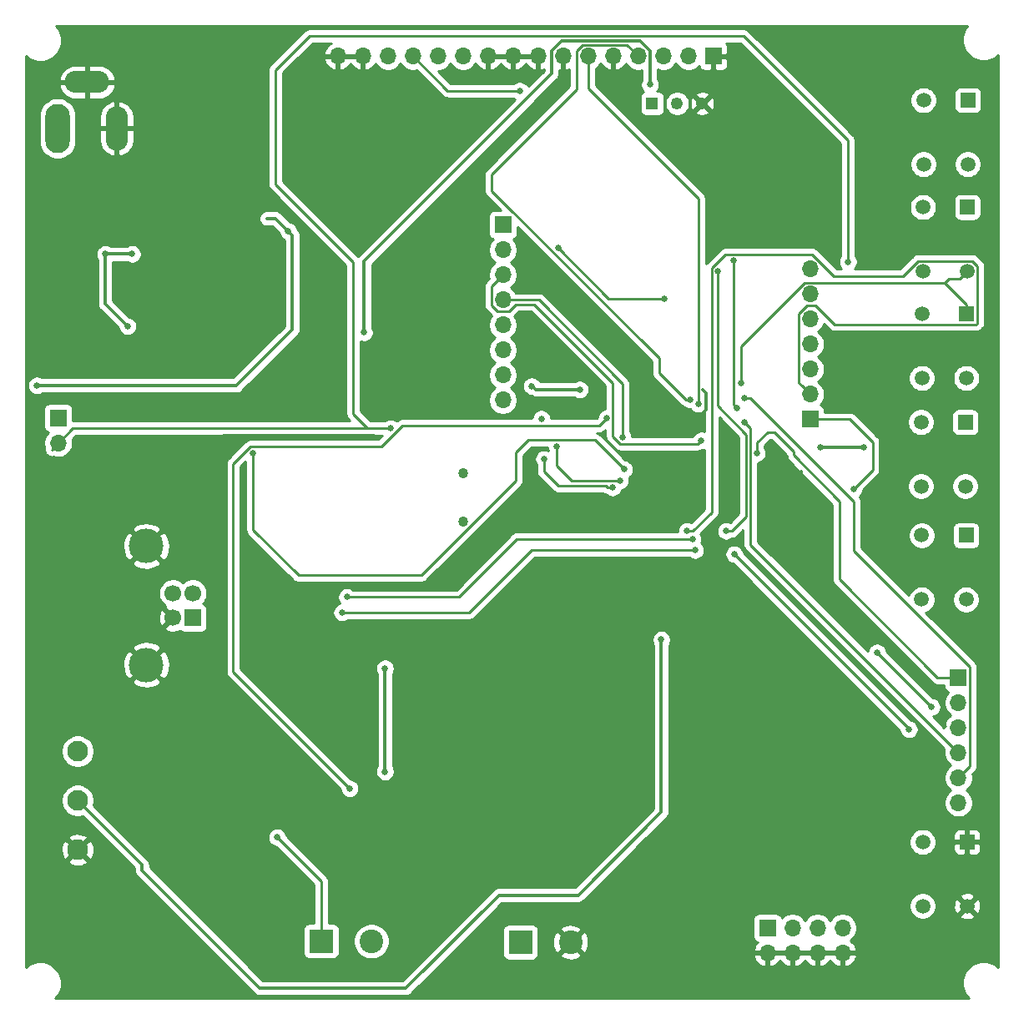
<source format=gbr>
G04 #@! TF.GenerationSoftware,KiCad,Pcbnew,(5.1.5)-3*
G04 #@! TF.CreationDate,2020-07-08T15:32:54-03:00*
G04 #@! TF.ProjectId,VH3,5648332e-6b69-4636-9164-5f7063625858,VH3*
G04 #@! TF.SameCoordinates,Original*
G04 #@! TF.FileFunction,Copper,L2,Bot*
G04 #@! TF.FilePolarity,Positive*
%FSLAX46Y46*%
G04 Gerber Fmt 4.6, Leading zero omitted, Abs format (unit mm)*
G04 Created by KiCad (PCBNEW (5.1.5)-3) date 2020-07-08 15:32:54*
%MOMM*%
%LPD*%
G04 APERTURE LIST*
%ADD10R,1.700000X1.700000*%
%ADD11C,1.700000*%
%ADD12C,3.500000*%
%ADD13O,1.700000X1.700000*%
%ADD14O,2.500000X5.000000*%
%ADD15O,2.250000X4.500000*%
%ADD16O,4.500000X2.250000*%
%ADD17C,2.400000*%
%ADD18R,2.400000X2.400000*%
%ADD19C,1.498000*%
%ADD20R,1.498000X1.498000*%
%ADD21R,1.248000X1.248000*%
%ADD22C,1.248000*%
%ADD23C,2.100000*%
%ADD24C,1.030000*%
%ADD25C,0.660400*%
%ADD26C,0.304800*%
%ADD27C,0.228600*%
%ADD28C,0.330200*%
%ADD29C,0.254000*%
G04 APERTURE END LIST*
D10*
X115608100Y-110731300D03*
D11*
X115608100Y-108231300D03*
X113608100Y-108231300D03*
X113608100Y-110731300D03*
D12*
X110898100Y-115501300D03*
X110898100Y-103461300D03*
D10*
X101968300Y-90449400D03*
D13*
X101968300Y-92989400D03*
D14*
X101904800Y-61087000D03*
D15*
X107904800Y-61087000D03*
D16*
X104904800Y-56387000D03*
D17*
X133731000Y-143535400D03*
D18*
X128651000Y-143535400D03*
D10*
X173913800Y-142189200D03*
D13*
X173913800Y-144729200D03*
X176453800Y-142189200D03*
X176453800Y-144729200D03*
X178993800Y-142189200D03*
X178993800Y-144729200D03*
X181533800Y-142189200D03*
X181533800Y-144729200D03*
D18*
X148864320Y-143642080D03*
D17*
X153944320Y-143642080D03*
D19*
X189672400Y-133478200D03*
D20*
X194172400Y-133478200D03*
D19*
X189672400Y-139978200D03*
X194172400Y-139978200D03*
D21*
X162224720Y-58552080D03*
D22*
X164764720Y-58552080D03*
X167304720Y-58552080D03*
D23*
X103936800Y-124269500D03*
X103936800Y-129269500D03*
X103936800Y-134269500D03*
D19*
X189748600Y-58218000D03*
D20*
X194248600Y-58218000D03*
D19*
X189748600Y-64718000D03*
X194248600Y-64718000D03*
X194197800Y-75563800D03*
X189697800Y-75563800D03*
D20*
X194197800Y-69063800D03*
D19*
X189697800Y-69063800D03*
X194096200Y-86409600D03*
X189596200Y-86409600D03*
D20*
X194096200Y-79909600D03*
D19*
X189596200Y-79909600D03*
X189494600Y-90882400D03*
D20*
X193994600Y-90882400D03*
D19*
X189494600Y-97382400D03*
X193994600Y-97382400D03*
X194070800Y-108863200D03*
X189570800Y-108863200D03*
D20*
X194070800Y-102363200D03*
D19*
X189570800Y-102363200D03*
D24*
X143078200Y-100941200D03*
X143078200Y-96061200D03*
D10*
X193294000Y-116789200D03*
D13*
X193294000Y-119329200D03*
X193294000Y-121869200D03*
X193294000Y-124409200D03*
X193294000Y-126949200D03*
X193294000Y-129489200D03*
D10*
X168432480Y-53751480D03*
D13*
X165892480Y-53751480D03*
X163352480Y-53751480D03*
X160812480Y-53751480D03*
X158272480Y-53751480D03*
X155732480Y-53751480D03*
X153192480Y-53751480D03*
X150652480Y-53751480D03*
X148112480Y-53751480D03*
X145572480Y-53751480D03*
X143032480Y-53751480D03*
X140492480Y-53751480D03*
X137952480Y-53751480D03*
X135412480Y-53751480D03*
X132872480Y-53751480D03*
X130332480Y-53751480D03*
D10*
X178244500Y-90589100D03*
D13*
X178244500Y-88049100D03*
X178244500Y-85509100D03*
X178244500Y-82969100D03*
X178244500Y-80429100D03*
X178244500Y-77889100D03*
X178244500Y-75349100D03*
D10*
X147078700Y-70866000D03*
D13*
X147078700Y-73406000D03*
X147078700Y-75946000D03*
X147078700Y-78486000D03*
X147078700Y-81026000D03*
X147078700Y-83566000D03*
X147078700Y-86106000D03*
X147078700Y-88646000D03*
D25*
X162363150Y-95167450D03*
X164566600Y-88963500D03*
X177342800Y-66471800D03*
X168224200Y-111480600D03*
X177304700Y-101117400D03*
X149250400Y-122021600D03*
X157302200Y-128435100D03*
X176504600Y-95986600D03*
X164973000Y-98501200D03*
X116801900Y-75615800D03*
X152146000Y-57543700D03*
X157607000Y-90487500D03*
X131540250Y-128035050D03*
X106730800Y-73825100D03*
X109461300Y-73825100D03*
X109004100Y-81140300D03*
X99796600Y-87160100D03*
X190569850Y-119780050D03*
X185032650Y-114242850D03*
X179311300Y-93433900D03*
X183730900Y-93472000D03*
X125310900Y-71513700D03*
X170535600Y-104279700D03*
X188290200Y-122059700D03*
X154863800Y-87566500D03*
X149993350Y-87217250D03*
X182651400Y-97650300D03*
X163156900Y-112941100D03*
X165760400Y-101917500D03*
X131254500Y-108623100D03*
X166293800Y-102768400D03*
X130759200Y-110197900D03*
X166573200Y-103873300D03*
X169722800Y-101930200D03*
X168897300Y-75565000D03*
X172859700Y-94043500D03*
X135686800Y-91516200D03*
X182092600Y-74599800D03*
X171583350Y-90925650D03*
X171551600Y-88442800D03*
X171259500Y-86956900D03*
X166903400Y-89039700D03*
X166109650Y-88614250D03*
X148783040Y-57261760D03*
X121742200Y-93992700D03*
X159397700Y-95672027D03*
X158946850Y-96818450D03*
X152552400Y-93319600D03*
X150983950Y-90544650D03*
X158191200Y-97523300D03*
X151231600Y-94627700D03*
X170802300Y-89420700D03*
X170472101Y-74498199D03*
X124186950Y-133000750D03*
X163449000Y-78333600D03*
X152692100Y-73240900D03*
X167208200Y-92748100D03*
X135128000Y-115862100D03*
X135128000Y-126339600D03*
X133004560Y-81782920D03*
X161992681Y-56645439D03*
X159207200Y-92379800D03*
D26*
X177304700Y-95910400D02*
X177304700Y-101117400D01*
X167703499Y-87909399D02*
X167703499Y-89598501D01*
X167373300Y-87579200D02*
X167703499Y-87909399D01*
X167703499Y-89598501D02*
X167081200Y-90220800D01*
D27*
X134753607Y-93370399D02*
X121443495Y-93370399D01*
X121443495Y-93370399D02*
X119722900Y-95090994D01*
X157607000Y-90487500D02*
X156877005Y-91217495D01*
X119722900Y-95090994D02*
X119722900Y-116217700D01*
X119722900Y-116217700D02*
X131540250Y-128035050D01*
X131540250Y-128035050D02*
X131584700Y-128079500D01*
X136906511Y-91217495D02*
X134753607Y-93370399D01*
X156877005Y-91217495D02*
X136906511Y-91217495D01*
D26*
X106730800Y-73825100D02*
X109461300Y-73825100D01*
X106730800Y-73825100D02*
X106730800Y-78867000D01*
X106730800Y-78867000D02*
X109004100Y-81140300D01*
D28*
X99796600Y-87160100D02*
X120053100Y-87160100D01*
X120053100Y-87160100D02*
X125730000Y-81483200D01*
X125730000Y-81483200D02*
X125730000Y-71932800D01*
X125730000Y-71932800D02*
X125310900Y-71513700D01*
X124015500Y-70218300D02*
X123113800Y-70218300D01*
D26*
X190569850Y-119780050D02*
X185032650Y-114242850D01*
X185032650Y-114242850D02*
X184988200Y-114198400D01*
X179311300Y-93433900D02*
X183705500Y-93433900D01*
D28*
X125310900Y-71513700D02*
X124015500Y-70218300D01*
D26*
X170535600Y-104279700D02*
X188252100Y-121996200D01*
X154863800Y-87566500D02*
X150393400Y-87566500D01*
X150393400Y-87566500D02*
X149948900Y-87122000D01*
D27*
X178244500Y-90589100D02*
X182283100Y-90589100D01*
X182283100Y-90589100D02*
X184581800Y-92887800D01*
X184581800Y-92887800D02*
X184581800Y-95719900D01*
X184581800Y-95719900D02*
X182651400Y-97650300D01*
D26*
X163156900Y-112941100D02*
X163156900Y-130416300D01*
X163156900Y-130416300D02*
X154711400Y-138861800D01*
X146659600Y-138861800D02*
X137210800Y-148310600D01*
X154711400Y-138861800D02*
X146659600Y-138861800D01*
X137210800Y-148310600D02*
X122402600Y-148310600D01*
X122402600Y-148310600D02*
X110477300Y-136385300D01*
X110477300Y-135810000D02*
X103936800Y-129269500D01*
X110477300Y-136385300D02*
X110477300Y-135810000D01*
D27*
X177394501Y-87199101D02*
X178244500Y-88049100D01*
X177102399Y-86906999D02*
X177394501Y-87199101D01*
X177102399Y-79880891D02*
X177102399Y-86906999D01*
X177952089Y-79031201D02*
X177102399Y-79880891D01*
X178792709Y-79031201D02*
X177952089Y-79031201D01*
X180712209Y-80950701D02*
X178792709Y-79031201D01*
X195078881Y-80950701D02*
X180712209Y-80950701D01*
X195238901Y-80790681D02*
X195078881Y-80950701D01*
X195238901Y-75064071D02*
X195238901Y-80790681D01*
X194697529Y-74522699D02*
X195238901Y-75064071D01*
X189198071Y-74522699D02*
X194697529Y-74522699D01*
X187657241Y-76063529D02*
X189198071Y-74522699D01*
X180649239Y-76063529D02*
X187657241Y-76063529D01*
X178461608Y-73875898D02*
X180649239Y-76063529D01*
X169665396Y-73875898D02*
X178461608Y-73875898D01*
X168274999Y-75266295D02*
X169665396Y-73875898D01*
X168274999Y-100006407D02*
X168274999Y-75266295D01*
X166363906Y-101917500D02*
X168274999Y-100006407D01*
X165760400Y-101917500D02*
X166363906Y-101917500D01*
X142659100Y-108623100D02*
X131254500Y-108623100D01*
X148450300Y-102768400D02*
X148336000Y-102882700D01*
X166293800Y-102768400D02*
X148450300Y-102768400D01*
X148336000Y-102882700D02*
X142659100Y-108623100D01*
X143675100Y-110197900D02*
X130759200Y-110197900D01*
X150025100Y-103873300D02*
X149948900Y-103949500D01*
X166573200Y-103873300D02*
X150025100Y-103873300D01*
X149948900Y-103949500D02*
X143675100Y-110197900D01*
X169722800Y-101930200D02*
X170307000Y-101930200D01*
X170307000Y-101930200D02*
X171780200Y-100457000D01*
X171780200Y-100457000D02*
X171780200Y-92125800D01*
X171780200Y-92125800D02*
X168897300Y-89242900D01*
X168897300Y-89242900D02*
X168897300Y-75565000D01*
X191173100Y-116789200D02*
X193294000Y-116789200D01*
X181229000Y-98980570D02*
X181229000Y-106845100D01*
X181229000Y-106845100D02*
X191173100Y-116789200D01*
X172859700Y-94043500D02*
X172859700Y-92938600D01*
X173913800Y-91884500D02*
X174612300Y-91884500D01*
X172859700Y-92938600D02*
X173913800Y-91884500D01*
X176606200Y-93878400D02*
X176606200Y-94234000D01*
X174612300Y-91884500D02*
X176606200Y-93878400D01*
X176606200Y-94234000D02*
X181229000Y-98980570D01*
X103441500Y-91516200D02*
X101968300Y-92989400D01*
X103441500Y-91516200D02*
X101295200Y-93662500D01*
X131902200Y-90030300D02*
X133324600Y-91452700D01*
X124002800Y-66751200D02*
X131902200Y-74650600D01*
X124002800Y-55152818D02*
X124002800Y-66751200D01*
X127465719Y-51689899D02*
X124002800Y-55152818D01*
X182092600Y-74599800D02*
X182092600Y-62306200D01*
X131902200Y-74650600D02*
X131902200Y-90030300D01*
X135686800Y-91516200D02*
X133324600Y-91452700D01*
X133324600Y-91452700D02*
X103441500Y-91516200D01*
X182092600Y-62306200D02*
X171476299Y-51689899D01*
X171476299Y-51689899D02*
X127465719Y-51689899D01*
X192444001Y-123559201D02*
X193294000Y-124409200D01*
X172186610Y-103301810D02*
X192444001Y-123559201D01*
X172186610Y-91528910D02*
X172186610Y-103301810D01*
X171583350Y-90925650D02*
X172186610Y-91528910D01*
X194143999Y-126099201D02*
X193294000Y-126949200D01*
X194436101Y-125807099D02*
X194143999Y-126099201D01*
X194436101Y-115705519D02*
X194436101Y-125807099D01*
X182664100Y-103933518D02*
X194436101Y-115705519D01*
X182664100Y-98920300D02*
X172212000Y-88468200D01*
X171551600Y-88442800D02*
X172212000Y-88468200D01*
X182664100Y-99034600D02*
X182664100Y-98920300D01*
X182664100Y-99034600D02*
X182664100Y-103933518D01*
X194096200Y-78932000D02*
X194096200Y-79909600D01*
X191911199Y-76746999D02*
X194096200Y-78932000D01*
X177696291Y-76746999D02*
X191911199Y-76746999D01*
X171259500Y-83183790D02*
X177696291Y-76746999D01*
X171259500Y-86956900D02*
X171259500Y-83183790D01*
X192345399Y-76312799D02*
X191911199Y-76746999D01*
X193448801Y-76312799D02*
X192345399Y-76312799D01*
X194197800Y-75563800D02*
X193448801Y-76312799D01*
X155732480Y-56997600D02*
X155732480Y-53751480D01*
X166903400Y-89039700D02*
X166903400Y-68168520D01*
X166903400Y-68168520D02*
X155732480Y-56997600D01*
X165642677Y-88614250D02*
X166109650Y-88614250D01*
X162941000Y-84410806D02*
X162941000Y-85912573D01*
X145936599Y-67406405D02*
X162941000Y-84410806D01*
X159670379Y-52609379D02*
X155184271Y-52609379D01*
X160812480Y-53751480D02*
X159670379Y-52609379D01*
X154590379Y-57103381D02*
X145936599Y-65757161D01*
X145936599Y-65757161D02*
X145936599Y-67406405D01*
X155184271Y-52609379D02*
X154590379Y-53203271D01*
X154590379Y-53203271D02*
X154590379Y-57103381D01*
X162941000Y-85912573D02*
X165642677Y-88614250D01*
X141462760Y-57261760D02*
X137952480Y-53751480D01*
X148783040Y-57261760D02*
X141462760Y-57261760D01*
X156422972Y-92697299D02*
X149669501Y-92697299D01*
X149669501Y-92697299D02*
X148386800Y-93980000D01*
X148386800Y-96827110D02*
X138800610Y-106413300D01*
X148386800Y-93980000D02*
X148386800Y-96827110D01*
X138800610Y-106413300D02*
X126339600Y-106413300D01*
X126339600Y-106413300D02*
X121742200Y-101815900D01*
X121742200Y-101815900D02*
X121742200Y-93992700D01*
X159397700Y-95672027D02*
X156422972Y-92697299D01*
X158946850Y-96818450D02*
X154057350Y-96818450D01*
X154057350Y-96818450D02*
X152552400Y-95313500D01*
X152552400Y-95313500D02*
X152552400Y-93319600D01*
X157724227Y-97523300D02*
X157533727Y-97332800D01*
X158191200Y-97523300D02*
X157724227Y-97523300D01*
X157533727Y-97332800D02*
X152666700Y-97332800D01*
X152666700Y-97332800D02*
X151231600Y-95897700D01*
X151231600Y-95897700D02*
X151231600Y-94627700D01*
X170472101Y-89090501D02*
X170472101Y-74498199D01*
X170802300Y-89420700D02*
X170472101Y-89090501D01*
X128651000Y-143535400D02*
X128651000Y-137756900D01*
X128651000Y-137756900D02*
X128651000Y-137464800D01*
X128651000Y-137464800D02*
X124186950Y-133000750D01*
X124186950Y-133000750D02*
X124117100Y-132930900D01*
X163449000Y-78333600D02*
X157784800Y-78333600D01*
X157784800Y-78333600D02*
X152692100Y-73240900D01*
X152692100Y-73240900D02*
X152628600Y-73177400D01*
X146228701Y-76795999D02*
X147078700Y-75946000D01*
X158229301Y-92322907D02*
X158229301Y-86893401D01*
X167208200Y-92748100D02*
X166878001Y-93078299D01*
X147668607Y-79628101D02*
X146530491Y-79628101D01*
X145936599Y-79034209D02*
X145936599Y-77088101D01*
X158229301Y-86893401D02*
X150253700Y-78917800D01*
X158984693Y-93078299D02*
X158229301Y-92322907D01*
X166878001Y-93078299D02*
X158984693Y-93078299D01*
X150253700Y-78917800D02*
X148378908Y-78917800D01*
X148378908Y-78917800D02*
X147668607Y-79628101D01*
X146530491Y-79628101D02*
X145936599Y-79034209D01*
X145936599Y-77088101D02*
X146228701Y-76795999D01*
D26*
X135128000Y-115862100D02*
X135128000Y-126339600D01*
X161992681Y-53184983D02*
X161992681Y-54317977D01*
X160972568Y-52164870D02*
X161992681Y-53184983D01*
X133004560Y-81782920D02*
X133004560Y-74553104D01*
X133004560Y-74553104D02*
X152012279Y-55545385D01*
X152012279Y-55545385D02*
X152012279Y-53184983D01*
X152012279Y-53184983D02*
X153032392Y-52164870D01*
X153032392Y-52164870D02*
X160972568Y-52164870D01*
X161992681Y-54317977D02*
X161992681Y-56645439D01*
X161992681Y-56645439D02*
X161992681Y-56653801D01*
D27*
X159207200Y-92379800D02*
X159207200Y-86969600D01*
X150723600Y-78486000D02*
X147078700Y-78486000D01*
X159207200Y-86969600D02*
X150723600Y-78486000D01*
D29*
G36*
X194147437Y-50687023D02*
G01*
X193910012Y-51042355D01*
X193746470Y-51437179D01*
X193663097Y-51856323D01*
X193663097Y-52283677D01*
X193746470Y-52702821D01*
X193910012Y-53097645D01*
X194147437Y-53452977D01*
X194449623Y-53755163D01*
X194804955Y-53992588D01*
X195199779Y-54156130D01*
X195618923Y-54239503D01*
X196046277Y-54239503D01*
X196465421Y-54156130D01*
X196860245Y-53992588D01*
X197215577Y-53755163D01*
X197340001Y-53630739D01*
X197340000Y-146191060D01*
X197215577Y-146066637D01*
X196860245Y-145829212D01*
X196465421Y-145665670D01*
X196046277Y-145582297D01*
X195618923Y-145582297D01*
X195199779Y-145665670D01*
X194804955Y-145829212D01*
X194449623Y-146066637D01*
X194147437Y-146368823D01*
X193910012Y-146724155D01*
X193746470Y-147118979D01*
X193663097Y-147538123D01*
X193663097Y-147965477D01*
X193746470Y-148384621D01*
X193910012Y-148779445D01*
X194147437Y-149134777D01*
X194352660Y-149340000D01*
X101656140Y-149340000D01*
X101811963Y-149184177D01*
X102049388Y-148828845D01*
X102212930Y-148434021D01*
X102296303Y-148014877D01*
X102296303Y-147587523D01*
X102212930Y-147168379D01*
X102049388Y-146773555D01*
X101811963Y-146418223D01*
X101509777Y-146116037D01*
X101154445Y-145878612D01*
X100759621Y-145715070D01*
X100340477Y-145631697D01*
X99913123Y-145631697D01*
X99493979Y-145715070D01*
X99099155Y-145878612D01*
X98743823Y-146116037D01*
X98660000Y-146199860D01*
X98660000Y-135440566D01*
X102945339Y-135440566D01*
X103047139Y-135710079D01*
X103345277Y-135855963D01*
X103666146Y-135940880D01*
X103997417Y-135961566D01*
X104326357Y-135917228D01*
X104640327Y-135809569D01*
X104826461Y-135710079D01*
X104928261Y-135440566D01*
X103936800Y-134449105D01*
X102945339Y-135440566D01*
X98660000Y-135440566D01*
X98660000Y-134330117D01*
X102244734Y-134330117D01*
X102289072Y-134659057D01*
X102396731Y-134973027D01*
X102496221Y-135159161D01*
X102765734Y-135260961D01*
X103757195Y-134269500D01*
X104116405Y-134269500D01*
X105107866Y-135260961D01*
X105377379Y-135159161D01*
X105523263Y-134861023D01*
X105608180Y-134540154D01*
X105628866Y-134208883D01*
X105584528Y-133879943D01*
X105476869Y-133565973D01*
X105377379Y-133379839D01*
X105107866Y-133278039D01*
X104116405Y-134269500D01*
X103757195Y-134269500D01*
X102765734Y-133278039D01*
X102496221Y-133379839D01*
X102350337Y-133677977D01*
X102265420Y-133998846D01*
X102244734Y-134330117D01*
X98660000Y-134330117D01*
X98660000Y-133098434D01*
X102945339Y-133098434D01*
X103936800Y-134089895D01*
X104928261Y-133098434D01*
X104826461Y-132828921D01*
X104528323Y-132683037D01*
X104207454Y-132598120D01*
X103876183Y-132577434D01*
X103547243Y-132621772D01*
X103233273Y-132729431D01*
X103047139Y-132828921D01*
X102945339Y-133098434D01*
X98660000Y-133098434D01*
X98660000Y-129103542D01*
X102251800Y-129103542D01*
X102251800Y-129435458D01*
X102316554Y-129760996D01*
X102443572Y-130067647D01*
X102627975Y-130343625D01*
X102862675Y-130578325D01*
X103138653Y-130762728D01*
X103445304Y-130889746D01*
X103770842Y-130954500D01*
X104102758Y-130954500D01*
X104428296Y-130889746D01*
X104439044Y-130885294D01*
X109689900Y-136136151D01*
X109689900Y-136346637D01*
X109686092Y-136385300D01*
X109689900Y-136423963D01*
X109689900Y-136423972D01*
X109701294Y-136539656D01*
X109746318Y-136688082D01*
X109819434Y-136824871D01*
X109917831Y-136944769D01*
X109947878Y-136969428D01*
X121818477Y-148840028D01*
X121843131Y-148870069D01*
X121963028Y-148968466D01*
X122099817Y-149041582D01*
X122248243Y-149086606D01*
X122363927Y-149098000D01*
X122363937Y-149098000D01*
X122402600Y-149101808D01*
X122441263Y-149098000D01*
X137172137Y-149098000D01*
X137210800Y-149101808D01*
X137249463Y-149098000D01*
X137249473Y-149098000D01*
X137365157Y-149086606D01*
X137513583Y-149041582D01*
X137650372Y-148968466D01*
X137770269Y-148870069D01*
X137794928Y-148840022D01*
X144192871Y-142442080D01*
X147026248Y-142442080D01*
X147026248Y-144842080D01*
X147038508Y-144966562D01*
X147074818Y-145086260D01*
X147133783Y-145196574D01*
X147213135Y-145293265D01*
X147309826Y-145372617D01*
X147420140Y-145431582D01*
X147539838Y-145467892D01*
X147664320Y-145480152D01*
X150064320Y-145480152D01*
X150188802Y-145467892D01*
X150308500Y-145431582D01*
X150418814Y-145372617D01*
X150515505Y-145293265D01*
X150594857Y-145196574D01*
X150653822Y-145086260D01*
X150690132Y-144966562D01*
X150694711Y-144920060D01*
X152845946Y-144920060D01*
X152965834Y-145204916D01*
X153289530Y-145365779D01*
X153638389Y-145460402D01*
X153999004Y-145485147D01*
X154357518Y-145439065D01*
X154700153Y-145323926D01*
X154922806Y-145204916D01*
X154972816Y-145086091D01*
X172472319Y-145086091D01*
X172569643Y-145360452D01*
X172718622Y-145610555D01*
X172913531Y-145826788D01*
X173146880Y-146000841D01*
X173409701Y-146126025D01*
X173556910Y-146170676D01*
X173786800Y-146049355D01*
X173786800Y-144856200D01*
X174040800Y-144856200D01*
X174040800Y-146049355D01*
X174270690Y-146170676D01*
X174417899Y-146126025D01*
X174680720Y-146000841D01*
X174914069Y-145826788D01*
X175108978Y-145610555D01*
X175183800Y-145484945D01*
X175258622Y-145610555D01*
X175453531Y-145826788D01*
X175686880Y-146000841D01*
X175949701Y-146126025D01*
X176096910Y-146170676D01*
X176326800Y-146049355D01*
X176326800Y-144856200D01*
X176580800Y-144856200D01*
X176580800Y-146049355D01*
X176810690Y-146170676D01*
X176957899Y-146126025D01*
X177220720Y-146000841D01*
X177454069Y-145826788D01*
X177648978Y-145610555D01*
X177723800Y-145484945D01*
X177798622Y-145610555D01*
X177993531Y-145826788D01*
X178226880Y-146000841D01*
X178489701Y-146126025D01*
X178636910Y-146170676D01*
X178866800Y-146049355D01*
X178866800Y-144856200D01*
X179120800Y-144856200D01*
X179120800Y-146049355D01*
X179350690Y-146170676D01*
X179497899Y-146126025D01*
X179760720Y-146000841D01*
X179994069Y-145826788D01*
X180188978Y-145610555D01*
X180263800Y-145484945D01*
X180338622Y-145610555D01*
X180533531Y-145826788D01*
X180766880Y-146000841D01*
X181029701Y-146126025D01*
X181176910Y-146170676D01*
X181406800Y-146049355D01*
X181406800Y-144856200D01*
X181660800Y-144856200D01*
X181660800Y-146049355D01*
X181890690Y-146170676D01*
X182037899Y-146126025D01*
X182300720Y-146000841D01*
X182534069Y-145826788D01*
X182728978Y-145610555D01*
X182877957Y-145360452D01*
X182975281Y-145086091D01*
X182854614Y-144856200D01*
X181660800Y-144856200D01*
X181406800Y-144856200D01*
X179120800Y-144856200D01*
X178866800Y-144856200D01*
X176580800Y-144856200D01*
X176326800Y-144856200D01*
X174040800Y-144856200D01*
X173786800Y-144856200D01*
X172592986Y-144856200D01*
X172472319Y-145086091D01*
X154972816Y-145086091D01*
X155042694Y-144920060D01*
X153944320Y-143821685D01*
X152845946Y-144920060D01*
X150694711Y-144920060D01*
X150702392Y-144842080D01*
X150702392Y-143696764D01*
X152101253Y-143696764D01*
X152147335Y-144055278D01*
X152262474Y-144397913D01*
X152381484Y-144620566D01*
X152666340Y-144740454D01*
X153764715Y-143642080D01*
X154123925Y-143642080D01*
X155222300Y-144740454D01*
X155507156Y-144620566D01*
X155668019Y-144296870D01*
X155762642Y-143948011D01*
X155787387Y-143587396D01*
X155741305Y-143228882D01*
X155626166Y-142886247D01*
X155507156Y-142663594D01*
X155222300Y-142543706D01*
X154123925Y-143642080D01*
X153764715Y-143642080D01*
X152666340Y-142543706D01*
X152381484Y-142663594D01*
X152220621Y-142987290D01*
X152125998Y-143336149D01*
X152101253Y-143696764D01*
X150702392Y-143696764D01*
X150702392Y-142442080D01*
X150694712Y-142364100D01*
X152845946Y-142364100D01*
X153944320Y-143462475D01*
X155042694Y-142364100D01*
X154922806Y-142079244D01*
X154599110Y-141918381D01*
X154250251Y-141823758D01*
X153889636Y-141799013D01*
X153531122Y-141845095D01*
X153188487Y-141960234D01*
X152965834Y-142079244D01*
X152845946Y-142364100D01*
X150694712Y-142364100D01*
X150690132Y-142317598D01*
X150653822Y-142197900D01*
X150594857Y-142087586D01*
X150515505Y-141990895D01*
X150418814Y-141911543D01*
X150308500Y-141852578D01*
X150188802Y-141816268D01*
X150064320Y-141804008D01*
X147664320Y-141804008D01*
X147539838Y-141816268D01*
X147420140Y-141852578D01*
X147309826Y-141911543D01*
X147213135Y-141990895D01*
X147133783Y-142087586D01*
X147074818Y-142197900D01*
X147038508Y-142317598D01*
X147026248Y-142442080D01*
X144192871Y-142442080D01*
X145295751Y-141339200D01*
X172425728Y-141339200D01*
X172425728Y-143039200D01*
X172437988Y-143163682D01*
X172474298Y-143283380D01*
X172533263Y-143393694D01*
X172612615Y-143490385D01*
X172709306Y-143569737D01*
X172819620Y-143628702D01*
X172895426Y-143651698D01*
X172718622Y-143847845D01*
X172569643Y-144097948D01*
X172472319Y-144372309D01*
X172592986Y-144602200D01*
X173786800Y-144602200D01*
X173786800Y-144582200D01*
X174040800Y-144582200D01*
X174040800Y-144602200D01*
X176326800Y-144602200D01*
X176326800Y-144582200D01*
X176580800Y-144582200D01*
X176580800Y-144602200D01*
X178866800Y-144602200D01*
X178866800Y-144582200D01*
X179120800Y-144582200D01*
X179120800Y-144602200D01*
X181406800Y-144602200D01*
X181406800Y-144582200D01*
X181660800Y-144582200D01*
X181660800Y-144602200D01*
X182854614Y-144602200D01*
X182975281Y-144372309D01*
X182877957Y-144097948D01*
X182728978Y-143847845D01*
X182534069Y-143631612D01*
X182304394Y-143460300D01*
X182480432Y-143342675D01*
X182687275Y-143135832D01*
X182849790Y-142892611D01*
X182961732Y-142622358D01*
X183018800Y-142335460D01*
X183018800Y-142042940D01*
X182961732Y-141756042D01*
X182849790Y-141485789D01*
X182687275Y-141242568D01*
X182480432Y-141035725D01*
X182237211Y-140873210D01*
X181966958Y-140761268D01*
X181680060Y-140704200D01*
X181387540Y-140704200D01*
X181100642Y-140761268D01*
X180830389Y-140873210D01*
X180587168Y-141035725D01*
X180380325Y-141242568D01*
X180263800Y-141416960D01*
X180147275Y-141242568D01*
X179940432Y-141035725D01*
X179697211Y-140873210D01*
X179426958Y-140761268D01*
X179140060Y-140704200D01*
X178847540Y-140704200D01*
X178560642Y-140761268D01*
X178290389Y-140873210D01*
X178047168Y-141035725D01*
X177840325Y-141242568D01*
X177723800Y-141416960D01*
X177607275Y-141242568D01*
X177400432Y-141035725D01*
X177157211Y-140873210D01*
X176886958Y-140761268D01*
X176600060Y-140704200D01*
X176307540Y-140704200D01*
X176020642Y-140761268D01*
X175750389Y-140873210D01*
X175507168Y-141035725D01*
X175375313Y-141167580D01*
X175353302Y-141095020D01*
X175294337Y-140984706D01*
X175214985Y-140888015D01*
X175118294Y-140808663D01*
X175007980Y-140749698D01*
X174888282Y-140713388D01*
X174763800Y-140701128D01*
X173063800Y-140701128D01*
X172939318Y-140713388D01*
X172819620Y-140749698D01*
X172709306Y-140808663D01*
X172612615Y-140888015D01*
X172533263Y-140984706D01*
X172474298Y-141095020D01*
X172437988Y-141214718D01*
X172425728Y-141339200D01*
X145295751Y-141339200D01*
X146793063Y-139841888D01*
X188288400Y-139841888D01*
X188288400Y-140114512D01*
X188341586Y-140381898D01*
X188445915Y-140633770D01*
X188597377Y-140860449D01*
X188790151Y-141053223D01*
X189016830Y-141204685D01*
X189268702Y-141309014D01*
X189536088Y-141362200D01*
X189808712Y-141362200D01*
X190076098Y-141309014D01*
X190327970Y-141204685D01*
X190554649Y-141053223D01*
X190673393Y-140934479D01*
X193395726Y-140934479D01*
X193461129Y-141173245D01*
X193707938Y-141289045D01*
X193972595Y-141354470D01*
X194244931Y-141367005D01*
X194514481Y-141326170D01*
X194770884Y-141233532D01*
X194883671Y-141173245D01*
X194949074Y-140934479D01*
X194172400Y-140157805D01*
X193395726Y-140934479D01*
X190673393Y-140934479D01*
X190747423Y-140860449D01*
X190898885Y-140633770D01*
X191003214Y-140381898D01*
X191056400Y-140114512D01*
X191056400Y-140050731D01*
X192783595Y-140050731D01*
X192824430Y-140320281D01*
X192917068Y-140576684D01*
X192977355Y-140689471D01*
X193216121Y-140754874D01*
X193992795Y-139978200D01*
X194352005Y-139978200D01*
X195128679Y-140754874D01*
X195367445Y-140689471D01*
X195483245Y-140442662D01*
X195548670Y-140178005D01*
X195561205Y-139905669D01*
X195520370Y-139636119D01*
X195427732Y-139379716D01*
X195367445Y-139266929D01*
X195128679Y-139201526D01*
X194352005Y-139978200D01*
X193992795Y-139978200D01*
X193216121Y-139201526D01*
X192977355Y-139266929D01*
X192861555Y-139513738D01*
X192796130Y-139778395D01*
X192783595Y-140050731D01*
X191056400Y-140050731D01*
X191056400Y-139841888D01*
X191003214Y-139574502D01*
X190898885Y-139322630D01*
X190747423Y-139095951D01*
X190673393Y-139021921D01*
X193395726Y-139021921D01*
X194172400Y-139798595D01*
X194949074Y-139021921D01*
X194883671Y-138783155D01*
X194636862Y-138667355D01*
X194372205Y-138601930D01*
X194099869Y-138589395D01*
X193830319Y-138630230D01*
X193573916Y-138722868D01*
X193461129Y-138783155D01*
X193395726Y-139021921D01*
X190673393Y-139021921D01*
X190554649Y-138903177D01*
X190327970Y-138751715D01*
X190076098Y-138647386D01*
X189808712Y-138594200D01*
X189536088Y-138594200D01*
X189268702Y-138647386D01*
X189016830Y-138751715D01*
X188790151Y-138903177D01*
X188597377Y-139095951D01*
X188445915Y-139322630D01*
X188341586Y-139574502D01*
X188288400Y-139841888D01*
X146793063Y-139841888D01*
X146985752Y-139649200D01*
X154672737Y-139649200D01*
X154711400Y-139653008D01*
X154750063Y-139649200D01*
X154750073Y-139649200D01*
X154865757Y-139637806D01*
X155014183Y-139592782D01*
X155150972Y-139519666D01*
X155270869Y-139421269D01*
X155295528Y-139391222D01*
X161344863Y-133341888D01*
X188288400Y-133341888D01*
X188288400Y-133614512D01*
X188341586Y-133881898D01*
X188445915Y-134133770D01*
X188597377Y-134360449D01*
X188790151Y-134553223D01*
X189016830Y-134704685D01*
X189268702Y-134809014D01*
X189536088Y-134862200D01*
X189808712Y-134862200D01*
X190076098Y-134809014D01*
X190327970Y-134704685D01*
X190554649Y-134553223D01*
X190747423Y-134360449D01*
X190836457Y-134227200D01*
X192785328Y-134227200D01*
X192797588Y-134351682D01*
X192833898Y-134471380D01*
X192892863Y-134581694D01*
X192972215Y-134678385D01*
X193068906Y-134757737D01*
X193179220Y-134816702D01*
X193298918Y-134853012D01*
X193423400Y-134865272D01*
X193886650Y-134862200D01*
X194045400Y-134703450D01*
X194045400Y-133605200D01*
X194299400Y-133605200D01*
X194299400Y-134703450D01*
X194458150Y-134862200D01*
X194921400Y-134865272D01*
X195045882Y-134853012D01*
X195165580Y-134816702D01*
X195275894Y-134757737D01*
X195372585Y-134678385D01*
X195451937Y-134581694D01*
X195510902Y-134471380D01*
X195547212Y-134351682D01*
X195559472Y-134227200D01*
X195556400Y-133763950D01*
X195397650Y-133605200D01*
X194299400Y-133605200D01*
X194045400Y-133605200D01*
X192947150Y-133605200D01*
X192788400Y-133763950D01*
X192785328Y-134227200D01*
X190836457Y-134227200D01*
X190898885Y-134133770D01*
X191003214Y-133881898D01*
X191056400Y-133614512D01*
X191056400Y-133341888D01*
X191003214Y-133074502D01*
X190898885Y-132822630D01*
X190836458Y-132729200D01*
X192785328Y-132729200D01*
X192788400Y-133192450D01*
X192947150Y-133351200D01*
X194045400Y-133351200D01*
X194045400Y-132252950D01*
X194299400Y-132252950D01*
X194299400Y-133351200D01*
X195397650Y-133351200D01*
X195556400Y-133192450D01*
X195559472Y-132729200D01*
X195547212Y-132604718D01*
X195510902Y-132485020D01*
X195451937Y-132374706D01*
X195372585Y-132278015D01*
X195275894Y-132198663D01*
X195165580Y-132139698D01*
X195045882Y-132103388D01*
X194921400Y-132091128D01*
X194458150Y-132094200D01*
X194299400Y-132252950D01*
X194045400Y-132252950D01*
X193886650Y-132094200D01*
X193423400Y-132091128D01*
X193298918Y-132103388D01*
X193179220Y-132139698D01*
X193068906Y-132198663D01*
X192972215Y-132278015D01*
X192892863Y-132374706D01*
X192833898Y-132485020D01*
X192797588Y-132604718D01*
X192785328Y-132729200D01*
X190836458Y-132729200D01*
X190747423Y-132595951D01*
X190554649Y-132403177D01*
X190327970Y-132251715D01*
X190076098Y-132147386D01*
X189808712Y-132094200D01*
X189536088Y-132094200D01*
X189268702Y-132147386D01*
X189016830Y-132251715D01*
X188790151Y-132403177D01*
X188597377Y-132595951D01*
X188445915Y-132822630D01*
X188341586Y-133074502D01*
X188288400Y-133341888D01*
X161344863Y-133341888D01*
X163686333Y-131000419D01*
X163716369Y-130975769D01*
X163741019Y-130945733D01*
X163741022Y-130945730D01*
X163814766Y-130855872D01*
X163887882Y-130719083D01*
X163932906Y-130570657D01*
X163944300Y-130454973D01*
X163944300Y-130454965D01*
X163948108Y-130416300D01*
X163944300Y-130377635D01*
X163944300Y-113499987D01*
X164012249Y-113398294D01*
X164085008Y-113222638D01*
X164122100Y-113036164D01*
X164122100Y-112846036D01*
X164085008Y-112659562D01*
X164012249Y-112483906D01*
X163906620Y-112325821D01*
X163772179Y-112191380D01*
X163614094Y-112085751D01*
X163438438Y-112012992D01*
X163251964Y-111975900D01*
X163061836Y-111975900D01*
X162875362Y-112012992D01*
X162699706Y-112085751D01*
X162541621Y-112191380D01*
X162407180Y-112325821D01*
X162301551Y-112483906D01*
X162228792Y-112659562D01*
X162191700Y-112846036D01*
X162191700Y-113036164D01*
X162228792Y-113222638D01*
X162301551Y-113398294D01*
X162369500Y-113499987D01*
X162369501Y-130090147D01*
X154385250Y-138074400D01*
X146698262Y-138074400D01*
X146659599Y-138070592D01*
X146620936Y-138074400D01*
X146620927Y-138074400D01*
X146505243Y-138085794D01*
X146356817Y-138130818D01*
X146220028Y-138203934D01*
X146220026Y-138203935D01*
X146220027Y-138203935D01*
X146130169Y-138277679D01*
X146130167Y-138277681D01*
X146100131Y-138302331D01*
X146075481Y-138332367D01*
X136884650Y-147523200D01*
X122728751Y-147523200D01*
X111264700Y-136059150D01*
X111264700Y-135848663D01*
X111268508Y-135810000D01*
X111264700Y-135771337D01*
X111264700Y-135771327D01*
X111253306Y-135655643D01*
X111208282Y-135507217D01*
X111172656Y-135440566D01*
X111135166Y-135370427D01*
X111061421Y-135280570D01*
X111036769Y-135250531D01*
X111006728Y-135225877D01*
X108686537Y-132905686D01*
X123221750Y-132905686D01*
X123221750Y-133095814D01*
X123258842Y-133282288D01*
X123331601Y-133457944D01*
X123437230Y-133616029D01*
X123571671Y-133750470D01*
X123729756Y-133856099D01*
X123905412Y-133928858D01*
X124091886Y-133965950D01*
X124092481Y-133965950D01*
X127901700Y-137775170D01*
X127901700Y-137793705D01*
X127901701Y-137793715D01*
X127901700Y-141697328D01*
X127451000Y-141697328D01*
X127326518Y-141709588D01*
X127206820Y-141745898D01*
X127096506Y-141804863D01*
X126999815Y-141884215D01*
X126920463Y-141980906D01*
X126861498Y-142091220D01*
X126825188Y-142210918D01*
X126812928Y-142335400D01*
X126812928Y-144735400D01*
X126825188Y-144859882D01*
X126861498Y-144979580D01*
X126920463Y-145089894D01*
X126999815Y-145186585D01*
X127096506Y-145265937D01*
X127206820Y-145324902D01*
X127326518Y-145361212D01*
X127451000Y-145373472D01*
X129851000Y-145373472D01*
X129975482Y-145361212D01*
X130095180Y-145324902D01*
X130205494Y-145265937D01*
X130302185Y-145186585D01*
X130381537Y-145089894D01*
X130440502Y-144979580D01*
X130476812Y-144859882D01*
X130489072Y-144735400D01*
X130489072Y-143354668D01*
X131896000Y-143354668D01*
X131896000Y-143716132D01*
X131966518Y-144070650D01*
X132104844Y-144404599D01*
X132305662Y-144705144D01*
X132561256Y-144960738D01*
X132861801Y-145161556D01*
X133195750Y-145299882D01*
X133550268Y-145370400D01*
X133911732Y-145370400D01*
X134266250Y-145299882D01*
X134600199Y-145161556D01*
X134900744Y-144960738D01*
X135156338Y-144705144D01*
X135357156Y-144404599D01*
X135495482Y-144070650D01*
X135566000Y-143716132D01*
X135566000Y-143354668D01*
X135495482Y-143000150D01*
X135357156Y-142666201D01*
X135156338Y-142365656D01*
X134900744Y-142110062D01*
X134600199Y-141909244D01*
X134266250Y-141770918D01*
X133911732Y-141700400D01*
X133550268Y-141700400D01*
X133195750Y-141770918D01*
X132861801Y-141909244D01*
X132561256Y-142110062D01*
X132305662Y-142365656D01*
X132104844Y-142666201D01*
X131966518Y-143000150D01*
X131896000Y-143354668D01*
X130489072Y-143354668D01*
X130489072Y-142335400D01*
X130476812Y-142210918D01*
X130440502Y-142091220D01*
X130381537Y-141980906D01*
X130302185Y-141884215D01*
X130205494Y-141804863D01*
X130095180Y-141745898D01*
X129975482Y-141709588D01*
X129851000Y-141697328D01*
X129400300Y-141697328D01*
X129400300Y-137501595D01*
X129403924Y-137464799D01*
X129400300Y-137428003D01*
X129400300Y-137427995D01*
X129389458Y-137317913D01*
X129346612Y-137176668D01*
X129284940Y-137061288D01*
X129277034Y-137046496D01*
X129206860Y-136960990D01*
X129206858Y-136960988D01*
X129183398Y-136932402D01*
X129154811Y-136908941D01*
X125152150Y-132906281D01*
X125152150Y-132905686D01*
X125115058Y-132719212D01*
X125042299Y-132543556D01*
X124936670Y-132385471D01*
X124802229Y-132251030D01*
X124644144Y-132145401D01*
X124468488Y-132072642D01*
X124282014Y-132035550D01*
X124091886Y-132035550D01*
X123905412Y-132072642D01*
X123729756Y-132145401D01*
X123571671Y-132251030D01*
X123437230Y-132385471D01*
X123331601Y-132543556D01*
X123258842Y-132719212D01*
X123221750Y-132905686D01*
X108686537Y-132905686D01*
X105552594Y-129771744D01*
X105557046Y-129760996D01*
X105621800Y-129435458D01*
X105621800Y-129103542D01*
X105557046Y-128778004D01*
X105430028Y-128471353D01*
X105245625Y-128195375D01*
X105010925Y-127960675D01*
X104734947Y-127776272D01*
X104428296Y-127649254D01*
X104102758Y-127584500D01*
X103770842Y-127584500D01*
X103445304Y-127649254D01*
X103138653Y-127776272D01*
X102862675Y-127960675D01*
X102627975Y-128195375D01*
X102443572Y-128471353D01*
X102316554Y-128778004D01*
X102251800Y-129103542D01*
X98660000Y-129103542D01*
X98660000Y-124103542D01*
X102251800Y-124103542D01*
X102251800Y-124435458D01*
X102316554Y-124760996D01*
X102443572Y-125067647D01*
X102627975Y-125343625D01*
X102862675Y-125578325D01*
X103138653Y-125762728D01*
X103445304Y-125889746D01*
X103770842Y-125954500D01*
X104102758Y-125954500D01*
X104428296Y-125889746D01*
X104734947Y-125762728D01*
X105010925Y-125578325D01*
X105245625Y-125343625D01*
X105430028Y-125067647D01*
X105557046Y-124760996D01*
X105621800Y-124435458D01*
X105621800Y-124103542D01*
X105557046Y-123778004D01*
X105430028Y-123471353D01*
X105245625Y-123195375D01*
X105010925Y-122960675D01*
X104734947Y-122776272D01*
X104428296Y-122649254D01*
X104102758Y-122584500D01*
X103770842Y-122584500D01*
X103445304Y-122649254D01*
X103138653Y-122776272D01*
X102862675Y-122960675D01*
X102627975Y-123195375D01*
X102443572Y-123471353D01*
X102316554Y-123778004D01*
X102251800Y-124103542D01*
X98660000Y-124103542D01*
X98660000Y-117170909D01*
X109408097Y-117170909D01*
X109594173Y-117512066D01*
X110011509Y-117727813D01*
X110462915Y-117857996D01*
X110931046Y-117897613D01*
X111397911Y-117845142D01*
X111845568Y-117702597D01*
X112202027Y-117512066D01*
X112388103Y-117170909D01*
X110898100Y-115680905D01*
X109408097Y-117170909D01*
X98660000Y-117170909D01*
X98660000Y-115534246D01*
X108501787Y-115534246D01*
X108554258Y-116001111D01*
X108696803Y-116448768D01*
X108887334Y-116805227D01*
X109228491Y-116991303D01*
X110718495Y-115501300D01*
X111077705Y-115501300D01*
X112567709Y-116991303D01*
X112908866Y-116805227D01*
X113124613Y-116387891D01*
X113254796Y-115936485D01*
X113294413Y-115468354D01*
X113241942Y-115001489D01*
X113099397Y-114553832D01*
X112908866Y-114197373D01*
X112567709Y-114011297D01*
X111077705Y-115501300D01*
X110718495Y-115501300D01*
X109228491Y-114011297D01*
X108887334Y-114197373D01*
X108671587Y-114614709D01*
X108541404Y-115066115D01*
X108501787Y-115534246D01*
X98660000Y-115534246D01*
X98660000Y-113831691D01*
X109408097Y-113831691D01*
X110898100Y-115321695D01*
X112388103Y-113831691D01*
X112202027Y-113490534D01*
X111784691Y-113274787D01*
X111333285Y-113144604D01*
X110865154Y-113104987D01*
X110398289Y-113157458D01*
X109950632Y-113300003D01*
X109594173Y-113490534D01*
X109408097Y-113831691D01*
X98660000Y-113831691D01*
X98660000Y-110799831D01*
X112117489Y-110799831D01*
X112159501Y-111089319D01*
X112257181Y-111365047D01*
X112330628Y-111502457D01*
X112579703Y-111580092D01*
X113428495Y-110731300D01*
X112579703Y-109882508D01*
X112330628Y-109960143D01*
X112204729Y-110224183D01*
X112132761Y-110507711D01*
X112117489Y-110799831D01*
X98660000Y-110799831D01*
X98660000Y-108085040D01*
X112123100Y-108085040D01*
X112123100Y-108377560D01*
X112180168Y-108664458D01*
X112292110Y-108934711D01*
X112454625Y-109177932D01*
X112661468Y-109384775D01*
X112824510Y-109493716D01*
X112759308Y-109702903D01*
X113608100Y-110551695D01*
X113622243Y-110537553D01*
X113801848Y-110717158D01*
X113787705Y-110731300D01*
X113801848Y-110745443D01*
X113622243Y-110925048D01*
X113608100Y-110910905D01*
X112759308Y-111759697D01*
X112836943Y-112008772D01*
X113100983Y-112134671D01*
X113384511Y-112206639D01*
X113676631Y-112221911D01*
X113966119Y-112179899D01*
X114241847Y-112082219D01*
X114317950Y-112041541D01*
X114403606Y-112111837D01*
X114513920Y-112170802D01*
X114633618Y-112207112D01*
X114758100Y-112219372D01*
X116458100Y-112219372D01*
X116582582Y-112207112D01*
X116702280Y-112170802D01*
X116812594Y-112111837D01*
X116909285Y-112032485D01*
X116988637Y-111935794D01*
X117047602Y-111825480D01*
X117083912Y-111705782D01*
X117096172Y-111581300D01*
X117096172Y-109881300D01*
X117083912Y-109756818D01*
X117047602Y-109637120D01*
X116988637Y-109526806D01*
X116909285Y-109430115D01*
X116812594Y-109350763D01*
X116702280Y-109291798D01*
X116660410Y-109279097D01*
X116761575Y-109177932D01*
X116924090Y-108934711D01*
X117036032Y-108664458D01*
X117093100Y-108377560D01*
X117093100Y-108085040D01*
X117036032Y-107798142D01*
X116924090Y-107527889D01*
X116761575Y-107284668D01*
X116554732Y-107077825D01*
X116311511Y-106915310D01*
X116041258Y-106803368D01*
X115754360Y-106746300D01*
X115461840Y-106746300D01*
X115174942Y-106803368D01*
X114904689Y-106915310D01*
X114661468Y-107077825D01*
X114608100Y-107131193D01*
X114554732Y-107077825D01*
X114311511Y-106915310D01*
X114041258Y-106803368D01*
X113754360Y-106746300D01*
X113461840Y-106746300D01*
X113174942Y-106803368D01*
X112904689Y-106915310D01*
X112661468Y-107077825D01*
X112454625Y-107284668D01*
X112292110Y-107527889D01*
X112180168Y-107798142D01*
X112123100Y-108085040D01*
X98660000Y-108085040D01*
X98660000Y-105130909D01*
X109408097Y-105130909D01*
X109594173Y-105472066D01*
X110011509Y-105687813D01*
X110462915Y-105817996D01*
X110931046Y-105857613D01*
X111397911Y-105805142D01*
X111845568Y-105662597D01*
X112202027Y-105472066D01*
X112388103Y-105130909D01*
X110898100Y-103640905D01*
X109408097Y-105130909D01*
X98660000Y-105130909D01*
X98660000Y-103494246D01*
X108501787Y-103494246D01*
X108554258Y-103961111D01*
X108696803Y-104408768D01*
X108887334Y-104765227D01*
X109228491Y-104951303D01*
X110718495Y-103461300D01*
X111077705Y-103461300D01*
X112567709Y-104951303D01*
X112908866Y-104765227D01*
X113124613Y-104347891D01*
X113254796Y-103896485D01*
X113294413Y-103428354D01*
X113241942Y-102961489D01*
X113099397Y-102513832D01*
X112908866Y-102157373D01*
X112567709Y-101971297D01*
X111077705Y-103461300D01*
X110718495Y-103461300D01*
X109228491Y-101971297D01*
X108887334Y-102157373D01*
X108671587Y-102574709D01*
X108541404Y-103026115D01*
X108501787Y-103494246D01*
X98660000Y-103494246D01*
X98660000Y-101791691D01*
X109408097Y-101791691D01*
X110898100Y-103281695D01*
X112388103Y-101791691D01*
X112202027Y-101450534D01*
X111784691Y-101234787D01*
X111333285Y-101104604D01*
X110865154Y-101064987D01*
X110398289Y-101117458D01*
X109950632Y-101260003D01*
X109594173Y-101450534D01*
X109408097Y-101791691D01*
X98660000Y-101791691D01*
X98660000Y-89599400D01*
X100480228Y-89599400D01*
X100480228Y-91299400D01*
X100492488Y-91423882D01*
X100528798Y-91543580D01*
X100587763Y-91653894D01*
X100667115Y-91750585D01*
X100763806Y-91829937D01*
X100874120Y-91888902D01*
X100946680Y-91910913D01*
X100814825Y-92042768D01*
X100652310Y-92285989D01*
X100540368Y-92556242D01*
X100483300Y-92843140D01*
X100483300Y-93135660D01*
X100540368Y-93422558D01*
X100566115Y-93484717D01*
X100556743Y-93515613D01*
X100542276Y-93662500D01*
X100556743Y-93809387D01*
X100599588Y-93950631D01*
X100669166Y-94080803D01*
X100762802Y-94194898D01*
X100876897Y-94288534D01*
X101007069Y-94358112D01*
X101148313Y-94400957D01*
X101295200Y-94415424D01*
X101442087Y-94400957D01*
X101472983Y-94391585D01*
X101535142Y-94417332D01*
X101822040Y-94474400D01*
X102114560Y-94474400D01*
X102401458Y-94417332D01*
X102671711Y-94305390D01*
X102914932Y-94142875D01*
X103121775Y-93936032D01*
X103284290Y-93692811D01*
X103396232Y-93422558D01*
X103453300Y-93135660D01*
X103453300Y-92843140D01*
X103406999Y-92610371D01*
X103752531Y-92264840D01*
X133288596Y-92202078D01*
X133324599Y-92205624D01*
X133351349Y-92202989D01*
X134821819Y-92242518D01*
X134443238Y-92621099D01*
X121480291Y-92621099D01*
X121443495Y-92617475D01*
X121406699Y-92621099D01*
X121406689Y-92621099D01*
X121296607Y-92631941D01*
X121177961Y-92667932D01*
X121155363Y-92674787D01*
X121025191Y-92744365D01*
X120939685Y-92814538D01*
X120939678Y-92814545D01*
X120911097Y-92838001D01*
X120887641Y-92866582D01*
X119219094Y-94535131D01*
X119190502Y-94558596D01*
X119146312Y-94612441D01*
X119096866Y-94672691D01*
X119038462Y-94781958D01*
X119027288Y-94802863D01*
X118984442Y-94944107D01*
X118973600Y-95054189D01*
X118973600Y-95054199D01*
X118969976Y-95090994D01*
X118973600Y-95127789D01*
X118973601Y-116180895D01*
X118969976Y-116217700D01*
X118984443Y-116364587D01*
X119027288Y-116505831D01*
X119096866Y-116636003D01*
X119163708Y-116717449D01*
X119190503Y-116750098D01*
X119219089Y-116773558D01*
X130575050Y-128129521D01*
X130575050Y-128130114D01*
X130612142Y-128316588D01*
X130684901Y-128492244D01*
X130790530Y-128650329D01*
X130924971Y-128784770D01*
X131083056Y-128890399D01*
X131258712Y-128963158D01*
X131445186Y-129000250D01*
X131635314Y-129000250D01*
X131821788Y-128963158D01*
X131997444Y-128890399D01*
X132155529Y-128784770D01*
X132289970Y-128650329D01*
X132395599Y-128492244D01*
X132468358Y-128316588D01*
X132505450Y-128130114D01*
X132505450Y-127939986D01*
X132468358Y-127753512D01*
X132395599Y-127577856D01*
X132289970Y-127419771D01*
X132155529Y-127285330D01*
X131997444Y-127179701D01*
X131821788Y-127106942D01*
X131635314Y-127069850D01*
X131634721Y-127069850D01*
X120472200Y-115907331D01*
X120472200Y-115767036D01*
X134162800Y-115767036D01*
X134162800Y-115957164D01*
X134199892Y-116143638D01*
X134272651Y-116319294D01*
X134340600Y-116420987D01*
X134340601Y-125780712D01*
X134272651Y-125882406D01*
X134199892Y-126058062D01*
X134162800Y-126244536D01*
X134162800Y-126434664D01*
X134199892Y-126621138D01*
X134272651Y-126796794D01*
X134378280Y-126954879D01*
X134512721Y-127089320D01*
X134670806Y-127194949D01*
X134846462Y-127267708D01*
X135032936Y-127304800D01*
X135223064Y-127304800D01*
X135409538Y-127267708D01*
X135585194Y-127194949D01*
X135743279Y-127089320D01*
X135877720Y-126954879D01*
X135983349Y-126796794D01*
X136056108Y-126621138D01*
X136093200Y-126434664D01*
X136093200Y-126244536D01*
X136056108Y-126058062D01*
X135983349Y-125882406D01*
X135915400Y-125780713D01*
X135915400Y-116420987D01*
X135983349Y-116319294D01*
X136056108Y-116143638D01*
X136093200Y-115957164D01*
X136093200Y-115767036D01*
X136056108Y-115580562D01*
X135983349Y-115404906D01*
X135877720Y-115246821D01*
X135743279Y-115112380D01*
X135585194Y-115006751D01*
X135409538Y-114933992D01*
X135223064Y-114896900D01*
X135032936Y-114896900D01*
X134846462Y-114933992D01*
X134670806Y-115006751D01*
X134512721Y-115112380D01*
X134378280Y-115246821D01*
X134272651Y-115404906D01*
X134199892Y-115580562D01*
X134162800Y-115767036D01*
X120472200Y-115767036D01*
X120472200Y-95401363D01*
X120992901Y-94880663D01*
X120992900Y-101779105D01*
X120989276Y-101815900D01*
X120992900Y-101852695D01*
X120992900Y-101852705D01*
X121003742Y-101962787D01*
X121037111Y-102072788D01*
X121046588Y-102104031D01*
X121116166Y-102234203D01*
X121165612Y-102294453D01*
X121209802Y-102348298D01*
X121238394Y-102371763D01*
X125783741Y-106917111D01*
X125807202Y-106945698D01*
X125921297Y-107039334D01*
X126051468Y-107108912D01*
X126192712Y-107151758D01*
X126302794Y-107162600D01*
X126302803Y-107162600D01*
X126339599Y-107166224D01*
X126376395Y-107162600D01*
X138763815Y-107162600D01*
X138800610Y-107166224D01*
X138837405Y-107162600D01*
X138837416Y-107162600D01*
X138947498Y-107151758D01*
X139088742Y-107108912D01*
X139218913Y-107039334D01*
X139333008Y-106945698D01*
X139356473Y-106917106D01*
X148890611Y-97382969D01*
X148919198Y-97359508D01*
X148942660Y-97330920D01*
X149012834Y-97245414D01*
X149082412Y-97115242D01*
X149087039Y-97099988D01*
X149125258Y-96973998D01*
X149136100Y-96863916D01*
X149136100Y-96863906D01*
X149139724Y-96827110D01*
X149136100Y-96790314D01*
X149136100Y-94290369D01*
X149979871Y-93446599D01*
X151593552Y-93446599D01*
X151624292Y-93601138D01*
X151697051Y-93776794D01*
X151698348Y-93778735D01*
X151688794Y-93772351D01*
X151513138Y-93699592D01*
X151326664Y-93662500D01*
X151136536Y-93662500D01*
X150950062Y-93699592D01*
X150774406Y-93772351D01*
X150616321Y-93877980D01*
X150481880Y-94012421D01*
X150376251Y-94170506D01*
X150303492Y-94346162D01*
X150266400Y-94532636D01*
X150266400Y-94722764D01*
X150303492Y-94909238D01*
X150376251Y-95084894D01*
X150481880Y-95242979D01*
X150482301Y-95243400D01*
X150482300Y-95860904D01*
X150478676Y-95897700D01*
X150482300Y-95934495D01*
X150482300Y-95934505D01*
X150493142Y-96044587D01*
X150526913Y-96155915D01*
X150535988Y-96185831D01*
X150605566Y-96316003D01*
X150642705Y-96361256D01*
X150699202Y-96430098D01*
X150727794Y-96453563D01*
X152110839Y-97836609D01*
X152134302Y-97865198D01*
X152162888Y-97888658D01*
X152162890Y-97888660D01*
X152248396Y-97958834D01*
X152378568Y-98028412D01*
X152519812Y-98071258D01*
X152629894Y-98082100D01*
X152629904Y-98082100D01*
X152666700Y-98085724D01*
X152703496Y-98082100D01*
X157223999Y-98082100D01*
X157250714Y-98104024D01*
X157305924Y-98149334D01*
X157436095Y-98218912D01*
X157559138Y-98256237D01*
X157575921Y-98273020D01*
X157734006Y-98378649D01*
X157909662Y-98451408D01*
X158096136Y-98488500D01*
X158286264Y-98488500D01*
X158472738Y-98451408D01*
X158648394Y-98378649D01*
X158806479Y-98273020D01*
X158940920Y-98138579D01*
X159046549Y-97980494D01*
X159119308Y-97804838D01*
X159126885Y-97766748D01*
X159228388Y-97746558D01*
X159404044Y-97673799D01*
X159562129Y-97568170D01*
X159696570Y-97433729D01*
X159802199Y-97275644D01*
X159874958Y-97099988D01*
X159912050Y-96913514D01*
X159912050Y-96723386D01*
X159874958Y-96536912D01*
X159867515Y-96518943D01*
X160012979Y-96421747D01*
X160147420Y-96287306D01*
X160253049Y-96129221D01*
X160325808Y-95953565D01*
X160362900Y-95767091D01*
X160362900Y-95576963D01*
X160325808Y-95390489D01*
X160253049Y-95214833D01*
X160147420Y-95056748D01*
X160012979Y-94922307D01*
X159854894Y-94816678D01*
X159679238Y-94743919D01*
X159492764Y-94706827D01*
X159492171Y-94706827D01*
X156978835Y-92193493D01*
X156955370Y-92164901D01*
X156841275Y-92071265D01*
X156711104Y-92001687D01*
X156596081Y-91966795D01*
X156840210Y-91966795D01*
X156877005Y-91970419D01*
X156913800Y-91966795D01*
X156913811Y-91966795D01*
X157023893Y-91955953D01*
X157165137Y-91913107D01*
X157295308Y-91843529D01*
X157409403Y-91749893D01*
X157432867Y-91721302D01*
X157480001Y-91674168D01*
X157480001Y-92286112D01*
X157476377Y-92322907D01*
X157480001Y-92359702D01*
X157480001Y-92359712D01*
X157490843Y-92469794D01*
X157523834Y-92578551D01*
X157533689Y-92611038D01*
X157603267Y-92741210D01*
X157644714Y-92791712D01*
X157696903Y-92855305D01*
X157725494Y-92878769D01*
X158428838Y-93582115D01*
X158452295Y-93610697D01*
X158480876Y-93634153D01*
X158480883Y-93634160D01*
X158554550Y-93694616D01*
X158566390Y-93704333D01*
X158696561Y-93773911D01*
X158837805Y-93816757D01*
X158947887Y-93827599D01*
X158947895Y-93827599D01*
X158984693Y-93831223D01*
X159021491Y-93827599D01*
X166841206Y-93827599D01*
X166878001Y-93831223D01*
X166914796Y-93827599D01*
X166914807Y-93827599D01*
X167024889Y-93816757D01*
X167166133Y-93773911D01*
X167279528Y-93713300D01*
X167303264Y-93713300D01*
X167489738Y-93676208D01*
X167525699Y-93661312D01*
X167525699Y-99696036D01*
X166176576Y-101045161D01*
X166041938Y-100989392D01*
X165855464Y-100952300D01*
X165665336Y-100952300D01*
X165478862Y-100989392D01*
X165303206Y-101062151D01*
X165145121Y-101167780D01*
X165010680Y-101302221D01*
X164905051Y-101460306D01*
X164832292Y-101635962D01*
X164795200Y-101822436D01*
X164795200Y-102012564D01*
X164796500Y-102019100D01*
X148487098Y-102019100D01*
X148450300Y-102015476D01*
X148413502Y-102019100D01*
X148413494Y-102019100D01*
X148303412Y-102029942D01*
X148162168Y-102072788D01*
X148031997Y-102142366D01*
X147979442Y-102185497D01*
X147946491Y-102212539D01*
X147946488Y-102212542D01*
X147917902Y-102236002D01*
X147894440Y-102264590D01*
X147830722Y-102328309D01*
X147829106Y-102329650D01*
X147804535Y-102354496D01*
X147780140Y-102378891D01*
X147778824Y-102380494D01*
X142346286Y-107873800D01*
X131870199Y-107873800D01*
X131869779Y-107873380D01*
X131711694Y-107767751D01*
X131536038Y-107694992D01*
X131349564Y-107657900D01*
X131159436Y-107657900D01*
X130972962Y-107694992D01*
X130797306Y-107767751D01*
X130639221Y-107873380D01*
X130504780Y-108007821D01*
X130399151Y-108165906D01*
X130326392Y-108341562D01*
X130289300Y-108528036D01*
X130289300Y-108718164D01*
X130326392Y-108904638D01*
X130399151Y-109080294D01*
X130504780Y-109238379D01*
X130526482Y-109260081D01*
X130477662Y-109269792D01*
X130302006Y-109342551D01*
X130143921Y-109448180D01*
X130009480Y-109582621D01*
X129903851Y-109740706D01*
X129831092Y-109916362D01*
X129794000Y-110102836D01*
X129794000Y-110292964D01*
X129831092Y-110479438D01*
X129903851Y-110655094D01*
X130009480Y-110813179D01*
X130143921Y-110947620D01*
X130302006Y-111053249D01*
X130477662Y-111126008D01*
X130664136Y-111163100D01*
X130854264Y-111163100D01*
X131040738Y-111126008D01*
X131216394Y-111053249D01*
X131374479Y-110947620D01*
X131374899Y-110947200D01*
X143637545Y-110947200D01*
X143673573Y-110950822D01*
X143711132Y-110947200D01*
X143711906Y-110947200D01*
X143748263Y-110943619D01*
X143820489Y-110936654D01*
X143821221Y-110936434D01*
X143821988Y-110936358D01*
X143892066Y-110915100D01*
X143961820Y-110894095D01*
X143962497Y-110893735D01*
X143963232Y-110893512D01*
X144027762Y-110859020D01*
X144092132Y-110824781D01*
X144092725Y-110824297D01*
X144093403Y-110823934D01*
X144150047Y-110777447D01*
X144177780Y-110754781D01*
X144178316Y-110754247D01*
X144207498Y-110730298D01*
X144230481Y-110702294D01*
X150334889Y-104622600D01*
X165957501Y-104622600D01*
X165957921Y-104623020D01*
X166116006Y-104728649D01*
X166291662Y-104801408D01*
X166478136Y-104838500D01*
X166668264Y-104838500D01*
X166854738Y-104801408D01*
X167030394Y-104728649D01*
X167188479Y-104623020D01*
X167322920Y-104488579D01*
X167428549Y-104330494D01*
X167488965Y-104184636D01*
X169570400Y-104184636D01*
X169570400Y-104374764D01*
X169607492Y-104561238D01*
X169680251Y-104736894D01*
X169785880Y-104894979D01*
X169920321Y-105029420D01*
X170078406Y-105135049D01*
X170254062Y-105207808D01*
X170374019Y-105231669D01*
X187331925Y-122189577D01*
X187362092Y-122341238D01*
X187434851Y-122516894D01*
X187540480Y-122674979D01*
X187674921Y-122809420D01*
X187833006Y-122915049D01*
X188008662Y-122987808D01*
X188195136Y-123024900D01*
X188385264Y-123024900D01*
X188571738Y-122987808D01*
X188747394Y-122915049D01*
X188905479Y-122809420D01*
X189039920Y-122674979D01*
X189145549Y-122516894D01*
X189218308Y-122341238D01*
X189255400Y-122154764D01*
X189255400Y-121964636D01*
X189218308Y-121778162D01*
X189145549Y-121602506D01*
X189039920Y-121444421D01*
X188905479Y-121309980D01*
X188747394Y-121204351D01*
X188571738Y-121131592D01*
X188483490Y-121114038D01*
X171487569Y-104118119D01*
X171463708Y-103998162D01*
X171390949Y-103822506D01*
X171285320Y-103664421D01*
X171150879Y-103529980D01*
X170992794Y-103424351D01*
X170817138Y-103351592D01*
X170630664Y-103314500D01*
X170440536Y-103314500D01*
X170254062Y-103351592D01*
X170078406Y-103424351D01*
X169920321Y-103529980D01*
X169785880Y-103664421D01*
X169680251Y-103822506D01*
X169607492Y-103998162D01*
X169570400Y-104184636D01*
X167488965Y-104184636D01*
X167501308Y-104154838D01*
X167538400Y-103968364D01*
X167538400Y-103778236D01*
X167501308Y-103591762D01*
X167428549Y-103416106D01*
X167322920Y-103258021D01*
X167190548Y-103125649D01*
X167221908Y-103049938D01*
X167259000Y-102863464D01*
X167259000Y-102673336D01*
X167221908Y-102486862D01*
X167149149Y-102311206D01*
X167101372Y-102239703D01*
X168778817Y-100562260D01*
X168807397Y-100538805D01*
X168830853Y-100510224D01*
X168830860Y-100510217D01*
X168901033Y-100424710D01*
X168970611Y-100294539D01*
X169013457Y-100153295D01*
X169013457Y-100153294D01*
X169024299Y-100043213D01*
X169024299Y-100043205D01*
X169027923Y-100006407D01*
X169024299Y-99969609D01*
X169024299Y-90429568D01*
X171030901Y-92436171D01*
X171030900Y-100146630D01*
X170125325Y-101052206D01*
X170004338Y-101002092D01*
X169817864Y-100965000D01*
X169627736Y-100965000D01*
X169441262Y-101002092D01*
X169265606Y-101074851D01*
X169107521Y-101180480D01*
X168973080Y-101314921D01*
X168867451Y-101473006D01*
X168794692Y-101648662D01*
X168757600Y-101835136D01*
X168757600Y-102025264D01*
X168794692Y-102211738D01*
X168867451Y-102387394D01*
X168973080Y-102545479D01*
X169107521Y-102679920D01*
X169265606Y-102785549D01*
X169441262Y-102858308D01*
X169627736Y-102895400D01*
X169817864Y-102895400D01*
X170004338Y-102858308D01*
X170179994Y-102785549D01*
X170337828Y-102680088D01*
X170343795Y-102679500D01*
X170343806Y-102679500D01*
X170453888Y-102668658D01*
X170595132Y-102625812D01*
X170725303Y-102556234D01*
X170839398Y-102462598D01*
X170862863Y-102434006D01*
X171437311Y-101859559D01*
X171437311Y-103265005D01*
X171433686Y-103301810D01*
X171437311Y-103338616D01*
X171448153Y-103448698D01*
X171453612Y-103466694D01*
X171490998Y-103589941D01*
X171560576Y-103720113D01*
X171630750Y-103805619D01*
X171654213Y-103834208D01*
X171682799Y-103857668D01*
X191855301Y-124030171D01*
X191809000Y-124262940D01*
X191809000Y-124555460D01*
X191866068Y-124842358D01*
X191978010Y-125112611D01*
X192140525Y-125355832D01*
X192347368Y-125562675D01*
X192521760Y-125679200D01*
X192347368Y-125795725D01*
X192140525Y-126002568D01*
X191978010Y-126245789D01*
X191866068Y-126516042D01*
X191809000Y-126802940D01*
X191809000Y-127095460D01*
X191866068Y-127382358D01*
X191978010Y-127652611D01*
X192140525Y-127895832D01*
X192347368Y-128102675D01*
X192521760Y-128219200D01*
X192347368Y-128335725D01*
X192140525Y-128542568D01*
X191978010Y-128785789D01*
X191866068Y-129056042D01*
X191809000Y-129342940D01*
X191809000Y-129635460D01*
X191866068Y-129922358D01*
X191978010Y-130192611D01*
X192140525Y-130435832D01*
X192347368Y-130642675D01*
X192590589Y-130805190D01*
X192860842Y-130917132D01*
X193147740Y-130974200D01*
X193440260Y-130974200D01*
X193727158Y-130917132D01*
X193997411Y-130805190D01*
X194240632Y-130642675D01*
X194447475Y-130435832D01*
X194609990Y-130192611D01*
X194721932Y-129922358D01*
X194779000Y-129635460D01*
X194779000Y-129342940D01*
X194721932Y-129056042D01*
X194609990Y-128785789D01*
X194447475Y-128542568D01*
X194240632Y-128335725D01*
X194066240Y-128219200D01*
X194240632Y-128102675D01*
X194447475Y-127895832D01*
X194609990Y-127652611D01*
X194721932Y-127382358D01*
X194779000Y-127095460D01*
X194779000Y-126802940D01*
X194732699Y-126570170D01*
X194939912Y-126362958D01*
X194968499Y-126339497D01*
X195062135Y-126225402D01*
X195131713Y-126095231D01*
X195174559Y-125953987D01*
X195185401Y-125843905D01*
X195185401Y-125843897D01*
X195189025Y-125807099D01*
X195185401Y-125770301D01*
X195185401Y-115742314D01*
X195189025Y-115705518D01*
X195185401Y-115668722D01*
X195185401Y-115668713D01*
X195174559Y-115558631D01*
X195131713Y-115417387D01*
X195062135Y-115287216D01*
X194968499Y-115173121D01*
X194939914Y-115149662D01*
X189981405Y-110191153D01*
X190226370Y-110089685D01*
X190453049Y-109938223D01*
X190645823Y-109745449D01*
X190797285Y-109518770D01*
X190901614Y-109266898D01*
X190954800Y-108999512D01*
X190954800Y-108726888D01*
X192686800Y-108726888D01*
X192686800Y-108999512D01*
X192739986Y-109266898D01*
X192844315Y-109518770D01*
X192995777Y-109745449D01*
X193188551Y-109938223D01*
X193415230Y-110089685D01*
X193667102Y-110194014D01*
X193934488Y-110247200D01*
X194207112Y-110247200D01*
X194474498Y-110194014D01*
X194726370Y-110089685D01*
X194953049Y-109938223D01*
X195145823Y-109745449D01*
X195297285Y-109518770D01*
X195401614Y-109266898D01*
X195454800Y-108999512D01*
X195454800Y-108726888D01*
X195401614Y-108459502D01*
X195297285Y-108207630D01*
X195145823Y-107980951D01*
X194953049Y-107788177D01*
X194726370Y-107636715D01*
X194474498Y-107532386D01*
X194207112Y-107479200D01*
X193934488Y-107479200D01*
X193667102Y-107532386D01*
X193415230Y-107636715D01*
X193188551Y-107788177D01*
X192995777Y-107980951D01*
X192844315Y-108207630D01*
X192739986Y-108459502D01*
X192686800Y-108726888D01*
X190954800Y-108726888D01*
X190901614Y-108459502D01*
X190797285Y-108207630D01*
X190645823Y-107980951D01*
X190453049Y-107788177D01*
X190226370Y-107636715D01*
X189974498Y-107532386D01*
X189707112Y-107479200D01*
X189434488Y-107479200D01*
X189167102Y-107532386D01*
X188915230Y-107636715D01*
X188688551Y-107788177D01*
X188495777Y-107980951D01*
X188344315Y-108207630D01*
X188242847Y-108452595D01*
X183413400Y-103623149D01*
X183413400Y-102226888D01*
X188186800Y-102226888D01*
X188186800Y-102499512D01*
X188239986Y-102766898D01*
X188344315Y-103018770D01*
X188495777Y-103245449D01*
X188688551Y-103438223D01*
X188915230Y-103589685D01*
X189167102Y-103694014D01*
X189434488Y-103747200D01*
X189707112Y-103747200D01*
X189974498Y-103694014D01*
X190226370Y-103589685D01*
X190453049Y-103438223D01*
X190645823Y-103245449D01*
X190797285Y-103018770D01*
X190901614Y-102766898D01*
X190954800Y-102499512D01*
X190954800Y-102226888D01*
X190901614Y-101959502D01*
X190797285Y-101707630D01*
X190734858Y-101614200D01*
X192683728Y-101614200D01*
X192683728Y-103112200D01*
X192695988Y-103236682D01*
X192732298Y-103356380D01*
X192791263Y-103466694D01*
X192870615Y-103563385D01*
X192967306Y-103642737D01*
X193077620Y-103701702D01*
X193197318Y-103738012D01*
X193321800Y-103750272D01*
X194819800Y-103750272D01*
X194944282Y-103738012D01*
X195063980Y-103701702D01*
X195174294Y-103642737D01*
X195270985Y-103563385D01*
X195350337Y-103466694D01*
X195409302Y-103356380D01*
X195445612Y-103236682D01*
X195457872Y-103112200D01*
X195457872Y-101614200D01*
X195445612Y-101489718D01*
X195409302Y-101370020D01*
X195350337Y-101259706D01*
X195270985Y-101163015D01*
X195174294Y-101083663D01*
X195063980Y-101024698D01*
X194944282Y-100988388D01*
X194819800Y-100976128D01*
X193321800Y-100976128D01*
X193197318Y-100988388D01*
X193077620Y-101024698D01*
X192967306Y-101083663D01*
X192870615Y-101163015D01*
X192791263Y-101259706D01*
X192732298Y-101370020D01*
X192695988Y-101489718D01*
X192683728Y-101614200D01*
X190734858Y-101614200D01*
X190645823Y-101480951D01*
X190453049Y-101288177D01*
X190226370Y-101136715D01*
X189974498Y-101032386D01*
X189707112Y-100979200D01*
X189434488Y-100979200D01*
X189167102Y-101032386D01*
X188915230Y-101136715D01*
X188688551Y-101288177D01*
X188495777Y-101480951D01*
X188344315Y-101707630D01*
X188239986Y-101959502D01*
X188186800Y-102226888D01*
X183413400Y-102226888D01*
X183413400Y-98957098D01*
X183417024Y-98920300D01*
X183413400Y-98883502D01*
X183413400Y-98883495D01*
X183402558Y-98773413D01*
X183394385Y-98746469D01*
X183359712Y-98632168D01*
X183290134Y-98501997D01*
X183227777Y-98426014D01*
X183266679Y-98400020D01*
X183401120Y-98265579D01*
X183506749Y-98107494D01*
X183579508Y-97931838D01*
X183616600Y-97745364D01*
X183616600Y-97744769D01*
X184115281Y-97246088D01*
X188110600Y-97246088D01*
X188110600Y-97518712D01*
X188163786Y-97786098D01*
X188268115Y-98037970D01*
X188419577Y-98264649D01*
X188612351Y-98457423D01*
X188839030Y-98608885D01*
X189090902Y-98713214D01*
X189358288Y-98766400D01*
X189630912Y-98766400D01*
X189898298Y-98713214D01*
X190150170Y-98608885D01*
X190376849Y-98457423D01*
X190569623Y-98264649D01*
X190721085Y-98037970D01*
X190825414Y-97786098D01*
X190878600Y-97518712D01*
X190878600Y-97246088D01*
X192610600Y-97246088D01*
X192610600Y-97518712D01*
X192663786Y-97786098D01*
X192768115Y-98037970D01*
X192919577Y-98264649D01*
X193112351Y-98457423D01*
X193339030Y-98608885D01*
X193590902Y-98713214D01*
X193858288Y-98766400D01*
X194130912Y-98766400D01*
X194398298Y-98713214D01*
X194650170Y-98608885D01*
X194876849Y-98457423D01*
X195069623Y-98264649D01*
X195221085Y-98037970D01*
X195325414Y-97786098D01*
X195378600Y-97518712D01*
X195378600Y-97246088D01*
X195325414Y-96978702D01*
X195221085Y-96726830D01*
X195069623Y-96500151D01*
X194876849Y-96307377D01*
X194650170Y-96155915D01*
X194398298Y-96051586D01*
X194130912Y-95998400D01*
X193858288Y-95998400D01*
X193590902Y-96051586D01*
X193339030Y-96155915D01*
X193112351Y-96307377D01*
X192919577Y-96500151D01*
X192768115Y-96726830D01*
X192663786Y-96978702D01*
X192610600Y-97246088D01*
X190878600Y-97246088D01*
X190825414Y-96978702D01*
X190721085Y-96726830D01*
X190569623Y-96500151D01*
X190376849Y-96307377D01*
X190150170Y-96155915D01*
X189898298Y-96051586D01*
X189630912Y-95998400D01*
X189358288Y-95998400D01*
X189090902Y-96051586D01*
X188839030Y-96155915D01*
X188612351Y-96307377D01*
X188419577Y-96500151D01*
X188268115Y-96726830D01*
X188163786Y-96978702D01*
X188110600Y-97246088D01*
X184115281Y-97246088D01*
X185085611Y-96275759D01*
X185114198Y-96252298D01*
X185154516Y-96203171D01*
X185207834Y-96138204D01*
X185277412Y-96008032D01*
X185280334Y-95998400D01*
X185320258Y-95866788D01*
X185331100Y-95756706D01*
X185331100Y-95756696D01*
X185334724Y-95719900D01*
X185331100Y-95683104D01*
X185331100Y-92924596D01*
X185334724Y-92887800D01*
X185331100Y-92851004D01*
X185331100Y-92850994D01*
X185320258Y-92740912D01*
X185277412Y-92599668D01*
X185207834Y-92469497D01*
X185187162Y-92444308D01*
X185137661Y-92383990D01*
X185137654Y-92383983D01*
X185114198Y-92355402D01*
X185085618Y-92331947D01*
X183499758Y-90746088D01*
X188110600Y-90746088D01*
X188110600Y-91018712D01*
X188163786Y-91286098D01*
X188268115Y-91537970D01*
X188419577Y-91764649D01*
X188612351Y-91957423D01*
X188839030Y-92108885D01*
X189090902Y-92213214D01*
X189358288Y-92266400D01*
X189630912Y-92266400D01*
X189898298Y-92213214D01*
X190150170Y-92108885D01*
X190376849Y-91957423D01*
X190569623Y-91764649D01*
X190721085Y-91537970D01*
X190825414Y-91286098D01*
X190878600Y-91018712D01*
X190878600Y-90746088D01*
X190825414Y-90478702D01*
X190721085Y-90226830D01*
X190658658Y-90133400D01*
X192607528Y-90133400D01*
X192607528Y-91631400D01*
X192619788Y-91755882D01*
X192656098Y-91875580D01*
X192715063Y-91985894D01*
X192794415Y-92082585D01*
X192891106Y-92161937D01*
X193001420Y-92220902D01*
X193121118Y-92257212D01*
X193245600Y-92269472D01*
X194743600Y-92269472D01*
X194868082Y-92257212D01*
X194987780Y-92220902D01*
X195098094Y-92161937D01*
X195194785Y-92082585D01*
X195274137Y-91985894D01*
X195333102Y-91875580D01*
X195369412Y-91755882D01*
X195381672Y-91631400D01*
X195381672Y-90133400D01*
X195369412Y-90008918D01*
X195333102Y-89889220D01*
X195274137Y-89778906D01*
X195194785Y-89682215D01*
X195098094Y-89602863D01*
X194987780Y-89543898D01*
X194868082Y-89507588D01*
X194743600Y-89495328D01*
X193245600Y-89495328D01*
X193121118Y-89507588D01*
X193001420Y-89543898D01*
X192891106Y-89602863D01*
X192794415Y-89682215D01*
X192715063Y-89778906D01*
X192656098Y-89889220D01*
X192619788Y-90008918D01*
X192607528Y-90133400D01*
X190658658Y-90133400D01*
X190569623Y-90000151D01*
X190376849Y-89807377D01*
X190150170Y-89655915D01*
X189898298Y-89551586D01*
X189630912Y-89498400D01*
X189358288Y-89498400D01*
X189090902Y-89551586D01*
X188839030Y-89655915D01*
X188612351Y-89807377D01*
X188419577Y-90000151D01*
X188268115Y-90226830D01*
X188163786Y-90478702D01*
X188110600Y-90746088D01*
X183499758Y-90746088D01*
X182838963Y-90085294D01*
X182815498Y-90056702D01*
X182701403Y-89963066D01*
X182571232Y-89893488D01*
X182429988Y-89850642D01*
X182319906Y-89839800D01*
X182319895Y-89839800D01*
X182283100Y-89836176D01*
X182246305Y-89839800D01*
X179732572Y-89839800D01*
X179732572Y-89739100D01*
X179720312Y-89614618D01*
X179684002Y-89494920D01*
X179625037Y-89384606D01*
X179545685Y-89287915D01*
X179448994Y-89208563D01*
X179338680Y-89149598D01*
X179266120Y-89127587D01*
X179397975Y-88995732D01*
X179560490Y-88752511D01*
X179672432Y-88482258D01*
X179729500Y-88195360D01*
X179729500Y-87902840D01*
X179672432Y-87615942D01*
X179560490Y-87345689D01*
X179397975Y-87102468D01*
X179191132Y-86895625D01*
X179016740Y-86779100D01*
X179191132Y-86662575D01*
X179397975Y-86455732D01*
X179519880Y-86273288D01*
X188212200Y-86273288D01*
X188212200Y-86545912D01*
X188265386Y-86813298D01*
X188369715Y-87065170D01*
X188521177Y-87291849D01*
X188713951Y-87484623D01*
X188940630Y-87636085D01*
X189192502Y-87740414D01*
X189459888Y-87793600D01*
X189732512Y-87793600D01*
X189999898Y-87740414D01*
X190251770Y-87636085D01*
X190478449Y-87484623D01*
X190671223Y-87291849D01*
X190822685Y-87065170D01*
X190927014Y-86813298D01*
X190980200Y-86545912D01*
X190980200Y-86273288D01*
X192712200Y-86273288D01*
X192712200Y-86545912D01*
X192765386Y-86813298D01*
X192869715Y-87065170D01*
X193021177Y-87291849D01*
X193213951Y-87484623D01*
X193440630Y-87636085D01*
X193692502Y-87740414D01*
X193959888Y-87793600D01*
X194232512Y-87793600D01*
X194499898Y-87740414D01*
X194751770Y-87636085D01*
X194978449Y-87484623D01*
X195171223Y-87291849D01*
X195322685Y-87065170D01*
X195427014Y-86813298D01*
X195480200Y-86545912D01*
X195480200Y-86273288D01*
X195427014Y-86005902D01*
X195322685Y-85754030D01*
X195171223Y-85527351D01*
X194978449Y-85334577D01*
X194751770Y-85183115D01*
X194499898Y-85078786D01*
X194232512Y-85025600D01*
X193959888Y-85025600D01*
X193692502Y-85078786D01*
X193440630Y-85183115D01*
X193213951Y-85334577D01*
X193021177Y-85527351D01*
X192869715Y-85754030D01*
X192765386Y-86005902D01*
X192712200Y-86273288D01*
X190980200Y-86273288D01*
X190927014Y-86005902D01*
X190822685Y-85754030D01*
X190671223Y-85527351D01*
X190478449Y-85334577D01*
X190251770Y-85183115D01*
X189999898Y-85078786D01*
X189732512Y-85025600D01*
X189459888Y-85025600D01*
X189192502Y-85078786D01*
X188940630Y-85183115D01*
X188713951Y-85334577D01*
X188521177Y-85527351D01*
X188369715Y-85754030D01*
X188265386Y-86005902D01*
X188212200Y-86273288D01*
X179519880Y-86273288D01*
X179560490Y-86212511D01*
X179672432Y-85942258D01*
X179729500Y-85655360D01*
X179729500Y-85362840D01*
X179672432Y-85075942D01*
X179560490Y-84805689D01*
X179397975Y-84562468D01*
X179191132Y-84355625D01*
X179016740Y-84239100D01*
X179191132Y-84122575D01*
X179397975Y-83915732D01*
X179560490Y-83672511D01*
X179672432Y-83402258D01*
X179729500Y-83115360D01*
X179729500Y-82822840D01*
X179672432Y-82535942D01*
X179560490Y-82265689D01*
X179397975Y-82022468D01*
X179191132Y-81815625D01*
X179016740Y-81699100D01*
X179191132Y-81582575D01*
X179397975Y-81375732D01*
X179560490Y-81132511D01*
X179640701Y-80938863D01*
X180156350Y-81454512D01*
X180179811Y-81483099D01*
X180208397Y-81506559D01*
X180208399Y-81506561D01*
X180293905Y-81576735D01*
X180332743Y-81597494D01*
X180424077Y-81646313D01*
X180565321Y-81689159D01*
X180675403Y-81700001D01*
X180675413Y-81700001D01*
X180712209Y-81703625D01*
X180749005Y-81700001D01*
X195042086Y-81700001D01*
X195078881Y-81703625D01*
X195115676Y-81700001D01*
X195115687Y-81700001D01*
X195225769Y-81689159D01*
X195367013Y-81646313D01*
X195497184Y-81576735D01*
X195611279Y-81483099D01*
X195634744Y-81454507D01*
X195742707Y-81346544D01*
X195771299Y-81323079D01*
X195864935Y-81208984D01*
X195934513Y-81078813D01*
X195977359Y-80937569D01*
X195988201Y-80827487D01*
X195988201Y-80827478D01*
X195991825Y-80790682D01*
X195988201Y-80753886D01*
X195988201Y-75100869D01*
X195991825Y-75064071D01*
X195988201Y-75027273D01*
X195988201Y-75027265D01*
X195977359Y-74917183D01*
X195934513Y-74775939D01*
X195864935Y-74645768D01*
X195864870Y-74645689D01*
X195794762Y-74560261D01*
X195794755Y-74560254D01*
X195771299Y-74531673D01*
X195742718Y-74508217D01*
X195253391Y-74018892D01*
X195229927Y-73990301D01*
X195115832Y-73896665D01*
X194985661Y-73827087D01*
X194844417Y-73784241D01*
X194734335Y-73773399D01*
X194734324Y-73773399D01*
X194697529Y-73769775D01*
X194660734Y-73773399D01*
X189234867Y-73773399D01*
X189198071Y-73769775D01*
X189161275Y-73773399D01*
X189161265Y-73773399D01*
X189051183Y-73784241D01*
X188916489Y-73825100D01*
X188909939Y-73827087D01*
X188779768Y-73896665D01*
X188694261Y-73966838D01*
X188694254Y-73966845D01*
X188665673Y-73990301D01*
X188642217Y-74018882D01*
X187346872Y-75314229D01*
X182743170Y-75314229D01*
X182842320Y-75215079D01*
X182947949Y-75056994D01*
X183020708Y-74881338D01*
X183057800Y-74694864D01*
X183057800Y-74504736D01*
X183020708Y-74318262D01*
X182947949Y-74142606D01*
X182842320Y-73984521D01*
X182841900Y-73984101D01*
X182841900Y-68927488D01*
X188313800Y-68927488D01*
X188313800Y-69200112D01*
X188366986Y-69467498D01*
X188471315Y-69719370D01*
X188622777Y-69946049D01*
X188815551Y-70138823D01*
X189042230Y-70290285D01*
X189294102Y-70394614D01*
X189561488Y-70447800D01*
X189834112Y-70447800D01*
X190101498Y-70394614D01*
X190353370Y-70290285D01*
X190580049Y-70138823D01*
X190772823Y-69946049D01*
X190924285Y-69719370D01*
X191028614Y-69467498D01*
X191081800Y-69200112D01*
X191081800Y-68927488D01*
X191028614Y-68660102D01*
X190924285Y-68408230D01*
X190861858Y-68314800D01*
X192810728Y-68314800D01*
X192810728Y-69812800D01*
X192822988Y-69937282D01*
X192859298Y-70056980D01*
X192918263Y-70167294D01*
X192997615Y-70263985D01*
X193094306Y-70343337D01*
X193204620Y-70402302D01*
X193324318Y-70438612D01*
X193448800Y-70450872D01*
X194946800Y-70450872D01*
X195071282Y-70438612D01*
X195190980Y-70402302D01*
X195301294Y-70343337D01*
X195397985Y-70263985D01*
X195477337Y-70167294D01*
X195536302Y-70056980D01*
X195572612Y-69937282D01*
X195584872Y-69812800D01*
X195584872Y-68314800D01*
X195572612Y-68190318D01*
X195536302Y-68070620D01*
X195477337Y-67960306D01*
X195397985Y-67863615D01*
X195301294Y-67784263D01*
X195190980Y-67725298D01*
X195071282Y-67688988D01*
X194946800Y-67676728D01*
X193448800Y-67676728D01*
X193324318Y-67688988D01*
X193204620Y-67725298D01*
X193094306Y-67784263D01*
X192997615Y-67863615D01*
X192918263Y-67960306D01*
X192859298Y-68070620D01*
X192822988Y-68190318D01*
X192810728Y-68314800D01*
X190861858Y-68314800D01*
X190772823Y-68181551D01*
X190580049Y-67988777D01*
X190353370Y-67837315D01*
X190101498Y-67732986D01*
X189834112Y-67679800D01*
X189561488Y-67679800D01*
X189294102Y-67732986D01*
X189042230Y-67837315D01*
X188815551Y-67988777D01*
X188622777Y-68181551D01*
X188471315Y-68408230D01*
X188366986Y-68660102D01*
X188313800Y-68927488D01*
X182841900Y-68927488D01*
X182841900Y-64581688D01*
X188364600Y-64581688D01*
X188364600Y-64854312D01*
X188417786Y-65121698D01*
X188522115Y-65373570D01*
X188673577Y-65600249D01*
X188866351Y-65793023D01*
X189093030Y-65944485D01*
X189344902Y-66048814D01*
X189612288Y-66102000D01*
X189884912Y-66102000D01*
X190152298Y-66048814D01*
X190404170Y-65944485D01*
X190630849Y-65793023D01*
X190823623Y-65600249D01*
X190975085Y-65373570D01*
X191079414Y-65121698D01*
X191132600Y-64854312D01*
X191132600Y-64581688D01*
X192864600Y-64581688D01*
X192864600Y-64854312D01*
X192917786Y-65121698D01*
X193022115Y-65373570D01*
X193173577Y-65600249D01*
X193366351Y-65793023D01*
X193593030Y-65944485D01*
X193844902Y-66048814D01*
X194112288Y-66102000D01*
X194384912Y-66102000D01*
X194652298Y-66048814D01*
X194904170Y-65944485D01*
X195130849Y-65793023D01*
X195323623Y-65600249D01*
X195475085Y-65373570D01*
X195579414Y-65121698D01*
X195632600Y-64854312D01*
X195632600Y-64581688D01*
X195579414Y-64314302D01*
X195475085Y-64062430D01*
X195323623Y-63835751D01*
X195130849Y-63642977D01*
X194904170Y-63491515D01*
X194652298Y-63387186D01*
X194384912Y-63334000D01*
X194112288Y-63334000D01*
X193844902Y-63387186D01*
X193593030Y-63491515D01*
X193366351Y-63642977D01*
X193173577Y-63835751D01*
X193022115Y-64062430D01*
X192917786Y-64314302D01*
X192864600Y-64581688D01*
X191132600Y-64581688D01*
X191079414Y-64314302D01*
X190975085Y-64062430D01*
X190823623Y-63835751D01*
X190630849Y-63642977D01*
X190404170Y-63491515D01*
X190152298Y-63387186D01*
X189884912Y-63334000D01*
X189612288Y-63334000D01*
X189344902Y-63387186D01*
X189093030Y-63491515D01*
X188866351Y-63642977D01*
X188673577Y-63835751D01*
X188522115Y-64062430D01*
X188417786Y-64314302D01*
X188364600Y-64581688D01*
X182841900Y-64581688D01*
X182841900Y-62342996D01*
X182845524Y-62306200D01*
X182841900Y-62269404D01*
X182841900Y-62269394D01*
X182831058Y-62159312D01*
X182788212Y-62018068D01*
X182718634Y-61887896D01*
X182648460Y-61802390D01*
X182648458Y-61802388D01*
X182624998Y-61773802D01*
X182596411Y-61750341D01*
X178927758Y-58081688D01*
X188364600Y-58081688D01*
X188364600Y-58354312D01*
X188417786Y-58621698D01*
X188522115Y-58873570D01*
X188673577Y-59100249D01*
X188866351Y-59293023D01*
X189093030Y-59444485D01*
X189344902Y-59548814D01*
X189612288Y-59602000D01*
X189884912Y-59602000D01*
X190152298Y-59548814D01*
X190404170Y-59444485D01*
X190630849Y-59293023D01*
X190823623Y-59100249D01*
X190975085Y-58873570D01*
X191079414Y-58621698D01*
X191132600Y-58354312D01*
X191132600Y-58081688D01*
X191079414Y-57814302D01*
X190975085Y-57562430D01*
X190912658Y-57469000D01*
X192861528Y-57469000D01*
X192861528Y-58967000D01*
X192873788Y-59091482D01*
X192910098Y-59211180D01*
X192969063Y-59321494D01*
X193048415Y-59418185D01*
X193145106Y-59497537D01*
X193255420Y-59556502D01*
X193375118Y-59592812D01*
X193499600Y-59605072D01*
X194997600Y-59605072D01*
X195122082Y-59592812D01*
X195241780Y-59556502D01*
X195352094Y-59497537D01*
X195448785Y-59418185D01*
X195528137Y-59321494D01*
X195587102Y-59211180D01*
X195623412Y-59091482D01*
X195635672Y-58967000D01*
X195635672Y-57469000D01*
X195623412Y-57344518D01*
X195587102Y-57224820D01*
X195528137Y-57114506D01*
X195448785Y-57017815D01*
X195352094Y-56938463D01*
X195241780Y-56879498D01*
X195122082Y-56843188D01*
X194997600Y-56830928D01*
X193499600Y-56830928D01*
X193375118Y-56843188D01*
X193255420Y-56879498D01*
X193145106Y-56938463D01*
X193048415Y-57017815D01*
X192969063Y-57114506D01*
X192910098Y-57224820D01*
X192873788Y-57344518D01*
X192861528Y-57469000D01*
X190912658Y-57469000D01*
X190823623Y-57335751D01*
X190630849Y-57142977D01*
X190404170Y-56991515D01*
X190152298Y-56887186D01*
X189884912Y-56834000D01*
X189612288Y-56834000D01*
X189344902Y-56887186D01*
X189093030Y-56991515D01*
X188866351Y-57142977D01*
X188673577Y-57335751D01*
X188522115Y-57562430D01*
X188417786Y-57814302D01*
X188364600Y-58081688D01*
X178927758Y-58081688D01*
X172032162Y-51186093D01*
X172008697Y-51157501D01*
X171894602Y-51063865D01*
X171764431Y-50994287D01*
X171623187Y-50951441D01*
X171513105Y-50940599D01*
X171513094Y-50940599D01*
X171476299Y-50936975D01*
X171439504Y-50940599D01*
X127502514Y-50940599D01*
X127465718Y-50936975D01*
X127428922Y-50940599D01*
X127428913Y-50940599D01*
X127318831Y-50951441D01*
X127177587Y-50994287D01*
X127047415Y-51063865D01*
X126982482Y-51117155D01*
X126933321Y-51157501D01*
X126909860Y-51186088D01*
X123498994Y-54596955D01*
X123470402Y-54620420D01*
X123446940Y-54649009D01*
X123376766Y-54734515D01*
X123307189Y-54864686D01*
X123307188Y-54864687D01*
X123264342Y-55005931D01*
X123253500Y-55116013D01*
X123253500Y-55116023D01*
X123249876Y-55152818D01*
X123253500Y-55189613D01*
X123253501Y-66714395D01*
X123249876Y-66751200D01*
X123253501Y-66788006D01*
X123259661Y-66850545D01*
X123264343Y-66898087D01*
X123307188Y-67039331D01*
X123376766Y-67169503D01*
X123446940Y-67255009D01*
X123470403Y-67283598D01*
X123498989Y-67307058D01*
X131152900Y-74960971D01*
X131152901Y-89993495D01*
X131149276Y-90030300D01*
X131152901Y-90067106D01*
X131163077Y-90170420D01*
X131163743Y-90177187D01*
X131206588Y-90318431D01*
X131276166Y-90448603D01*
X131346340Y-90534109D01*
X131369803Y-90562698D01*
X131398389Y-90586158D01*
X131519465Y-90707235D01*
X103477505Y-90766822D01*
X103456372Y-90764741D01*
X103456372Y-89599400D01*
X103444112Y-89474918D01*
X103407802Y-89355220D01*
X103348837Y-89244906D01*
X103269485Y-89148215D01*
X103172794Y-89068863D01*
X103062480Y-89009898D01*
X102942782Y-88973588D01*
X102818300Y-88961328D01*
X101118300Y-88961328D01*
X100993818Y-88973588D01*
X100874120Y-89009898D01*
X100763806Y-89068863D01*
X100667115Y-89148215D01*
X100587763Y-89244906D01*
X100528798Y-89355220D01*
X100492488Y-89474918D01*
X100480228Y-89599400D01*
X98660000Y-89599400D01*
X98660000Y-87065036D01*
X98831400Y-87065036D01*
X98831400Y-87255164D01*
X98868492Y-87441638D01*
X98941251Y-87617294D01*
X99046880Y-87775379D01*
X99181321Y-87909820D01*
X99339406Y-88015449D01*
X99515062Y-88088208D01*
X99701536Y-88125300D01*
X99891664Y-88125300D01*
X100078138Y-88088208D01*
X100253794Y-88015449D01*
X100336480Y-87960200D01*
X120013807Y-87960200D01*
X120053100Y-87964070D01*
X120092393Y-87960200D01*
X120092403Y-87960200D01*
X120209947Y-87948623D01*
X120360766Y-87902872D01*
X120499762Y-87828577D01*
X120621593Y-87728593D01*
X120646650Y-87698061D01*
X126267968Y-82076744D01*
X126298493Y-82051693D01*
X126323547Y-82021165D01*
X126398477Y-81929863D01*
X126456348Y-81821593D01*
X126472772Y-81790866D01*
X126518523Y-81640047D01*
X126530100Y-81522503D01*
X126530100Y-81522493D01*
X126533970Y-81483200D01*
X126530100Y-81443907D01*
X126530100Y-71972093D01*
X126533970Y-71932800D01*
X126530100Y-71893507D01*
X126530100Y-71893497D01*
X126518523Y-71775953D01*
X126472772Y-71625134D01*
X126398477Y-71486138D01*
X126298493Y-71364307D01*
X126267961Y-71339250D01*
X126258409Y-71329698D01*
X126239008Y-71232162D01*
X126166249Y-71056506D01*
X126060620Y-70898421D01*
X125926179Y-70763980D01*
X125768094Y-70658351D01*
X125592438Y-70585592D01*
X125494903Y-70566191D01*
X124609049Y-69680338D01*
X124583993Y-69649807D01*
X124462162Y-69549823D01*
X124323166Y-69475528D01*
X124172347Y-69429777D01*
X124054803Y-69418200D01*
X124054793Y-69418200D01*
X124015500Y-69414330D01*
X123976207Y-69418200D01*
X123074497Y-69418200D01*
X122956953Y-69429777D01*
X122806134Y-69475528D01*
X122667138Y-69549823D01*
X122545307Y-69649807D01*
X122445323Y-69771638D01*
X122371028Y-69910634D01*
X122325277Y-70061453D01*
X122309829Y-70218300D01*
X122325277Y-70375147D01*
X122371028Y-70525966D01*
X122445323Y-70664962D01*
X122545307Y-70786793D01*
X122667138Y-70886777D01*
X122806134Y-70961072D01*
X122956953Y-71006823D01*
X123074497Y-71018400D01*
X123684089Y-71018400D01*
X124363391Y-71697703D01*
X124382792Y-71795238D01*
X124455551Y-71970894D01*
X124561180Y-72128979D01*
X124695621Y-72263420D01*
X124853706Y-72369049D01*
X124929901Y-72400610D01*
X124929900Y-81151788D01*
X119721689Y-86360000D01*
X100336480Y-86360000D01*
X100253794Y-86304751D01*
X100078138Y-86231992D01*
X99891664Y-86194900D01*
X99701536Y-86194900D01*
X99515062Y-86231992D01*
X99339406Y-86304751D01*
X99181321Y-86410380D01*
X99046880Y-86544821D01*
X98941251Y-86702906D01*
X98868492Y-86878562D01*
X98831400Y-87065036D01*
X98660000Y-87065036D01*
X98660000Y-73730036D01*
X105765600Y-73730036D01*
X105765600Y-73920164D01*
X105802692Y-74106638D01*
X105875451Y-74282294D01*
X105943400Y-74383987D01*
X105943401Y-78828327D01*
X105939592Y-78867000D01*
X105954795Y-79021357D01*
X105999818Y-79169782D01*
X106034839Y-79235300D01*
X106072935Y-79306572D01*
X106171332Y-79426469D01*
X106201373Y-79451123D01*
X108052131Y-81301883D01*
X108075992Y-81421838D01*
X108148751Y-81597494D01*
X108254380Y-81755579D01*
X108388821Y-81890020D01*
X108546906Y-81995649D01*
X108722562Y-82068408D01*
X108909036Y-82105500D01*
X109099164Y-82105500D01*
X109285638Y-82068408D01*
X109461294Y-81995649D01*
X109619379Y-81890020D01*
X109753820Y-81755579D01*
X109859449Y-81597494D01*
X109932208Y-81421838D01*
X109969300Y-81235364D01*
X109969300Y-81045236D01*
X109932208Y-80858762D01*
X109859449Y-80683106D01*
X109753820Y-80525021D01*
X109619379Y-80390580D01*
X109461294Y-80284951D01*
X109285638Y-80212192D01*
X109165683Y-80188331D01*
X107518200Y-78540850D01*
X107518200Y-74612500D01*
X108902413Y-74612500D01*
X109004106Y-74680449D01*
X109179762Y-74753208D01*
X109366236Y-74790300D01*
X109556364Y-74790300D01*
X109742838Y-74753208D01*
X109918494Y-74680449D01*
X110076579Y-74574820D01*
X110211020Y-74440379D01*
X110316649Y-74282294D01*
X110389408Y-74106638D01*
X110426500Y-73920164D01*
X110426500Y-73730036D01*
X110389408Y-73543562D01*
X110316649Y-73367906D01*
X110211020Y-73209821D01*
X110076579Y-73075380D01*
X109918494Y-72969751D01*
X109742838Y-72896992D01*
X109556364Y-72859900D01*
X109366236Y-72859900D01*
X109179762Y-72896992D01*
X109004106Y-72969751D01*
X108902413Y-73037700D01*
X107289687Y-73037700D01*
X107187994Y-72969751D01*
X107012338Y-72896992D01*
X106825864Y-72859900D01*
X106635736Y-72859900D01*
X106449262Y-72896992D01*
X106273606Y-72969751D01*
X106115521Y-73075380D01*
X105981080Y-73209821D01*
X105875451Y-73367906D01*
X105802692Y-73543562D01*
X105765600Y-73730036D01*
X98660000Y-73730036D01*
X98660000Y-59744404D01*
X100019800Y-59744404D01*
X100019801Y-62429597D01*
X100047076Y-62706524D01*
X100154862Y-63061848D01*
X100329898Y-63389317D01*
X100565456Y-63676345D01*
X100852484Y-63911903D01*
X101179953Y-64086939D01*
X101535277Y-64194725D01*
X101904800Y-64231120D01*
X102274324Y-64194725D01*
X102629648Y-64086939D01*
X102957117Y-63911903D01*
X103244145Y-63676345D01*
X103479703Y-63389317D01*
X103654739Y-63061848D01*
X103762525Y-62706524D01*
X103789800Y-62429597D01*
X103789800Y-61214000D01*
X106144800Y-61214000D01*
X106144800Y-62339000D01*
X106203394Y-62679919D01*
X106327373Y-63002856D01*
X106511971Y-63295401D01*
X106750095Y-63546311D01*
X107032593Y-63745944D01*
X107348610Y-63886629D01*
X107504757Y-63925933D01*
X107777800Y-63808206D01*
X107777800Y-61214000D01*
X108031800Y-61214000D01*
X108031800Y-63808206D01*
X108304843Y-63925933D01*
X108460990Y-63886629D01*
X108777007Y-63745944D01*
X109059505Y-63546311D01*
X109297629Y-63295401D01*
X109482227Y-63002856D01*
X109606206Y-62679919D01*
X109664800Y-62339000D01*
X109664800Y-61214000D01*
X108031800Y-61214000D01*
X107777800Y-61214000D01*
X106144800Y-61214000D01*
X103789800Y-61214000D01*
X103789800Y-59835000D01*
X106144800Y-59835000D01*
X106144800Y-60960000D01*
X107777800Y-60960000D01*
X107777800Y-58365794D01*
X108031800Y-58365794D01*
X108031800Y-60960000D01*
X109664800Y-60960000D01*
X109664800Y-59835000D01*
X109606206Y-59494081D01*
X109482227Y-59171144D01*
X109297629Y-58878599D01*
X109059505Y-58627689D01*
X108777007Y-58428056D01*
X108460990Y-58287371D01*
X108304843Y-58248067D01*
X108031800Y-58365794D01*
X107777800Y-58365794D01*
X107504757Y-58248067D01*
X107348610Y-58287371D01*
X107032593Y-58428056D01*
X106750095Y-58627689D01*
X106511971Y-58878599D01*
X106327373Y-59171144D01*
X106203394Y-59494081D01*
X106144800Y-59835000D01*
X103789800Y-59835000D01*
X103789800Y-59744403D01*
X103762525Y-59467476D01*
X103654739Y-59112152D01*
X103479703Y-58784683D01*
X103244145Y-58497655D01*
X102957117Y-58262097D01*
X102629647Y-58087061D01*
X102274323Y-57979275D01*
X101904800Y-57942880D01*
X101535276Y-57979275D01*
X101179952Y-58087061D01*
X100852483Y-58262097D01*
X100565455Y-58497655D01*
X100329897Y-58784683D01*
X100154861Y-59112153D01*
X100047075Y-59467477D01*
X100019800Y-59744404D01*
X98660000Y-59744404D01*
X98660000Y-56787043D01*
X102065867Y-56787043D01*
X102105171Y-56943190D01*
X102245856Y-57259207D01*
X102445489Y-57541705D01*
X102696399Y-57779829D01*
X102988944Y-57964427D01*
X103311881Y-58088406D01*
X103652800Y-58147000D01*
X104777800Y-58147000D01*
X104777800Y-56514000D01*
X105031800Y-56514000D01*
X105031800Y-58147000D01*
X106156800Y-58147000D01*
X106497719Y-58088406D01*
X106820656Y-57964427D01*
X107113201Y-57779829D01*
X107364111Y-57541705D01*
X107563744Y-57259207D01*
X107704429Y-56943190D01*
X107743733Y-56787043D01*
X107626006Y-56514000D01*
X105031800Y-56514000D01*
X104777800Y-56514000D01*
X102183594Y-56514000D01*
X102065867Y-56787043D01*
X98660000Y-56787043D01*
X98660000Y-55986957D01*
X102065867Y-55986957D01*
X102183594Y-56260000D01*
X104777800Y-56260000D01*
X104777800Y-54627000D01*
X105031800Y-54627000D01*
X105031800Y-56260000D01*
X107626006Y-56260000D01*
X107743733Y-55986957D01*
X107704429Y-55830810D01*
X107563744Y-55514793D01*
X107364111Y-55232295D01*
X107113201Y-54994171D01*
X106820656Y-54809573D01*
X106497719Y-54685594D01*
X106156800Y-54627000D01*
X105031800Y-54627000D01*
X104777800Y-54627000D01*
X103652800Y-54627000D01*
X103311881Y-54685594D01*
X102988944Y-54809573D01*
X102696399Y-54994171D01*
X102445489Y-55232295D01*
X102245856Y-55514793D01*
X102105171Y-55830810D01*
X102065867Y-55986957D01*
X98660000Y-55986957D01*
X98660000Y-53720740D01*
X98769223Y-53829963D01*
X99124555Y-54067388D01*
X99519379Y-54230930D01*
X99938523Y-54314303D01*
X100365877Y-54314303D01*
X100785021Y-54230930D01*
X101179845Y-54067388D01*
X101535177Y-53829963D01*
X101837363Y-53527777D01*
X102074788Y-53172445D01*
X102238330Y-52777621D01*
X102321703Y-52358477D01*
X102321703Y-51931123D01*
X102238330Y-51511979D01*
X102074788Y-51117155D01*
X101837363Y-50761823D01*
X101735540Y-50660000D01*
X194174460Y-50660000D01*
X194147437Y-50687023D01*
G37*
X194147437Y-50687023D02*
X193910012Y-51042355D01*
X193746470Y-51437179D01*
X193663097Y-51856323D01*
X193663097Y-52283677D01*
X193746470Y-52702821D01*
X193910012Y-53097645D01*
X194147437Y-53452977D01*
X194449623Y-53755163D01*
X194804955Y-53992588D01*
X195199779Y-54156130D01*
X195618923Y-54239503D01*
X196046277Y-54239503D01*
X196465421Y-54156130D01*
X196860245Y-53992588D01*
X197215577Y-53755163D01*
X197340001Y-53630739D01*
X197340000Y-146191060D01*
X197215577Y-146066637D01*
X196860245Y-145829212D01*
X196465421Y-145665670D01*
X196046277Y-145582297D01*
X195618923Y-145582297D01*
X195199779Y-145665670D01*
X194804955Y-145829212D01*
X194449623Y-146066637D01*
X194147437Y-146368823D01*
X193910012Y-146724155D01*
X193746470Y-147118979D01*
X193663097Y-147538123D01*
X193663097Y-147965477D01*
X193746470Y-148384621D01*
X193910012Y-148779445D01*
X194147437Y-149134777D01*
X194352660Y-149340000D01*
X101656140Y-149340000D01*
X101811963Y-149184177D01*
X102049388Y-148828845D01*
X102212930Y-148434021D01*
X102296303Y-148014877D01*
X102296303Y-147587523D01*
X102212930Y-147168379D01*
X102049388Y-146773555D01*
X101811963Y-146418223D01*
X101509777Y-146116037D01*
X101154445Y-145878612D01*
X100759621Y-145715070D01*
X100340477Y-145631697D01*
X99913123Y-145631697D01*
X99493979Y-145715070D01*
X99099155Y-145878612D01*
X98743823Y-146116037D01*
X98660000Y-146199860D01*
X98660000Y-135440566D01*
X102945339Y-135440566D01*
X103047139Y-135710079D01*
X103345277Y-135855963D01*
X103666146Y-135940880D01*
X103997417Y-135961566D01*
X104326357Y-135917228D01*
X104640327Y-135809569D01*
X104826461Y-135710079D01*
X104928261Y-135440566D01*
X103936800Y-134449105D01*
X102945339Y-135440566D01*
X98660000Y-135440566D01*
X98660000Y-134330117D01*
X102244734Y-134330117D01*
X102289072Y-134659057D01*
X102396731Y-134973027D01*
X102496221Y-135159161D01*
X102765734Y-135260961D01*
X103757195Y-134269500D01*
X104116405Y-134269500D01*
X105107866Y-135260961D01*
X105377379Y-135159161D01*
X105523263Y-134861023D01*
X105608180Y-134540154D01*
X105628866Y-134208883D01*
X105584528Y-133879943D01*
X105476869Y-133565973D01*
X105377379Y-133379839D01*
X105107866Y-133278039D01*
X104116405Y-134269500D01*
X103757195Y-134269500D01*
X102765734Y-133278039D01*
X102496221Y-133379839D01*
X102350337Y-133677977D01*
X102265420Y-133998846D01*
X102244734Y-134330117D01*
X98660000Y-134330117D01*
X98660000Y-133098434D01*
X102945339Y-133098434D01*
X103936800Y-134089895D01*
X104928261Y-133098434D01*
X104826461Y-132828921D01*
X104528323Y-132683037D01*
X104207454Y-132598120D01*
X103876183Y-132577434D01*
X103547243Y-132621772D01*
X103233273Y-132729431D01*
X103047139Y-132828921D01*
X102945339Y-133098434D01*
X98660000Y-133098434D01*
X98660000Y-129103542D01*
X102251800Y-129103542D01*
X102251800Y-129435458D01*
X102316554Y-129760996D01*
X102443572Y-130067647D01*
X102627975Y-130343625D01*
X102862675Y-130578325D01*
X103138653Y-130762728D01*
X103445304Y-130889746D01*
X103770842Y-130954500D01*
X104102758Y-130954500D01*
X104428296Y-130889746D01*
X104439044Y-130885294D01*
X109689900Y-136136151D01*
X109689900Y-136346637D01*
X109686092Y-136385300D01*
X109689900Y-136423963D01*
X109689900Y-136423972D01*
X109701294Y-136539656D01*
X109746318Y-136688082D01*
X109819434Y-136824871D01*
X109917831Y-136944769D01*
X109947878Y-136969428D01*
X121818477Y-148840028D01*
X121843131Y-148870069D01*
X121963028Y-148968466D01*
X122099817Y-149041582D01*
X122248243Y-149086606D01*
X122363927Y-149098000D01*
X122363937Y-149098000D01*
X122402600Y-149101808D01*
X122441263Y-149098000D01*
X137172137Y-149098000D01*
X137210800Y-149101808D01*
X137249463Y-149098000D01*
X137249473Y-149098000D01*
X137365157Y-149086606D01*
X137513583Y-149041582D01*
X137650372Y-148968466D01*
X137770269Y-148870069D01*
X137794928Y-148840022D01*
X144192871Y-142442080D01*
X147026248Y-142442080D01*
X147026248Y-144842080D01*
X147038508Y-144966562D01*
X147074818Y-145086260D01*
X147133783Y-145196574D01*
X147213135Y-145293265D01*
X147309826Y-145372617D01*
X147420140Y-145431582D01*
X147539838Y-145467892D01*
X147664320Y-145480152D01*
X150064320Y-145480152D01*
X150188802Y-145467892D01*
X150308500Y-145431582D01*
X150418814Y-145372617D01*
X150515505Y-145293265D01*
X150594857Y-145196574D01*
X150653822Y-145086260D01*
X150690132Y-144966562D01*
X150694711Y-144920060D01*
X152845946Y-144920060D01*
X152965834Y-145204916D01*
X153289530Y-145365779D01*
X153638389Y-145460402D01*
X153999004Y-145485147D01*
X154357518Y-145439065D01*
X154700153Y-145323926D01*
X154922806Y-145204916D01*
X154972816Y-145086091D01*
X172472319Y-145086091D01*
X172569643Y-145360452D01*
X172718622Y-145610555D01*
X172913531Y-145826788D01*
X173146880Y-146000841D01*
X173409701Y-146126025D01*
X173556910Y-146170676D01*
X173786800Y-146049355D01*
X173786800Y-144856200D01*
X174040800Y-144856200D01*
X174040800Y-146049355D01*
X174270690Y-146170676D01*
X174417899Y-146126025D01*
X174680720Y-146000841D01*
X174914069Y-145826788D01*
X175108978Y-145610555D01*
X175183800Y-145484945D01*
X175258622Y-145610555D01*
X175453531Y-145826788D01*
X175686880Y-146000841D01*
X175949701Y-146126025D01*
X176096910Y-146170676D01*
X176326800Y-146049355D01*
X176326800Y-144856200D01*
X176580800Y-144856200D01*
X176580800Y-146049355D01*
X176810690Y-146170676D01*
X176957899Y-146126025D01*
X177220720Y-146000841D01*
X177454069Y-145826788D01*
X177648978Y-145610555D01*
X177723800Y-145484945D01*
X177798622Y-145610555D01*
X177993531Y-145826788D01*
X178226880Y-146000841D01*
X178489701Y-146126025D01*
X178636910Y-146170676D01*
X178866800Y-146049355D01*
X178866800Y-144856200D01*
X179120800Y-144856200D01*
X179120800Y-146049355D01*
X179350690Y-146170676D01*
X179497899Y-146126025D01*
X179760720Y-146000841D01*
X179994069Y-145826788D01*
X180188978Y-145610555D01*
X180263800Y-145484945D01*
X180338622Y-145610555D01*
X180533531Y-145826788D01*
X180766880Y-146000841D01*
X181029701Y-146126025D01*
X181176910Y-146170676D01*
X181406800Y-146049355D01*
X181406800Y-144856200D01*
X181660800Y-144856200D01*
X181660800Y-146049355D01*
X181890690Y-146170676D01*
X182037899Y-146126025D01*
X182300720Y-146000841D01*
X182534069Y-145826788D01*
X182728978Y-145610555D01*
X182877957Y-145360452D01*
X182975281Y-145086091D01*
X182854614Y-144856200D01*
X181660800Y-144856200D01*
X181406800Y-144856200D01*
X179120800Y-144856200D01*
X178866800Y-144856200D01*
X176580800Y-144856200D01*
X176326800Y-144856200D01*
X174040800Y-144856200D01*
X173786800Y-144856200D01*
X172592986Y-144856200D01*
X172472319Y-145086091D01*
X154972816Y-145086091D01*
X155042694Y-144920060D01*
X153944320Y-143821685D01*
X152845946Y-144920060D01*
X150694711Y-144920060D01*
X150702392Y-144842080D01*
X150702392Y-143696764D01*
X152101253Y-143696764D01*
X152147335Y-144055278D01*
X152262474Y-144397913D01*
X152381484Y-144620566D01*
X152666340Y-144740454D01*
X153764715Y-143642080D01*
X154123925Y-143642080D01*
X155222300Y-144740454D01*
X155507156Y-144620566D01*
X155668019Y-144296870D01*
X155762642Y-143948011D01*
X155787387Y-143587396D01*
X155741305Y-143228882D01*
X155626166Y-142886247D01*
X155507156Y-142663594D01*
X155222300Y-142543706D01*
X154123925Y-143642080D01*
X153764715Y-143642080D01*
X152666340Y-142543706D01*
X152381484Y-142663594D01*
X152220621Y-142987290D01*
X152125998Y-143336149D01*
X152101253Y-143696764D01*
X150702392Y-143696764D01*
X150702392Y-142442080D01*
X150694712Y-142364100D01*
X152845946Y-142364100D01*
X153944320Y-143462475D01*
X155042694Y-142364100D01*
X154922806Y-142079244D01*
X154599110Y-141918381D01*
X154250251Y-141823758D01*
X153889636Y-141799013D01*
X153531122Y-141845095D01*
X153188487Y-141960234D01*
X152965834Y-142079244D01*
X152845946Y-142364100D01*
X150694712Y-142364100D01*
X150690132Y-142317598D01*
X150653822Y-142197900D01*
X150594857Y-142087586D01*
X150515505Y-141990895D01*
X150418814Y-141911543D01*
X150308500Y-141852578D01*
X150188802Y-141816268D01*
X150064320Y-141804008D01*
X147664320Y-141804008D01*
X147539838Y-141816268D01*
X147420140Y-141852578D01*
X147309826Y-141911543D01*
X147213135Y-141990895D01*
X147133783Y-142087586D01*
X147074818Y-142197900D01*
X147038508Y-142317598D01*
X147026248Y-142442080D01*
X144192871Y-142442080D01*
X145295751Y-141339200D01*
X172425728Y-141339200D01*
X172425728Y-143039200D01*
X172437988Y-143163682D01*
X172474298Y-143283380D01*
X172533263Y-143393694D01*
X172612615Y-143490385D01*
X172709306Y-143569737D01*
X172819620Y-143628702D01*
X172895426Y-143651698D01*
X172718622Y-143847845D01*
X172569643Y-144097948D01*
X172472319Y-144372309D01*
X172592986Y-144602200D01*
X173786800Y-144602200D01*
X173786800Y-144582200D01*
X174040800Y-144582200D01*
X174040800Y-144602200D01*
X176326800Y-144602200D01*
X176326800Y-144582200D01*
X176580800Y-144582200D01*
X176580800Y-144602200D01*
X178866800Y-144602200D01*
X178866800Y-144582200D01*
X179120800Y-144582200D01*
X179120800Y-144602200D01*
X181406800Y-144602200D01*
X181406800Y-144582200D01*
X181660800Y-144582200D01*
X181660800Y-144602200D01*
X182854614Y-144602200D01*
X182975281Y-144372309D01*
X182877957Y-144097948D01*
X182728978Y-143847845D01*
X182534069Y-143631612D01*
X182304394Y-143460300D01*
X182480432Y-143342675D01*
X182687275Y-143135832D01*
X182849790Y-142892611D01*
X182961732Y-142622358D01*
X183018800Y-142335460D01*
X183018800Y-142042940D01*
X182961732Y-141756042D01*
X182849790Y-141485789D01*
X182687275Y-141242568D01*
X182480432Y-141035725D01*
X182237211Y-140873210D01*
X181966958Y-140761268D01*
X181680060Y-140704200D01*
X181387540Y-140704200D01*
X181100642Y-140761268D01*
X180830389Y-140873210D01*
X180587168Y-141035725D01*
X180380325Y-141242568D01*
X180263800Y-141416960D01*
X180147275Y-141242568D01*
X179940432Y-141035725D01*
X179697211Y-140873210D01*
X179426958Y-140761268D01*
X179140060Y-140704200D01*
X178847540Y-140704200D01*
X178560642Y-140761268D01*
X178290389Y-140873210D01*
X178047168Y-141035725D01*
X177840325Y-141242568D01*
X177723800Y-141416960D01*
X177607275Y-141242568D01*
X177400432Y-141035725D01*
X177157211Y-140873210D01*
X176886958Y-140761268D01*
X176600060Y-140704200D01*
X176307540Y-140704200D01*
X176020642Y-140761268D01*
X175750389Y-140873210D01*
X175507168Y-141035725D01*
X175375313Y-141167580D01*
X175353302Y-141095020D01*
X175294337Y-140984706D01*
X175214985Y-140888015D01*
X175118294Y-140808663D01*
X175007980Y-140749698D01*
X174888282Y-140713388D01*
X174763800Y-140701128D01*
X173063800Y-140701128D01*
X172939318Y-140713388D01*
X172819620Y-140749698D01*
X172709306Y-140808663D01*
X172612615Y-140888015D01*
X172533263Y-140984706D01*
X172474298Y-141095020D01*
X172437988Y-141214718D01*
X172425728Y-141339200D01*
X145295751Y-141339200D01*
X146793063Y-139841888D01*
X188288400Y-139841888D01*
X188288400Y-140114512D01*
X188341586Y-140381898D01*
X188445915Y-140633770D01*
X188597377Y-140860449D01*
X188790151Y-141053223D01*
X189016830Y-141204685D01*
X189268702Y-141309014D01*
X189536088Y-141362200D01*
X189808712Y-141362200D01*
X190076098Y-141309014D01*
X190327970Y-141204685D01*
X190554649Y-141053223D01*
X190673393Y-140934479D01*
X193395726Y-140934479D01*
X193461129Y-141173245D01*
X193707938Y-141289045D01*
X193972595Y-141354470D01*
X194244931Y-141367005D01*
X194514481Y-141326170D01*
X194770884Y-141233532D01*
X194883671Y-141173245D01*
X194949074Y-140934479D01*
X194172400Y-140157805D01*
X193395726Y-140934479D01*
X190673393Y-140934479D01*
X190747423Y-140860449D01*
X190898885Y-140633770D01*
X191003214Y-140381898D01*
X191056400Y-140114512D01*
X191056400Y-140050731D01*
X192783595Y-140050731D01*
X192824430Y-140320281D01*
X192917068Y-140576684D01*
X192977355Y-140689471D01*
X193216121Y-140754874D01*
X193992795Y-139978200D01*
X194352005Y-139978200D01*
X195128679Y-140754874D01*
X195367445Y-140689471D01*
X195483245Y-140442662D01*
X195548670Y-140178005D01*
X195561205Y-139905669D01*
X195520370Y-139636119D01*
X195427732Y-139379716D01*
X195367445Y-139266929D01*
X195128679Y-139201526D01*
X194352005Y-139978200D01*
X193992795Y-139978200D01*
X193216121Y-139201526D01*
X192977355Y-139266929D01*
X192861555Y-139513738D01*
X192796130Y-139778395D01*
X192783595Y-140050731D01*
X191056400Y-140050731D01*
X191056400Y-139841888D01*
X191003214Y-139574502D01*
X190898885Y-139322630D01*
X190747423Y-139095951D01*
X190673393Y-139021921D01*
X193395726Y-139021921D01*
X194172400Y-139798595D01*
X194949074Y-139021921D01*
X194883671Y-138783155D01*
X194636862Y-138667355D01*
X194372205Y-138601930D01*
X194099869Y-138589395D01*
X193830319Y-138630230D01*
X193573916Y-138722868D01*
X193461129Y-138783155D01*
X193395726Y-139021921D01*
X190673393Y-139021921D01*
X190554649Y-138903177D01*
X190327970Y-138751715D01*
X190076098Y-138647386D01*
X189808712Y-138594200D01*
X189536088Y-138594200D01*
X189268702Y-138647386D01*
X189016830Y-138751715D01*
X188790151Y-138903177D01*
X188597377Y-139095951D01*
X188445915Y-139322630D01*
X188341586Y-139574502D01*
X188288400Y-139841888D01*
X146793063Y-139841888D01*
X146985752Y-139649200D01*
X154672737Y-139649200D01*
X154711400Y-139653008D01*
X154750063Y-139649200D01*
X154750073Y-139649200D01*
X154865757Y-139637806D01*
X155014183Y-139592782D01*
X155150972Y-139519666D01*
X155270869Y-139421269D01*
X155295528Y-139391222D01*
X161344863Y-133341888D01*
X188288400Y-133341888D01*
X188288400Y-133614512D01*
X188341586Y-133881898D01*
X188445915Y-134133770D01*
X188597377Y-134360449D01*
X188790151Y-134553223D01*
X189016830Y-134704685D01*
X189268702Y-134809014D01*
X189536088Y-134862200D01*
X189808712Y-134862200D01*
X190076098Y-134809014D01*
X190327970Y-134704685D01*
X190554649Y-134553223D01*
X190747423Y-134360449D01*
X190836457Y-134227200D01*
X192785328Y-134227200D01*
X192797588Y-134351682D01*
X192833898Y-134471380D01*
X192892863Y-134581694D01*
X192972215Y-134678385D01*
X193068906Y-134757737D01*
X193179220Y-134816702D01*
X193298918Y-134853012D01*
X193423400Y-134865272D01*
X193886650Y-134862200D01*
X194045400Y-134703450D01*
X194045400Y-133605200D01*
X194299400Y-133605200D01*
X194299400Y-134703450D01*
X194458150Y-134862200D01*
X194921400Y-134865272D01*
X195045882Y-134853012D01*
X195165580Y-134816702D01*
X195275894Y-134757737D01*
X195372585Y-134678385D01*
X195451937Y-134581694D01*
X195510902Y-134471380D01*
X195547212Y-134351682D01*
X195559472Y-134227200D01*
X195556400Y-133763950D01*
X195397650Y-133605200D01*
X194299400Y-133605200D01*
X194045400Y-133605200D01*
X192947150Y-133605200D01*
X192788400Y-133763950D01*
X192785328Y-134227200D01*
X190836457Y-134227200D01*
X190898885Y-134133770D01*
X191003214Y-133881898D01*
X191056400Y-133614512D01*
X191056400Y-133341888D01*
X191003214Y-133074502D01*
X190898885Y-132822630D01*
X190836458Y-132729200D01*
X192785328Y-132729200D01*
X192788400Y-133192450D01*
X192947150Y-133351200D01*
X194045400Y-133351200D01*
X194045400Y-132252950D01*
X194299400Y-132252950D01*
X194299400Y-133351200D01*
X195397650Y-133351200D01*
X195556400Y-133192450D01*
X195559472Y-132729200D01*
X195547212Y-132604718D01*
X195510902Y-132485020D01*
X195451937Y-132374706D01*
X195372585Y-132278015D01*
X195275894Y-132198663D01*
X195165580Y-132139698D01*
X195045882Y-132103388D01*
X194921400Y-132091128D01*
X194458150Y-132094200D01*
X194299400Y-132252950D01*
X194045400Y-132252950D01*
X193886650Y-132094200D01*
X193423400Y-132091128D01*
X193298918Y-132103388D01*
X193179220Y-132139698D01*
X193068906Y-132198663D01*
X192972215Y-132278015D01*
X192892863Y-132374706D01*
X192833898Y-132485020D01*
X192797588Y-132604718D01*
X192785328Y-132729200D01*
X190836458Y-132729200D01*
X190747423Y-132595951D01*
X190554649Y-132403177D01*
X190327970Y-132251715D01*
X190076098Y-132147386D01*
X189808712Y-132094200D01*
X189536088Y-132094200D01*
X189268702Y-132147386D01*
X189016830Y-132251715D01*
X188790151Y-132403177D01*
X188597377Y-132595951D01*
X188445915Y-132822630D01*
X188341586Y-133074502D01*
X188288400Y-133341888D01*
X161344863Y-133341888D01*
X163686333Y-131000419D01*
X163716369Y-130975769D01*
X163741019Y-130945733D01*
X163741022Y-130945730D01*
X163814766Y-130855872D01*
X163887882Y-130719083D01*
X163932906Y-130570657D01*
X163944300Y-130454973D01*
X163944300Y-130454965D01*
X163948108Y-130416300D01*
X163944300Y-130377635D01*
X163944300Y-113499987D01*
X164012249Y-113398294D01*
X164085008Y-113222638D01*
X164122100Y-113036164D01*
X164122100Y-112846036D01*
X164085008Y-112659562D01*
X164012249Y-112483906D01*
X163906620Y-112325821D01*
X163772179Y-112191380D01*
X163614094Y-112085751D01*
X163438438Y-112012992D01*
X163251964Y-111975900D01*
X163061836Y-111975900D01*
X162875362Y-112012992D01*
X162699706Y-112085751D01*
X162541621Y-112191380D01*
X162407180Y-112325821D01*
X162301551Y-112483906D01*
X162228792Y-112659562D01*
X162191700Y-112846036D01*
X162191700Y-113036164D01*
X162228792Y-113222638D01*
X162301551Y-113398294D01*
X162369500Y-113499987D01*
X162369501Y-130090147D01*
X154385250Y-138074400D01*
X146698262Y-138074400D01*
X146659599Y-138070592D01*
X146620936Y-138074400D01*
X146620927Y-138074400D01*
X146505243Y-138085794D01*
X146356817Y-138130818D01*
X146220028Y-138203934D01*
X146220026Y-138203935D01*
X146220027Y-138203935D01*
X146130169Y-138277679D01*
X146130167Y-138277681D01*
X146100131Y-138302331D01*
X146075481Y-138332367D01*
X136884650Y-147523200D01*
X122728751Y-147523200D01*
X111264700Y-136059150D01*
X111264700Y-135848663D01*
X111268508Y-135810000D01*
X111264700Y-135771337D01*
X111264700Y-135771327D01*
X111253306Y-135655643D01*
X111208282Y-135507217D01*
X111172656Y-135440566D01*
X111135166Y-135370427D01*
X111061421Y-135280570D01*
X111036769Y-135250531D01*
X111006728Y-135225877D01*
X108686537Y-132905686D01*
X123221750Y-132905686D01*
X123221750Y-133095814D01*
X123258842Y-133282288D01*
X123331601Y-133457944D01*
X123437230Y-133616029D01*
X123571671Y-133750470D01*
X123729756Y-133856099D01*
X123905412Y-133928858D01*
X124091886Y-133965950D01*
X124092481Y-133965950D01*
X127901700Y-137775170D01*
X127901700Y-137793705D01*
X127901701Y-137793715D01*
X127901700Y-141697328D01*
X127451000Y-141697328D01*
X127326518Y-141709588D01*
X127206820Y-141745898D01*
X127096506Y-141804863D01*
X126999815Y-141884215D01*
X126920463Y-141980906D01*
X126861498Y-142091220D01*
X126825188Y-142210918D01*
X126812928Y-142335400D01*
X126812928Y-144735400D01*
X126825188Y-144859882D01*
X126861498Y-144979580D01*
X126920463Y-145089894D01*
X126999815Y-145186585D01*
X127096506Y-145265937D01*
X127206820Y-145324902D01*
X127326518Y-145361212D01*
X127451000Y-145373472D01*
X129851000Y-145373472D01*
X129975482Y-145361212D01*
X130095180Y-145324902D01*
X130205494Y-145265937D01*
X130302185Y-145186585D01*
X130381537Y-145089894D01*
X130440502Y-144979580D01*
X130476812Y-144859882D01*
X130489072Y-144735400D01*
X130489072Y-143354668D01*
X131896000Y-143354668D01*
X131896000Y-143716132D01*
X131966518Y-144070650D01*
X132104844Y-144404599D01*
X132305662Y-144705144D01*
X132561256Y-144960738D01*
X132861801Y-145161556D01*
X133195750Y-145299882D01*
X133550268Y-145370400D01*
X133911732Y-145370400D01*
X134266250Y-145299882D01*
X134600199Y-145161556D01*
X134900744Y-144960738D01*
X135156338Y-144705144D01*
X135357156Y-144404599D01*
X135495482Y-144070650D01*
X135566000Y-143716132D01*
X135566000Y-143354668D01*
X135495482Y-143000150D01*
X135357156Y-142666201D01*
X135156338Y-142365656D01*
X134900744Y-142110062D01*
X134600199Y-141909244D01*
X134266250Y-141770918D01*
X133911732Y-141700400D01*
X133550268Y-141700400D01*
X133195750Y-141770918D01*
X132861801Y-141909244D01*
X132561256Y-142110062D01*
X132305662Y-142365656D01*
X132104844Y-142666201D01*
X131966518Y-143000150D01*
X131896000Y-143354668D01*
X130489072Y-143354668D01*
X130489072Y-142335400D01*
X130476812Y-142210918D01*
X130440502Y-142091220D01*
X130381537Y-141980906D01*
X130302185Y-141884215D01*
X130205494Y-141804863D01*
X130095180Y-141745898D01*
X129975482Y-141709588D01*
X129851000Y-141697328D01*
X129400300Y-141697328D01*
X129400300Y-137501595D01*
X129403924Y-137464799D01*
X129400300Y-137428003D01*
X129400300Y-137427995D01*
X129389458Y-137317913D01*
X129346612Y-137176668D01*
X129284940Y-137061288D01*
X129277034Y-137046496D01*
X129206860Y-136960990D01*
X129206858Y-136960988D01*
X129183398Y-136932402D01*
X129154811Y-136908941D01*
X125152150Y-132906281D01*
X125152150Y-132905686D01*
X125115058Y-132719212D01*
X125042299Y-132543556D01*
X124936670Y-132385471D01*
X124802229Y-132251030D01*
X124644144Y-132145401D01*
X124468488Y-132072642D01*
X124282014Y-132035550D01*
X124091886Y-132035550D01*
X123905412Y-132072642D01*
X123729756Y-132145401D01*
X123571671Y-132251030D01*
X123437230Y-132385471D01*
X123331601Y-132543556D01*
X123258842Y-132719212D01*
X123221750Y-132905686D01*
X108686537Y-132905686D01*
X105552594Y-129771744D01*
X105557046Y-129760996D01*
X105621800Y-129435458D01*
X105621800Y-129103542D01*
X105557046Y-128778004D01*
X105430028Y-128471353D01*
X105245625Y-128195375D01*
X105010925Y-127960675D01*
X104734947Y-127776272D01*
X104428296Y-127649254D01*
X104102758Y-127584500D01*
X103770842Y-127584500D01*
X103445304Y-127649254D01*
X103138653Y-127776272D01*
X102862675Y-127960675D01*
X102627975Y-128195375D01*
X102443572Y-128471353D01*
X102316554Y-128778004D01*
X102251800Y-129103542D01*
X98660000Y-129103542D01*
X98660000Y-124103542D01*
X102251800Y-124103542D01*
X102251800Y-124435458D01*
X102316554Y-124760996D01*
X102443572Y-125067647D01*
X102627975Y-125343625D01*
X102862675Y-125578325D01*
X103138653Y-125762728D01*
X103445304Y-125889746D01*
X103770842Y-125954500D01*
X104102758Y-125954500D01*
X104428296Y-125889746D01*
X104734947Y-125762728D01*
X105010925Y-125578325D01*
X105245625Y-125343625D01*
X105430028Y-125067647D01*
X105557046Y-124760996D01*
X105621800Y-124435458D01*
X105621800Y-124103542D01*
X105557046Y-123778004D01*
X105430028Y-123471353D01*
X105245625Y-123195375D01*
X105010925Y-122960675D01*
X104734947Y-122776272D01*
X104428296Y-122649254D01*
X104102758Y-122584500D01*
X103770842Y-122584500D01*
X103445304Y-122649254D01*
X103138653Y-122776272D01*
X102862675Y-122960675D01*
X102627975Y-123195375D01*
X102443572Y-123471353D01*
X102316554Y-123778004D01*
X102251800Y-124103542D01*
X98660000Y-124103542D01*
X98660000Y-117170909D01*
X109408097Y-117170909D01*
X109594173Y-117512066D01*
X110011509Y-117727813D01*
X110462915Y-117857996D01*
X110931046Y-117897613D01*
X111397911Y-117845142D01*
X111845568Y-117702597D01*
X112202027Y-117512066D01*
X112388103Y-117170909D01*
X110898100Y-115680905D01*
X109408097Y-117170909D01*
X98660000Y-117170909D01*
X98660000Y-115534246D01*
X108501787Y-115534246D01*
X108554258Y-116001111D01*
X108696803Y-116448768D01*
X108887334Y-116805227D01*
X109228491Y-116991303D01*
X110718495Y-115501300D01*
X111077705Y-115501300D01*
X112567709Y-116991303D01*
X112908866Y-116805227D01*
X113124613Y-116387891D01*
X113254796Y-115936485D01*
X113294413Y-115468354D01*
X113241942Y-115001489D01*
X113099397Y-114553832D01*
X112908866Y-114197373D01*
X112567709Y-114011297D01*
X111077705Y-115501300D01*
X110718495Y-115501300D01*
X109228491Y-114011297D01*
X108887334Y-114197373D01*
X108671587Y-114614709D01*
X108541404Y-115066115D01*
X108501787Y-115534246D01*
X98660000Y-115534246D01*
X98660000Y-113831691D01*
X109408097Y-113831691D01*
X110898100Y-115321695D01*
X112388103Y-113831691D01*
X112202027Y-113490534D01*
X111784691Y-113274787D01*
X111333285Y-113144604D01*
X110865154Y-113104987D01*
X110398289Y-113157458D01*
X109950632Y-113300003D01*
X109594173Y-113490534D01*
X109408097Y-113831691D01*
X98660000Y-113831691D01*
X98660000Y-110799831D01*
X112117489Y-110799831D01*
X112159501Y-111089319D01*
X112257181Y-111365047D01*
X112330628Y-111502457D01*
X112579703Y-111580092D01*
X113428495Y-110731300D01*
X112579703Y-109882508D01*
X112330628Y-109960143D01*
X112204729Y-110224183D01*
X112132761Y-110507711D01*
X112117489Y-110799831D01*
X98660000Y-110799831D01*
X98660000Y-108085040D01*
X112123100Y-108085040D01*
X112123100Y-108377560D01*
X112180168Y-108664458D01*
X112292110Y-108934711D01*
X112454625Y-109177932D01*
X112661468Y-109384775D01*
X112824510Y-109493716D01*
X112759308Y-109702903D01*
X113608100Y-110551695D01*
X113622243Y-110537553D01*
X113801848Y-110717158D01*
X113787705Y-110731300D01*
X113801848Y-110745443D01*
X113622243Y-110925048D01*
X113608100Y-110910905D01*
X112759308Y-111759697D01*
X112836943Y-112008772D01*
X113100983Y-112134671D01*
X113384511Y-112206639D01*
X113676631Y-112221911D01*
X113966119Y-112179899D01*
X114241847Y-112082219D01*
X114317950Y-112041541D01*
X114403606Y-112111837D01*
X114513920Y-112170802D01*
X114633618Y-112207112D01*
X114758100Y-112219372D01*
X116458100Y-112219372D01*
X116582582Y-112207112D01*
X116702280Y-112170802D01*
X116812594Y-112111837D01*
X116909285Y-112032485D01*
X116988637Y-111935794D01*
X117047602Y-111825480D01*
X117083912Y-111705782D01*
X117096172Y-111581300D01*
X117096172Y-109881300D01*
X117083912Y-109756818D01*
X117047602Y-109637120D01*
X116988637Y-109526806D01*
X116909285Y-109430115D01*
X116812594Y-109350763D01*
X116702280Y-109291798D01*
X116660410Y-109279097D01*
X116761575Y-109177932D01*
X116924090Y-108934711D01*
X117036032Y-108664458D01*
X117093100Y-108377560D01*
X117093100Y-108085040D01*
X117036032Y-107798142D01*
X116924090Y-107527889D01*
X116761575Y-107284668D01*
X116554732Y-107077825D01*
X116311511Y-106915310D01*
X116041258Y-106803368D01*
X115754360Y-106746300D01*
X115461840Y-106746300D01*
X115174942Y-106803368D01*
X114904689Y-106915310D01*
X114661468Y-107077825D01*
X114608100Y-107131193D01*
X114554732Y-107077825D01*
X114311511Y-106915310D01*
X114041258Y-106803368D01*
X113754360Y-106746300D01*
X113461840Y-106746300D01*
X113174942Y-106803368D01*
X112904689Y-106915310D01*
X112661468Y-107077825D01*
X112454625Y-107284668D01*
X112292110Y-107527889D01*
X112180168Y-107798142D01*
X112123100Y-108085040D01*
X98660000Y-108085040D01*
X98660000Y-105130909D01*
X109408097Y-105130909D01*
X109594173Y-105472066D01*
X110011509Y-105687813D01*
X110462915Y-105817996D01*
X110931046Y-105857613D01*
X111397911Y-105805142D01*
X111845568Y-105662597D01*
X112202027Y-105472066D01*
X112388103Y-105130909D01*
X110898100Y-103640905D01*
X109408097Y-105130909D01*
X98660000Y-105130909D01*
X98660000Y-103494246D01*
X108501787Y-103494246D01*
X108554258Y-103961111D01*
X108696803Y-104408768D01*
X108887334Y-104765227D01*
X109228491Y-104951303D01*
X110718495Y-103461300D01*
X111077705Y-103461300D01*
X112567709Y-104951303D01*
X112908866Y-104765227D01*
X113124613Y-104347891D01*
X113254796Y-103896485D01*
X113294413Y-103428354D01*
X113241942Y-102961489D01*
X113099397Y-102513832D01*
X112908866Y-102157373D01*
X112567709Y-101971297D01*
X111077705Y-103461300D01*
X110718495Y-103461300D01*
X109228491Y-101971297D01*
X108887334Y-102157373D01*
X108671587Y-102574709D01*
X108541404Y-103026115D01*
X108501787Y-103494246D01*
X98660000Y-103494246D01*
X98660000Y-101791691D01*
X109408097Y-101791691D01*
X110898100Y-103281695D01*
X112388103Y-101791691D01*
X112202027Y-101450534D01*
X111784691Y-101234787D01*
X111333285Y-101104604D01*
X110865154Y-101064987D01*
X110398289Y-101117458D01*
X109950632Y-101260003D01*
X109594173Y-101450534D01*
X109408097Y-101791691D01*
X98660000Y-101791691D01*
X98660000Y-89599400D01*
X100480228Y-89599400D01*
X100480228Y-91299400D01*
X100492488Y-91423882D01*
X100528798Y-91543580D01*
X100587763Y-91653894D01*
X100667115Y-91750585D01*
X100763806Y-91829937D01*
X100874120Y-91888902D01*
X100946680Y-91910913D01*
X100814825Y-92042768D01*
X100652310Y-92285989D01*
X100540368Y-92556242D01*
X100483300Y-92843140D01*
X100483300Y-93135660D01*
X100540368Y-93422558D01*
X100566115Y-93484717D01*
X100556743Y-93515613D01*
X100542276Y-93662500D01*
X100556743Y-93809387D01*
X100599588Y-93950631D01*
X100669166Y-94080803D01*
X100762802Y-94194898D01*
X100876897Y-94288534D01*
X101007069Y-94358112D01*
X101148313Y-94400957D01*
X101295200Y-94415424D01*
X101442087Y-94400957D01*
X101472983Y-94391585D01*
X101535142Y-94417332D01*
X101822040Y-94474400D01*
X102114560Y-94474400D01*
X102401458Y-94417332D01*
X102671711Y-94305390D01*
X102914932Y-94142875D01*
X103121775Y-93936032D01*
X103284290Y-93692811D01*
X103396232Y-93422558D01*
X103453300Y-93135660D01*
X103453300Y-92843140D01*
X103406999Y-92610371D01*
X103752531Y-92264840D01*
X133288596Y-92202078D01*
X133324599Y-92205624D01*
X133351349Y-92202989D01*
X134821819Y-92242518D01*
X134443238Y-92621099D01*
X121480291Y-92621099D01*
X121443495Y-92617475D01*
X121406699Y-92621099D01*
X121406689Y-92621099D01*
X121296607Y-92631941D01*
X121177961Y-92667932D01*
X121155363Y-92674787D01*
X121025191Y-92744365D01*
X120939685Y-92814538D01*
X120939678Y-92814545D01*
X120911097Y-92838001D01*
X120887641Y-92866582D01*
X119219094Y-94535131D01*
X119190502Y-94558596D01*
X119146312Y-94612441D01*
X119096866Y-94672691D01*
X119038462Y-94781958D01*
X119027288Y-94802863D01*
X118984442Y-94944107D01*
X118973600Y-95054189D01*
X118973600Y-95054199D01*
X118969976Y-95090994D01*
X118973600Y-95127789D01*
X118973601Y-116180895D01*
X118969976Y-116217700D01*
X118984443Y-116364587D01*
X119027288Y-116505831D01*
X119096866Y-116636003D01*
X119163708Y-116717449D01*
X119190503Y-116750098D01*
X119219089Y-116773558D01*
X130575050Y-128129521D01*
X130575050Y-128130114D01*
X130612142Y-128316588D01*
X130684901Y-128492244D01*
X130790530Y-128650329D01*
X130924971Y-128784770D01*
X131083056Y-128890399D01*
X131258712Y-128963158D01*
X131445186Y-129000250D01*
X131635314Y-129000250D01*
X131821788Y-128963158D01*
X131997444Y-128890399D01*
X132155529Y-128784770D01*
X132289970Y-128650329D01*
X132395599Y-128492244D01*
X132468358Y-128316588D01*
X132505450Y-128130114D01*
X132505450Y-127939986D01*
X132468358Y-127753512D01*
X132395599Y-127577856D01*
X132289970Y-127419771D01*
X132155529Y-127285330D01*
X131997444Y-127179701D01*
X131821788Y-127106942D01*
X131635314Y-127069850D01*
X131634721Y-127069850D01*
X120472200Y-115907331D01*
X120472200Y-115767036D01*
X134162800Y-115767036D01*
X134162800Y-115957164D01*
X134199892Y-116143638D01*
X134272651Y-116319294D01*
X134340600Y-116420987D01*
X134340601Y-125780712D01*
X134272651Y-125882406D01*
X134199892Y-126058062D01*
X134162800Y-126244536D01*
X134162800Y-126434664D01*
X134199892Y-126621138D01*
X134272651Y-126796794D01*
X134378280Y-126954879D01*
X134512721Y-127089320D01*
X134670806Y-127194949D01*
X134846462Y-127267708D01*
X135032936Y-127304800D01*
X135223064Y-127304800D01*
X135409538Y-127267708D01*
X135585194Y-127194949D01*
X135743279Y-127089320D01*
X135877720Y-126954879D01*
X135983349Y-126796794D01*
X136056108Y-126621138D01*
X136093200Y-126434664D01*
X136093200Y-126244536D01*
X136056108Y-126058062D01*
X135983349Y-125882406D01*
X135915400Y-125780713D01*
X135915400Y-116420987D01*
X135983349Y-116319294D01*
X136056108Y-116143638D01*
X136093200Y-115957164D01*
X136093200Y-115767036D01*
X136056108Y-115580562D01*
X135983349Y-115404906D01*
X135877720Y-115246821D01*
X135743279Y-115112380D01*
X135585194Y-115006751D01*
X135409538Y-114933992D01*
X135223064Y-114896900D01*
X135032936Y-114896900D01*
X134846462Y-114933992D01*
X134670806Y-115006751D01*
X134512721Y-115112380D01*
X134378280Y-115246821D01*
X134272651Y-115404906D01*
X134199892Y-115580562D01*
X134162800Y-115767036D01*
X120472200Y-115767036D01*
X120472200Y-95401363D01*
X120992901Y-94880663D01*
X120992900Y-101779105D01*
X120989276Y-101815900D01*
X120992900Y-101852695D01*
X120992900Y-101852705D01*
X121003742Y-101962787D01*
X121037111Y-102072788D01*
X121046588Y-102104031D01*
X121116166Y-102234203D01*
X121165612Y-102294453D01*
X121209802Y-102348298D01*
X121238394Y-102371763D01*
X125783741Y-106917111D01*
X125807202Y-106945698D01*
X125921297Y-107039334D01*
X126051468Y-107108912D01*
X126192712Y-107151758D01*
X126302794Y-107162600D01*
X126302803Y-107162600D01*
X126339599Y-107166224D01*
X126376395Y-107162600D01*
X138763815Y-107162600D01*
X138800610Y-107166224D01*
X138837405Y-107162600D01*
X138837416Y-107162600D01*
X138947498Y-107151758D01*
X139088742Y-107108912D01*
X139218913Y-107039334D01*
X139333008Y-106945698D01*
X139356473Y-106917106D01*
X148890611Y-97382969D01*
X148919198Y-97359508D01*
X148942660Y-97330920D01*
X149012834Y-97245414D01*
X149082412Y-97115242D01*
X149087039Y-97099988D01*
X149125258Y-96973998D01*
X149136100Y-96863916D01*
X149136100Y-96863906D01*
X149139724Y-96827110D01*
X149136100Y-96790314D01*
X149136100Y-94290369D01*
X149979871Y-93446599D01*
X151593552Y-93446599D01*
X151624292Y-93601138D01*
X151697051Y-93776794D01*
X151698348Y-93778735D01*
X151688794Y-93772351D01*
X151513138Y-93699592D01*
X151326664Y-93662500D01*
X151136536Y-93662500D01*
X150950062Y-93699592D01*
X150774406Y-93772351D01*
X150616321Y-93877980D01*
X150481880Y-94012421D01*
X150376251Y-94170506D01*
X150303492Y-94346162D01*
X150266400Y-94532636D01*
X150266400Y-94722764D01*
X150303492Y-94909238D01*
X150376251Y-95084894D01*
X150481880Y-95242979D01*
X150482301Y-95243400D01*
X150482300Y-95860904D01*
X150478676Y-95897700D01*
X150482300Y-95934495D01*
X150482300Y-95934505D01*
X150493142Y-96044587D01*
X150526913Y-96155915D01*
X150535988Y-96185831D01*
X150605566Y-96316003D01*
X150642705Y-96361256D01*
X150699202Y-96430098D01*
X150727794Y-96453563D01*
X152110839Y-97836609D01*
X152134302Y-97865198D01*
X152162888Y-97888658D01*
X152162890Y-97888660D01*
X152248396Y-97958834D01*
X152378568Y-98028412D01*
X152519812Y-98071258D01*
X152629894Y-98082100D01*
X152629904Y-98082100D01*
X152666700Y-98085724D01*
X152703496Y-98082100D01*
X157223999Y-98082100D01*
X157250714Y-98104024D01*
X157305924Y-98149334D01*
X157436095Y-98218912D01*
X157559138Y-98256237D01*
X157575921Y-98273020D01*
X157734006Y-98378649D01*
X157909662Y-98451408D01*
X158096136Y-98488500D01*
X158286264Y-98488500D01*
X158472738Y-98451408D01*
X158648394Y-98378649D01*
X158806479Y-98273020D01*
X158940920Y-98138579D01*
X159046549Y-97980494D01*
X159119308Y-97804838D01*
X159126885Y-97766748D01*
X159228388Y-97746558D01*
X159404044Y-97673799D01*
X159562129Y-97568170D01*
X159696570Y-97433729D01*
X159802199Y-97275644D01*
X159874958Y-97099988D01*
X159912050Y-96913514D01*
X159912050Y-96723386D01*
X159874958Y-96536912D01*
X159867515Y-96518943D01*
X160012979Y-96421747D01*
X160147420Y-96287306D01*
X160253049Y-96129221D01*
X160325808Y-95953565D01*
X160362900Y-95767091D01*
X160362900Y-95576963D01*
X160325808Y-95390489D01*
X160253049Y-95214833D01*
X160147420Y-95056748D01*
X160012979Y-94922307D01*
X159854894Y-94816678D01*
X159679238Y-94743919D01*
X159492764Y-94706827D01*
X159492171Y-94706827D01*
X156978835Y-92193493D01*
X156955370Y-92164901D01*
X156841275Y-92071265D01*
X156711104Y-92001687D01*
X156596081Y-91966795D01*
X156840210Y-91966795D01*
X156877005Y-91970419D01*
X156913800Y-91966795D01*
X156913811Y-91966795D01*
X157023893Y-91955953D01*
X157165137Y-91913107D01*
X157295308Y-91843529D01*
X157409403Y-91749893D01*
X157432867Y-91721302D01*
X157480001Y-91674168D01*
X157480001Y-92286112D01*
X157476377Y-92322907D01*
X157480001Y-92359702D01*
X157480001Y-92359712D01*
X157490843Y-92469794D01*
X157523834Y-92578551D01*
X157533689Y-92611038D01*
X157603267Y-92741210D01*
X157644714Y-92791712D01*
X157696903Y-92855305D01*
X157725494Y-92878769D01*
X158428838Y-93582115D01*
X158452295Y-93610697D01*
X158480876Y-93634153D01*
X158480883Y-93634160D01*
X158554550Y-93694616D01*
X158566390Y-93704333D01*
X158696561Y-93773911D01*
X158837805Y-93816757D01*
X158947887Y-93827599D01*
X158947895Y-93827599D01*
X158984693Y-93831223D01*
X159021491Y-93827599D01*
X166841206Y-93827599D01*
X166878001Y-93831223D01*
X166914796Y-93827599D01*
X166914807Y-93827599D01*
X167024889Y-93816757D01*
X167166133Y-93773911D01*
X167279528Y-93713300D01*
X167303264Y-93713300D01*
X167489738Y-93676208D01*
X167525699Y-93661312D01*
X167525699Y-99696036D01*
X166176576Y-101045161D01*
X166041938Y-100989392D01*
X165855464Y-100952300D01*
X165665336Y-100952300D01*
X165478862Y-100989392D01*
X165303206Y-101062151D01*
X165145121Y-101167780D01*
X165010680Y-101302221D01*
X164905051Y-101460306D01*
X164832292Y-101635962D01*
X164795200Y-101822436D01*
X164795200Y-102012564D01*
X164796500Y-102019100D01*
X148487098Y-102019100D01*
X148450300Y-102015476D01*
X148413502Y-102019100D01*
X148413494Y-102019100D01*
X148303412Y-102029942D01*
X148162168Y-102072788D01*
X148031997Y-102142366D01*
X147979442Y-102185497D01*
X147946491Y-102212539D01*
X147946488Y-102212542D01*
X147917902Y-102236002D01*
X147894440Y-102264590D01*
X147830722Y-102328309D01*
X147829106Y-102329650D01*
X147804535Y-102354496D01*
X147780140Y-102378891D01*
X147778824Y-102380494D01*
X142346286Y-107873800D01*
X131870199Y-107873800D01*
X131869779Y-107873380D01*
X131711694Y-107767751D01*
X131536038Y-107694992D01*
X131349564Y-107657900D01*
X131159436Y-107657900D01*
X130972962Y-107694992D01*
X130797306Y-107767751D01*
X130639221Y-107873380D01*
X130504780Y-108007821D01*
X130399151Y-108165906D01*
X130326392Y-108341562D01*
X130289300Y-108528036D01*
X130289300Y-108718164D01*
X130326392Y-108904638D01*
X130399151Y-109080294D01*
X130504780Y-109238379D01*
X130526482Y-109260081D01*
X130477662Y-109269792D01*
X130302006Y-109342551D01*
X130143921Y-109448180D01*
X130009480Y-109582621D01*
X129903851Y-109740706D01*
X129831092Y-109916362D01*
X129794000Y-110102836D01*
X129794000Y-110292964D01*
X129831092Y-110479438D01*
X129903851Y-110655094D01*
X130009480Y-110813179D01*
X130143921Y-110947620D01*
X130302006Y-111053249D01*
X130477662Y-111126008D01*
X130664136Y-111163100D01*
X130854264Y-111163100D01*
X131040738Y-111126008D01*
X131216394Y-111053249D01*
X131374479Y-110947620D01*
X131374899Y-110947200D01*
X143637545Y-110947200D01*
X143673573Y-110950822D01*
X143711132Y-110947200D01*
X143711906Y-110947200D01*
X143748263Y-110943619D01*
X143820489Y-110936654D01*
X143821221Y-110936434D01*
X143821988Y-110936358D01*
X143892066Y-110915100D01*
X143961820Y-110894095D01*
X143962497Y-110893735D01*
X143963232Y-110893512D01*
X144027762Y-110859020D01*
X144092132Y-110824781D01*
X144092725Y-110824297D01*
X144093403Y-110823934D01*
X144150047Y-110777447D01*
X144177780Y-110754781D01*
X144178316Y-110754247D01*
X144207498Y-110730298D01*
X144230481Y-110702294D01*
X150334889Y-104622600D01*
X165957501Y-104622600D01*
X165957921Y-104623020D01*
X166116006Y-104728649D01*
X166291662Y-104801408D01*
X166478136Y-104838500D01*
X166668264Y-104838500D01*
X166854738Y-104801408D01*
X167030394Y-104728649D01*
X167188479Y-104623020D01*
X167322920Y-104488579D01*
X167428549Y-104330494D01*
X167488965Y-104184636D01*
X169570400Y-104184636D01*
X169570400Y-104374764D01*
X169607492Y-104561238D01*
X169680251Y-104736894D01*
X169785880Y-104894979D01*
X169920321Y-105029420D01*
X170078406Y-105135049D01*
X170254062Y-105207808D01*
X170374019Y-105231669D01*
X187331925Y-122189577D01*
X187362092Y-122341238D01*
X187434851Y-122516894D01*
X187540480Y-122674979D01*
X187674921Y-122809420D01*
X187833006Y-122915049D01*
X188008662Y-122987808D01*
X188195136Y-123024900D01*
X188385264Y-123024900D01*
X188571738Y-122987808D01*
X188747394Y-122915049D01*
X188905479Y-122809420D01*
X189039920Y-122674979D01*
X189145549Y-122516894D01*
X189218308Y-122341238D01*
X189255400Y-122154764D01*
X189255400Y-121964636D01*
X189218308Y-121778162D01*
X189145549Y-121602506D01*
X189039920Y-121444421D01*
X188905479Y-121309980D01*
X188747394Y-121204351D01*
X188571738Y-121131592D01*
X188483490Y-121114038D01*
X171487569Y-104118119D01*
X171463708Y-103998162D01*
X171390949Y-103822506D01*
X171285320Y-103664421D01*
X171150879Y-103529980D01*
X170992794Y-103424351D01*
X170817138Y-103351592D01*
X170630664Y-103314500D01*
X170440536Y-103314500D01*
X170254062Y-103351592D01*
X170078406Y-103424351D01*
X169920321Y-103529980D01*
X169785880Y-103664421D01*
X169680251Y-103822506D01*
X169607492Y-103998162D01*
X169570400Y-104184636D01*
X167488965Y-104184636D01*
X167501308Y-104154838D01*
X167538400Y-103968364D01*
X167538400Y-103778236D01*
X167501308Y-103591762D01*
X167428549Y-103416106D01*
X167322920Y-103258021D01*
X167190548Y-103125649D01*
X167221908Y-103049938D01*
X167259000Y-102863464D01*
X167259000Y-102673336D01*
X167221908Y-102486862D01*
X167149149Y-102311206D01*
X167101372Y-102239703D01*
X168778817Y-100562260D01*
X168807397Y-100538805D01*
X168830853Y-100510224D01*
X168830860Y-100510217D01*
X168901033Y-100424710D01*
X168970611Y-100294539D01*
X169013457Y-100153295D01*
X169013457Y-100153294D01*
X169024299Y-100043213D01*
X169024299Y-100043205D01*
X169027923Y-100006407D01*
X169024299Y-99969609D01*
X169024299Y-90429568D01*
X171030901Y-92436171D01*
X171030900Y-100146630D01*
X170125325Y-101052206D01*
X170004338Y-101002092D01*
X169817864Y-100965000D01*
X169627736Y-100965000D01*
X169441262Y-101002092D01*
X169265606Y-101074851D01*
X169107521Y-101180480D01*
X168973080Y-101314921D01*
X168867451Y-101473006D01*
X168794692Y-101648662D01*
X168757600Y-101835136D01*
X168757600Y-102025264D01*
X168794692Y-102211738D01*
X168867451Y-102387394D01*
X168973080Y-102545479D01*
X169107521Y-102679920D01*
X169265606Y-102785549D01*
X169441262Y-102858308D01*
X169627736Y-102895400D01*
X169817864Y-102895400D01*
X170004338Y-102858308D01*
X170179994Y-102785549D01*
X170337828Y-102680088D01*
X170343795Y-102679500D01*
X170343806Y-102679500D01*
X170453888Y-102668658D01*
X170595132Y-102625812D01*
X170725303Y-102556234D01*
X170839398Y-102462598D01*
X170862863Y-102434006D01*
X171437311Y-101859559D01*
X171437311Y-103265005D01*
X171433686Y-103301810D01*
X171437311Y-103338616D01*
X171448153Y-103448698D01*
X171453612Y-103466694D01*
X171490998Y-103589941D01*
X171560576Y-103720113D01*
X171630750Y-103805619D01*
X171654213Y-103834208D01*
X171682799Y-103857668D01*
X191855301Y-124030171D01*
X191809000Y-124262940D01*
X191809000Y-124555460D01*
X191866068Y-124842358D01*
X191978010Y-125112611D01*
X192140525Y-125355832D01*
X192347368Y-125562675D01*
X192521760Y-125679200D01*
X192347368Y-125795725D01*
X192140525Y-126002568D01*
X191978010Y-126245789D01*
X191866068Y-126516042D01*
X191809000Y-126802940D01*
X191809000Y-127095460D01*
X191866068Y-127382358D01*
X191978010Y-127652611D01*
X192140525Y-127895832D01*
X192347368Y-128102675D01*
X192521760Y-128219200D01*
X192347368Y-128335725D01*
X192140525Y-128542568D01*
X191978010Y-128785789D01*
X191866068Y-129056042D01*
X191809000Y-129342940D01*
X191809000Y-129635460D01*
X191866068Y-129922358D01*
X191978010Y-130192611D01*
X192140525Y-130435832D01*
X192347368Y-130642675D01*
X192590589Y-130805190D01*
X192860842Y-130917132D01*
X193147740Y-130974200D01*
X193440260Y-130974200D01*
X193727158Y-130917132D01*
X193997411Y-130805190D01*
X194240632Y-130642675D01*
X194447475Y-130435832D01*
X194609990Y-130192611D01*
X194721932Y-129922358D01*
X194779000Y-129635460D01*
X194779000Y-129342940D01*
X194721932Y-129056042D01*
X194609990Y-128785789D01*
X194447475Y-128542568D01*
X194240632Y-128335725D01*
X194066240Y-128219200D01*
X194240632Y-128102675D01*
X194447475Y-127895832D01*
X194609990Y-127652611D01*
X194721932Y-127382358D01*
X194779000Y-127095460D01*
X194779000Y-126802940D01*
X194732699Y-126570170D01*
X194939912Y-126362958D01*
X194968499Y-126339497D01*
X195062135Y-126225402D01*
X195131713Y-126095231D01*
X195174559Y-125953987D01*
X195185401Y-125843905D01*
X195185401Y-125843897D01*
X195189025Y-125807099D01*
X195185401Y-125770301D01*
X195185401Y-115742314D01*
X195189025Y-115705518D01*
X195185401Y-115668722D01*
X195185401Y-115668713D01*
X195174559Y-115558631D01*
X195131713Y-115417387D01*
X195062135Y-115287216D01*
X194968499Y-115173121D01*
X194939914Y-115149662D01*
X189981405Y-110191153D01*
X190226370Y-110089685D01*
X190453049Y-109938223D01*
X190645823Y-109745449D01*
X190797285Y-109518770D01*
X190901614Y-109266898D01*
X190954800Y-108999512D01*
X190954800Y-108726888D01*
X192686800Y-108726888D01*
X192686800Y-108999512D01*
X192739986Y-109266898D01*
X192844315Y-109518770D01*
X192995777Y-109745449D01*
X193188551Y-109938223D01*
X193415230Y-110089685D01*
X193667102Y-110194014D01*
X193934488Y-110247200D01*
X194207112Y-110247200D01*
X194474498Y-110194014D01*
X194726370Y-110089685D01*
X194953049Y-109938223D01*
X195145823Y-109745449D01*
X195297285Y-109518770D01*
X195401614Y-109266898D01*
X195454800Y-108999512D01*
X195454800Y-108726888D01*
X195401614Y-108459502D01*
X195297285Y-108207630D01*
X195145823Y-107980951D01*
X194953049Y-107788177D01*
X194726370Y-107636715D01*
X194474498Y-107532386D01*
X194207112Y-107479200D01*
X193934488Y-107479200D01*
X193667102Y-107532386D01*
X193415230Y-107636715D01*
X193188551Y-107788177D01*
X192995777Y-107980951D01*
X192844315Y-108207630D01*
X192739986Y-108459502D01*
X192686800Y-108726888D01*
X190954800Y-108726888D01*
X190901614Y-108459502D01*
X190797285Y-108207630D01*
X190645823Y-107980951D01*
X190453049Y-107788177D01*
X190226370Y-107636715D01*
X189974498Y-107532386D01*
X189707112Y-107479200D01*
X189434488Y-107479200D01*
X189167102Y-107532386D01*
X188915230Y-107636715D01*
X188688551Y-107788177D01*
X188495777Y-107980951D01*
X188344315Y-108207630D01*
X188242847Y-108452595D01*
X183413400Y-103623149D01*
X183413400Y-102226888D01*
X188186800Y-102226888D01*
X188186800Y-102499512D01*
X188239986Y-102766898D01*
X188344315Y-103018770D01*
X188495777Y-103245449D01*
X188688551Y-103438223D01*
X188915230Y-103589685D01*
X189167102Y-103694014D01*
X189434488Y-103747200D01*
X189707112Y-103747200D01*
X189974498Y-103694014D01*
X190226370Y-103589685D01*
X190453049Y-103438223D01*
X190645823Y-103245449D01*
X190797285Y-103018770D01*
X190901614Y-102766898D01*
X190954800Y-102499512D01*
X190954800Y-102226888D01*
X190901614Y-101959502D01*
X190797285Y-101707630D01*
X190734858Y-101614200D01*
X192683728Y-101614200D01*
X192683728Y-103112200D01*
X192695988Y-103236682D01*
X192732298Y-103356380D01*
X192791263Y-103466694D01*
X192870615Y-103563385D01*
X192967306Y-103642737D01*
X193077620Y-103701702D01*
X193197318Y-103738012D01*
X193321800Y-103750272D01*
X194819800Y-103750272D01*
X194944282Y-103738012D01*
X195063980Y-103701702D01*
X195174294Y-103642737D01*
X195270985Y-103563385D01*
X195350337Y-103466694D01*
X195409302Y-103356380D01*
X195445612Y-103236682D01*
X195457872Y-103112200D01*
X195457872Y-101614200D01*
X195445612Y-101489718D01*
X195409302Y-101370020D01*
X195350337Y-101259706D01*
X195270985Y-101163015D01*
X195174294Y-101083663D01*
X195063980Y-101024698D01*
X194944282Y-100988388D01*
X194819800Y-100976128D01*
X193321800Y-100976128D01*
X193197318Y-100988388D01*
X193077620Y-101024698D01*
X192967306Y-101083663D01*
X192870615Y-101163015D01*
X192791263Y-101259706D01*
X192732298Y-101370020D01*
X192695988Y-101489718D01*
X192683728Y-101614200D01*
X190734858Y-101614200D01*
X190645823Y-101480951D01*
X190453049Y-101288177D01*
X190226370Y-101136715D01*
X189974498Y-101032386D01*
X189707112Y-100979200D01*
X189434488Y-100979200D01*
X189167102Y-101032386D01*
X188915230Y-101136715D01*
X188688551Y-101288177D01*
X188495777Y-101480951D01*
X188344315Y-101707630D01*
X188239986Y-101959502D01*
X188186800Y-102226888D01*
X183413400Y-102226888D01*
X183413400Y-98957098D01*
X183417024Y-98920300D01*
X183413400Y-98883502D01*
X183413400Y-98883495D01*
X183402558Y-98773413D01*
X183394385Y-98746469D01*
X183359712Y-98632168D01*
X183290134Y-98501997D01*
X183227777Y-98426014D01*
X183266679Y-98400020D01*
X183401120Y-98265579D01*
X183506749Y-98107494D01*
X183579508Y-97931838D01*
X183616600Y-97745364D01*
X183616600Y-97744769D01*
X184115281Y-97246088D01*
X188110600Y-97246088D01*
X188110600Y-97518712D01*
X188163786Y-97786098D01*
X188268115Y-98037970D01*
X188419577Y-98264649D01*
X188612351Y-98457423D01*
X188839030Y-98608885D01*
X189090902Y-98713214D01*
X189358288Y-98766400D01*
X189630912Y-98766400D01*
X189898298Y-98713214D01*
X190150170Y-98608885D01*
X190376849Y-98457423D01*
X190569623Y-98264649D01*
X190721085Y-98037970D01*
X190825414Y-97786098D01*
X190878600Y-97518712D01*
X190878600Y-97246088D01*
X192610600Y-97246088D01*
X192610600Y-97518712D01*
X192663786Y-97786098D01*
X192768115Y-98037970D01*
X192919577Y-98264649D01*
X193112351Y-98457423D01*
X193339030Y-98608885D01*
X193590902Y-98713214D01*
X193858288Y-98766400D01*
X194130912Y-98766400D01*
X194398298Y-98713214D01*
X194650170Y-98608885D01*
X194876849Y-98457423D01*
X195069623Y-98264649D01*
X195221085Y-98037970D01*
X195325414Y-97786098D01*
X195378600Y-97518712D01*
X195378600Y-97246088D01*
X195325414Y-96978702D01*
X195221085Y-96726830D01*
X195069623Y-96500151D01*
X194876849Y-96307377D01*
X194650170Y-96155915D01*
X194398298Y-96051586D01*
X194130912Y-95998400D01*
X193858288Y-95998400D01*
X193590902Y-96051586D01*
X193339030Y-96155915D01*
X193112351Y-96307377D01*
X192919577Y-96500151D01*
X192768115Y-96726830D01*
X192663786Y-96978702D01*
X192610600Y-97246088D01*
X190878600Y-97246088D01*
X190825414Y-96978702D01*
X190721085Y-96726830D01*
X190569623Y-96500151D01*
X190376849Y-96307377D01*
X190150170Y-96155915D01*
X189898298Y-96051586D01*
X189630912Y-95998400D01*
X189358288Y-95998400D01*
X189090902Y-96051586D01*
X188839030Y-96155915D01*
X188612351Y-96307377D01*
X188419577Y-96500151D01*
X188268115Y-96726830D01*
X188163786Y-96978702D01*
X188110600Y-97246088D01*
X184115281Y-97246088D01*
X185085611Y-96275759D01*
X185114198Y-96252298D01*
X185154516Y-96203171D01*
X185207834Y-96138204D01*
X185277412Y-96008032D01*
X185280334Y-95998400D01*
X185320258Y-95866788D01*
X185331100Y-95756706D01*
X185331100Y-95756696D01*
X185334724Y-95719900D01*
X185331100Y-95683104D01*
X185331100Y-92924596D01*
X185334724Y-92887800D01*
X185331100Y-92851004D01*
X185331100Y-92850994D01*
X185320258Y-92740912D01*
X185277412Y-92599668D01*
X185207834Y-92469497D01*
X185187162Y-92444308D01*
X185137661Y-92383990D01*
X185137654Y-92383983D01*
X185114198Y-92355402D01*
X185085618Y-92331947D01*
X183499758Y-90746088D01*
X188110600Y-90746088D01*
X188110600Y-91018712D01*
X188163786Y-91286098D01*
X188268115Y-91537970D01*
X188419577Y-91764649D01*
X188612351Y-91957423D01*
X188839030Y-92108885D01*
X189090902Y-92213214D01*
X189358288Y-92266400D01*
X189630912Y-92266400D01*
X189898298Y-92213214D01*
X190150170Y-92108885D01*
X190376849Y-91957423D01*
X190569623Y-91764649D01*
X190721085Y-91537970D01*
X190825414Y-91286098D01*
X190878600Y-91018712D01*
X190878600Y-90746088D01*
X190825414Y-90478702D01*
X190721085Y-90226830D01*
X190658658Y-90133400D01*
X192607528Y-90133400D01*
X192607528Y-91631400D01*
X192619788Y-91755882D01*
X192656098Y-91875580D01*
X192715063Y-91985894D01*
X192794415Y-92082585D01*
X192891106Y-92161937D01*
X193001420Y-92220902D01*
X193121118Y-92257212D01*
X193245600Y-92269472D01*
X194743600Y-92269472D01*
X194868082Y-92257212D01*
X194987780Y-92220902D01*
X195098094Y-92161937D01*
X195194785Y-92082585D01*
X195274137Y-91985894D01*
X195333102Y-91875580D01*
X195369412Y-91755882D01*
X195381672Y-91631400D01*
X195381672Y-90133400D01*
X195369412Y-90008918D01*
X195333102Y-89889220D01*
X195274137Y-89778906D01*
X195194785Y-89682215D01*
X195098094Y-89602863D01*
X194987780Y-89543898D01*
X194868082Y-89507588D01*
X194743600Y-89495328D01*
X193245600Y-89495328D01*
X193121118Y-89507588D01*
X193001420Y-89543898D01*
X192891106Y-89602863D01*
X192794415Y-89682215D01*
X192715063Y-89778906D01*
X192656098Y-89889220D01*
X192619788Y-90008918D01*
X192607528Y-90133400D01*
X190658658Y-90133400D01*
X190569623Y-90000151D01*
X190376849Y-89807377D01*
X190150170Y-89655915D01*
X189898298Y-89551586D01*
X189630912Y-89498400D01*
X189358288Y-89498400D01*
X189090902Y-89551586D01*
X188839030Y-89655915D01*
X188612351Y-89807377D01*
X188419577Y-90000151D01*
X188268115Y-90226830D01*
X188163786Y-90478702D01*
X188110600Y-90746088D01*
X183499758Y-90746088D01*
X182838963Y-90085294D01*
X182815498Y-90056702D01*
X182701403Y-89963066D01*
X182571232Y-89893488D01*
X182429988Y-89850642D01*
X182319906Y-89839800D01*
X182319895Y-89839800D01*
X182283100Y-89836176D01*
X182246305Y-89839800D01*
X179732572Y-89839800D01*
X179732572Y-89739100D01*
X179720312Y-89614618D01*
X179684002Y-89494920D01*
X179625037Y-89384606D01*
X179545685Y-89287915D01*
X179448994Y-89208563D01*
X179338680Y-89149598D01*
X179266120Y-89127587D01*
X179397975Y-88995732D01*
X179560490Y-88752511D01*
X179672432Y-88482258D01*
X179729500Y-88195360D01*
X179729500Y-87902840D01*
X179672432Y-87615942D01*
X179560490Y-87345689D01*
X179397975Y-87102468D01*
X179191132Y-86895625D01*
X179016740Y-86779100D01*
X179191132Y-86662575D01*
X179397975Y-86455732D01*
X179519880Y-86273288D01*
X188212200Y-86273288D01*
X188212200Y-86545912D01*
X188265386Y-86813298D01*
X188369715Y-87065170D01*
X188521177Y-87291849D01*
X188713951Y-87484623D01*
X188940630Y-87636085D01*
X189192502Y-87740414D01*
X189459888Y-87793600D01*
X189732512Y-87793600D01*
X189999898Y-87740414D01*
X190251770Y-87636085D01*
X190478449Y-87484623D01*
X190671223Y-87291849D01*
X190822685Y-87065170D01*
X190927014Y-86813298D01*
X190980200Y-86545912D01*
X190980200Y-86273288D01*
X192712200Y-86273288D01*
X192712200Y-86545912D01*
X192765386Y-86813298D01*
X192869715Y-87065170D01*
X193021177Y-87291849D01*
X193213951Y-87484623D01*
X193440630Y-87636085D01*
X193692502Y-87740414D01*
X193959888Y-87793600D01*
X194232512Y-87793600D01*
X194499898Y-87740414D01*
X194751770Y-87636085D01*
X194978449Y-87484623D01*
X195171223Y-87291849D01*
X195322685Y-87065170D01*
X195427014Y-86813298D01*
X195480200Y-86545912D01*
X195480200Y-86273288D01*
X195427014Y-86005902D01*
X195322685Y-85754030D01*
X195171223Y-85527351D01*
X194978449Y-85334577D01*
X194751770Y-85183115D01*
X194499898Y-85078786D01*
X194232512Y-85025600D01*
X193959888Y-85025600D01*
X193692502Y-85078786D01*
X193440630Y-85183115D01*
X193213951Y-85334577D01*
X193021177Y-85527351D01*
X192869715Y-85754030D01*
X192765386Y-86005902D01*
X192712200Y-86273288D01*
X190980200Y-86273288D01*
X190927014Y-86005902D01*
X190822685Y-85754030D01*
X190671223Y-85527351D01*
X190478449Y-85334577D01*
X190251770Y-85183115D01*
X189999898Y-85078786D01*
X189732512Y-85025600D01*
X189459888Y-85025600D01*
X189192502Y-85078786D01*
X188940630Y-85183115D01*
X188713951Y-85334577D01*
X188521177Y-85527351D01*
X188369715Y-85754030D01*
X188265386Y-86005902D01*
X188212200Y-86273288D01*
X179519880Y-86273288D01*
X179560490Y-86212511D01*
X179672432Y-85942258D01*
X179729500Y-85655360D01*
X179729500Y-85362840D01*
X179672432Y-85075942D01*
X179560490Y-84805689D01*
X179397975Y-84562468D01*
X179191132Y-84355625D01*
X179016740Y-84239100D01*
X179191132Y-84122575D01*
X179397975Y-83915732D01*
X179560490Y-83672511D01*
X179672432Y-83402258D01*
X179729500Y-83115360D01*
X179729500Y-82822840D01*
X179672432Y-82535942D01*
X179560490Y-82265689D01*
X179397975Y-82022468D01*
X179191132Y-81815625D01*
X179016740Y-81699100D01*
X179191132Y-81582575D01*
X179397975Y-81375732D01*
X179560490Y-81132511D01*
X179640701Y-80938863D01*
X180156350Y-81454512D01*
X180179811Y-81483099D01*
X180208397Y-81506559D01*
X180208399Y-81506561D01*
X180293905Y-81576735D01*
X180332743Y-81597494D01*
X180424077Y-81646313D01*
X180565321Y-81689159D01*
X180675403Y-81700001D01*
X180675413Y-81700001D01*
X180712209Y-81703625D01*
X180749005Y-81700001D01*
X195042086Y-81700001D01*
X195078881Y-81703625D01*
X195115676Y-81700001D01*
X195115687Y-81700001D01*
X195225769Y-81689159D01*
X195367013Y-81646313D01*
X195497184Y-81576735D01*
X195611279Y-81483099D01*
X195634744Y-81454507D01*
X195742707Y-81346544D01*
X195771299Y-81323079D01*
X195864935Y-81208984D01*
X195934513Y-81078813D01*
X195977359Y-80937569D01*
X195988201Y-80827487D01*
X195988201Y-80827478D01*
X195991825Y-80790682D01*
X195988201Y-80753886D01*
X195988201Y-75100869D01*
X195991825Y-75064071D01*
X195988201Y-75027273D01*
X195988201Y-75027265D01*
X195977359Y-74917183D01*
X195934513Y-74775939D01*
X195864935Y-74645768D01*
X195864870Y-74645689D01*
X195794762Y-74560261D01*
X195794755Y-74560254D01*
X195771299Y-74531673D01*
X195742718Y-74508217D01*
X195253391Y-74018892D01*
X195229927Y-73990301D01*
X195115832Y-73896665D01*
X194985661Y-73827087D01*
X194844417Y-73784241D01*
X194734335Y-73773399D01*
X194734324Y-73773399D01*
X194697529Y-73769775D01*
X194660734Y-73773399D01*
X189234867Y-73773399D01*
X189198071Y-73769775D01*
X189161275Y-73773399D01*
X189161265Y-73773399D01*
X189051183Y-73784241D01*
X188916489Y-73825100D01*
X188909939Y-73827087D01*
X188779768Y-73896665D01*
X188694261Y-73966838D01*
X188694254Y-73966845D01*
X188665673Y-73990301D01*
X188642217Y-74018882D01*
X187346872Y-75314229D01*
X182743170Y-75314229D01*
X182842320Y-75215079D01*
X182947949Y-75056994D01*
X183020708Y-74881338D01*
X183057800Y-74694864D01*
X183057800Y-74504736D01*
X183020708Y-74318262D01*
X182947949Y-74142606D01*
X182842320Y-73984521D01*
X182841900Y-73984101D01*
X182841900Y-68927488D01*
X188313800Y-68927488D01*
X188313800Y-69200112D01*
X188366986Y-69467498D01*
X188471315Y-69719370D01*
X188622777Y-69946049D01*
X188815551Y-70138823D01*
X189042230Y-70290285D01*
X189294102Y-70394614D01*
X189561488Y-70447800D01*
X189834112Y-70447800D01*
X190101498Y-70394614D01*
X190353370Y-70290285D01*
X190580049Y-70138823D01*
X190772823Y-69946049D01*
X190924285Y-69719370D01*
X191028614Y-69467498D01*
X191081800Y-69200112D01*
X191081800Y-68927488D01*
X191028614Y-68660102D01*
X190924285Y-68408230D01*
X190861858Y-68314800D01*
X192810728Y-68314800D01*
X192810728Y-69812800D01*
X192822988Y-69937282D01*
X192859298Y-70056980D01*
X192918263Y-70167294D01*
X192997615Y-70263985D01*
X193094306Y-70343337D01*
X193204620Y-70402302D01*
X193324318Y-70438612D01*
X193448800Y-70450872D01*
X194946800Y-70450872D01*
X195071282Y-70438612D01*
X195190980Y-70402302D01*
X195301294Y-70343337D01*
X195397985Y-70263985D01*
X195477337Y-70167294D01*
X195536302Y-70056980D01*
X195572612Y-69937282D01*
X195584872Y-69812800D01*
X195584872Y-68314800D01*
X195572612Y-68190318D01*
X195536302Y-68070620D01*
X195477337Y-67960306D01*
X195397985Y-67863615D01*
X195301294Y-67784263D01*
X195190980Y-67725298D01*
X195071282Y-67688988D01*
X194946800Y-67676728D01*
X193448800Y-67676728D01*
X193324318Y-67688988D01*
X193204620Y-67725298D01*
X193094306Y-67784263D01*
X192997615Y-67863615D01*
X192918263Y-67960306D01*
X192859298Y-68070620D01*
X192822988Y-68190318D01*
X192810728Y-68314800D01*
X190861858Y-68314800D01*
X190772823Y-68181551D01*
X190580049Y-67988777D01*
X190353370Y-67837315D01*
X190101498Y-67732986D01*
X189834112Y-67679800D01*
X189561488Y-67679800D01*
X189294102Y-67732986D01*
X189042230Y-67837315D01*
X188815551Y-67988777D01*
X188622777Y-68181551D01*
X188471315Y-68408230D01*
X188366986Y-68660102D01*
X188313800Y-68927488D01*
X182841900Y-68927488D01*
X182841900Y-64581688D01*
X188364600Y-64581688D01*
X188364600Y-64854312D01*
X188417786Y-65121698D01*
X188522115Y-65373570D01*
X188673577Y-65600249D01*
X188866351Y-65793023D01*
X189093030Y-65944485D01*
X189344902Y-66048814D01*
X189612288Y-66102000D01*
X189884912Y-66102000D01*
X190152298Y-66048814D01*
X190404170Y-65944485D01*
X190630849Y-65793023D01*
X190823623Y-65600249D01*
X190975085Y-65373570D01*
X191079414Y-65121698D01*
X191132600Y-64854312D01*
X191132600Y-64581688D01*
X192864600Y-64581688D01*
X192864600Y-64854312D01*
X192917786Y-65121698D01*
X193022115Y-65373570D01*
X193173577Y-65600249D01*
X193366351Y-65793023D01*
X193593030Y-65944485D01*
X193844902Y-66048814D01*
X194112288Y-66102000D01*
X194384912Y-66102000D01*
X194652298Y-66048814D01*
X194904170Y-65944485D01*
X195130849Y-65793023D01*
X195323623Y-65600249D01*
X195475085Y-65373570D01*
X195579414Y-65121698D01*
X195632600Y-64854312D01*
X195632600Y-64581688D01*
X195579414Y-64314302D01*
X195475085Y-64062430D01*
X195323623Y-63835751D01*
X195130849Y-63642977D01*
X194904170Y-63491515D01*
X194652298Y-63387186D01*
X194384912Y-63334000D01*
X194112288Y-63334000D01*
X193844902Y-63387186D01*
X193593030Y-63491515D01*
X193366351Y-63642977D01*
X193173577Y-63835751D01*
X193022115Y-64062430D01*
X192917786Y-64314302D01*
X192864600Y-64581688D01*
X191132600Y-64581688D01*
X191079414Y-64314302D01*
X190975085Y-64062430D01*
X190823623Y-63835751D01*
X190630849Y-63642977D01*
X190404170Y-63491515D01*
X190152298Y-63387186D01*
X189884912Y-63334000D01*
X189612288Y-63334000D01*
X189344902Y-63387186D01*
X189093030Y-63491515D01*
X188866351Y-63642977D01*
X188673577Y-63835751D01*
X188522115Y-64062430D01*
X188417786Y-64314302D01*
X188364600Y-64581688D01*
X182841900Y-64581688D01*
X182841900Y-62342996D01*
X182845524Y-62306200D01*
X182841900Y-62269404D01*
X182841900Y-62269394D01*
X182831058Y-62159312D01*
X182788212Y-62018068D01*
X182718634Y-61887896D01*
X182648460Y-61802390D01*
X182648458Y-61802388D01*
X182624998Y-61773802D01*
X182596411Y-61750341D01*
X178927758Y-58081688D01*
X188364600Y-58081688D01*
X188364600Y-58354312D01*
X188417786Y-58621698D01*
X188522115Y-58873570D01*
X188673577Y-59100249D01*
X188866351Y-59293023D01*
X189093030Y-59444485D01*
X189344902Y-59548814D01*
X189612288Y-59602000D01*
X189884912Y-59602000D01*
X190152298Y-59548814D01*
X190404170Y-59444485D01*
X190630849Y-59293023D01*
X190823623Y-59100249D01*
X190975085Y-58873570D01*
X191079414Y-58621698D01*
X191132600Y-58354312D01*
X191132600Y-58081688D01*
X191079414Y-57814302D01*
X190975085Y-57562430D01*
X190912658Y-57469000D01*
X192861528Y-57469000D01*
X192861528Y-58967000D01*
X192873788Y-59091482D01*
X192910098Y-59211180D01*
X192969063Y-59321494D01*
X193048415Y-59418185D01*
X193145106Y-59497537D01*
X193255420Y-59556502D01*
X193375118Y-59592812D01*
X193499600Y-59605072D01*
X194997600Y-59605072D01*
X195122082Y-59592812D01*
X195241780Y-59556502D01*
X195352094Y-59497537D01*
X195448785Y-59418185D01*
X195528137Y-59321494D01*
X195587102Y-59211180D01*
X195623412Y-59091482D01*
X195635672Y-58967000D01*
X195635672Y-57469000D01*
X195623412Y-57344518D01*
X195587102Y-57224820D01*
X195528137Y-57114506D01*
X195448785Y-57017815D01*
X195352094Y-56938463D01*
X195241780Y-56879498D01*
X195122082Y-56843188D01*
X194997600Y-56830928D01*
X193499600Y-56830928D01*
X193375118Y-56843188D01*
X193255420Y-56879498D01*
X193145106Y-56938463D01*
X193048415Y-57017815D01*
X192969063Y-57114506D01*
X192910098Y-57224820D01*
X192873788Y-57344518D01*
X192861528Y-57469000D01*
X190912658Y-57469000D01*
X190823623Y-57335751D01*
X190630849Y-57142977D01*
X190404170Y-56991515D01*
X190152298Y-56887186D01*
X189884912Y-56834000D01*
X189612288Y-56834000D01*
X189344902Y-56887186D01*
X189093030Y-56991515D01*
X188866351Y-57142977D01*
X188673577Y-57335751D01*
X188522115Y-57562430D01*
X188417786Y-57814302D01*
X188364600Y-58081688D01*
X178927758Y-58081688D01*
X172032162Y-51186093D01*
X172008697Y-51157501D01*
X171894602Y-51063865D01*
X171764431Y-50994287D01*
X171623187Y-50951441D01*
X171513105Y-50940599D01*
X171513094Y-50940599D01*
X171476299Y-50936975D01*
X171439504Y-50940599D01*
X127502514Y-50940599D01*
X127465718Y-50936975D01*
X127428922Y-50940599D01*
X127428913Y-50940599D01*
X127318831Y-50951441D01*
X127177587Y-50994287D01*
X127047415Y-51063865D01*
X126982482Y-51117155D01*
X126933321Y-51157501D01*
X126909860Y-51186088D01*
X123498994Y-54596955D01*
X123470402Y-54620420D01*
X123446940Y-54649009D01*
X123376766Y-54734515D01*
X123307189Y-54864686D01*
X123307188Y-54864687D01*
X123264342Y-55005931D01*
X123253500Y-55116013D01*
X123253500Y-55116023D01*
X123249876Y-55152818D01*
X123253500Y-55189613D01*
X123253501Y-66714395D01*
X123249876Y-66751200D01*
X123253501Y-66788006D01*
X123259661Y-66850545D01*
X123264343Y-66898087D01*
X123307188Y-67039331D01*
X123376766Y-67169503D01*
X123446940Y-67255009D01*
X123470403Y-67283598D01*
X123498989Y-67307058D01*
X131152900Y-74960971D01*
X131152901Y-89993495D01*
X131149276Y-90030300D01*
X131152901Y-90067106D01*
X131163077Y-90170420D01*
X131163743Y-90177187D01*
X131206588Y-90318431D01*
X131276166Y-90448603D01*
X131346340Y-90534109D01*
X131369803Y-90562698D01*
X131398389Y-90586158D01*
X131519465Y-90707235D01*
X103477505Y-90766822D01*
X103456372Y-90764741D01*
X103456372Y-89599400D01*
X103444112Y-89474918D01*
X103407802Y-89355220D01*
X103348837Y-89244906D01*
X103269485Y-89148215D01*
X103172794Y-89068863D01*
X103062480Y-89009898D01*
X102942782Y-88973588D01*
X102818300Y-88961328D01*
X101118300Y-88961328D01*
X100993818Y-88973588D01*
X100874120Y-89009898D01*
X100763806Y-89068863D01*
X100667115Y-89148215D01*
X100587763Y-89244906D01*
X100528798Y-89355220D01*
X100492488Y-89474918D01*
X100480228Y-89599400D01*
X98660000Y-89599400D01*
X98660000Y-87065036D01*
X98831400Y-87065036D01*
X98831400Y-87255164D01*
X98868492Y-87441638D01*
X98941251Y-87617294D01*
X99046880Y-87775379D01*
X99181321Y-87909820D01*
X99339406Y-88015449D01*
X99515062Y-88088208D01*
X99701536Y-88125300D01*
X99891664Y-88125300D01*
X100078138Y-88088208D01*
X100253794Y-88015449D01*
X100336480Y-87960200D01*
X120013807Y-87960200D01*
X120053100Y-87964070D01*
X120092393Y-87960200D01*
X120092403Y-87960200D01*
X120209947Y-87948623D01*
X120360766Y-87902872D01*
X120499762Y-87828577D01*
X120621593Y-87728593D01*
X120646650Y-87698061D01*
X126267968Y-82076744D01*
X126298493Y-82051693D01*
X126323547Y-82021165D01*
X126398477Y-81929863D01*
X126456348Y-81821593D01*
X126472772Y-81790866D01*
X126518523Y-81640047D01*
X126530100Y-81522503D01*
X126530100Y-81522493D01*
X126533970Y-81483200D01*
X126530100Y-81443907D01*
X126530100Y-71972093D01*
X126533970Y-71932800D01*
X126530100Y-71893507D01*
X126530100Y-71893497D01*
X126518523Y-71775953D01*
X126472772Y-71625134D01*
X126398477Y-71486138D01*
X126298493Y-71364307D01*
X126267961Y-71339250D01*
X126258409Y-71329698D01*
X126239008Y-71232162D01*
X126166249Y-71056506D01*
X126060620Y-70898421D01*
X125926179Y-70763980D01*
X125768094Y-70658351D01*
X125592438Y-70585592D01*
X125494903Y-70566191D01*
X124609049Y-69680338D01*
X124583993Y-69649807D01*
X124462162Y-69549823D01*
X124323166Y-69475528D01*
X124172347Y-69429777D01*
X124054803Y-69418200D01*
X124054793Y-69418200D01*
X124015500Y-69414330D01*
X123976207Y-69418200D01*
X123074497Y-69418200D01*
X122956953Y-69429777D01*
X122806134Y-69475528D01*
X122667138Y-69549823D01*
X122545307Y-69649807D01*
X122445323Y-69771638D01*
X122371028Y-69910634D01*
X122325277Y-70061453D01*
X122309829Y-70218300D01*
X122325277Y-70375147D01*
X122371028Y-70525966D01*
X122445323Y-70664962D01*
X122545307Y-70786793D01*
X122667138Y-70886777D01*
X122806134Y-70961072D01*
X122956953Y-71006823D01*
X123074497Y-71018400D01*
X123684089Y-71018400D01*
X124363391Y-71697703D01*
X124382792Y-71795238D01*
X124455551Y-71970894D01*
X124561180Y-72128979D01*
X124695621Y-72263420D01*
X124853706Y-72369049D01*
X124929901Y-72400610D01*
X124929900Y-81151788D01*
X119721689Y-86360000D01*
X100336480Y-86360000D01*
X100253794Y-86304751D01*
X100078138Y-86231992D01*
X99891664Y-86194900D01*
X99701536Y-86194900D01*
X99515062Y-86231992D01*
X99339406Y-86304751D01*
X99181321Y-86410380D01*
X99046880Y-86544821D01*
X98941251Y-86702906D01*
X98868492Y-86878562D01*
X98831400Y-87065036D01*
X98660000Y-87065036D01*
X98660000Y-73730036D01*
X105765600Y-73730036D01*
X105765600Y-73920164D01*
X105802692Y-74106638D01*
X105875451Y-74282294D01*
X105943400Y-74383987D01*
X105943401Y-78828327D01*
X105939592Y-78867000D01*
X105954795Y-79021357D01*
X105999818Y-79169782D01*
X106034839Y-79235300D01*
X106072935Y-79306572D01*
X106171332Y-79426469D01*
X106201373Y-79451123D01*
X108052131Y-81301883D01*
X108075992Y-81421838D01*
X108148751Y-81597494D01*
X108254380Y-81755579D01*
X108388821Y-81890020D01*
X108546906Y-81995649D01*
X108722562Y-82068408D01*
X108909036Y-82105500D01*
X109099164Y-82105500D01*
X109285638Y-82068408D01*
X109461294Y-81995649D01*
X109619379Y-81890020D01*
X109753820Y-81755579D01*
X109859449Y-81597494D01*
X109932208Y-81421838D01*
X109969300Y-81235364D01*
X109969300Y-81045236D01*
X109932208Y-80858762D01*
X109859449Y-80683106D01*
X109753820Y-80525021D01*
X109619379Y-80390580D01*
X109461294Y-80284951D01*
X109285638Y-80212192D01*
X109165683Y-80188331D01*
X107518200Y-78540850D01*
X107518200Y-74612500D01*
X108902413Y-74612500D01*
X109004106Y-74680449D01*
X109179762Y-74753208D01*
X109366236Y-74790300D01*
X109556364Y-74790300D01*
X109742838Y-74753208D01*
X109918494Y-74680449D01*
X110076579Y-74574820D01*
X110211020Y-74440379D01*
X110316649Y-74282294D01*
X110389408Y-74106638D01*
X110426500Y-73920164D01*
X110426500Y-73730036D01*
X110389408Y-73543562D01*
X110316649Y-73367906D01*
X110211020Y-73209821D01*
X110076579Y-73075380D01*
X109918494Y-72969751D01*
X109742838Y-72896992D01*
X109556364Y-72859900D01*
X109366236Y-72859900D01*
X109179762Y-72896992D01*
X109004106Y-72969751D01*
X108902413Y-73037700D01*
X107289687Y-73037700D01*
X107187994Y-72969751D01*
X107012338Y-72896992D01*
X106825864Y-72859900D01*
X106635736Y-72859900D01*
X106449262Y-72896992D01*
X106273606Y-72969751D01*
X106115521Y-73075380D01*
X105981080Y-73209821D01*
X105875451Y-73367906D01*
X105802692Y-73543562D01*
X105765600Y-73730036D01*
X98660000Y-73730036D01*
X98660000Y-59744404D01*
X100019800Y-59744404D01*
X100019801Y-62429597D01*
X100047076Y-62706524D01*
X100154862Y-63061848D01*
X100329898Y-63389317D01*
X100565456Y-63676345D01*
X100852484Y-63911903D01*
X101179953Y-64086939D01*
X101535277Y-64194725D01*
X101904800Y-64231120D01*
X102274324Y-64194725D01*
X102629648Y-64086939D01*
X102957117Y-63911903D01*
X103244145Y-63676345D01*
X103479703Y-63389317D01*
X103654739Y-63061848D01*
X103762525Y-62706524D01*
X103789800Y-62429597D01*
X103789800Y-61214000D01*
X106144800Y-61214000D01*
X106144800Y-62339000D01*
X106203394Y-62679919D01*
X106327373Y-63002856D01*
X106511971Y-63295401D01*
X106750095Y-63546311D01*
X107032593Y-63745944D01*
X107348610Y-63886629D01*
X107504757Y-63925933D01*
X107777800Y-63808206D01*
X107777800Y-61214000D01*
X108031800Y-61214000D01*
X108031800Y-63808206D01*
X108304843Y-63925933D01*
X108460990Y-63886629D01*
X108777007Y-63745944D01*
X109059505Y-63546311D01*
X109297629Y-63295401D01*
X109482227Y-63002856D01*
X109606206Y-62679919D01*
X109664800Y-62339000D01*
X109664800Y-61214000D01*
X108031800Y-61214000D01*
X107777800Y-61214000D01*
X106144800Y-61214000D01*
X103789800Y-61214000D01*
X103789800Y-59835000D01*
X106144800Y-59835000D01*
X106144800Y-60960000D01*
X107777800Y-60960000D01*
X107777800Y-58365794D01*
X108031800Y-58365794D01*
X108031800Y-60960000D01*
X109664800Y-60960000D01*
X109664800Y-59835000D01*
X109606206Y-59494081D01*
X109482227Y-59171144D01*
X109297629Y-58878599D01*
X109059505Y-58627689D01*
X108777007Y-58428056D01*
X108460990Y-58287371D01*
X108304843Y-58248067D01*
X108031800Y-58365794D01*
X107777800Y-58365794D01*
X107504757Y-58248067D01*
X107348610Y-58287371D01*
X107032593Y-58428056D01*
X106750095Y-58627689D01*
X106511971Y-58878599D01*
X106327373Y-59171144D01*
X106203394Y-59494081D01*
X106144800Y-59835000D01*
X103789800Y-59835000D01*
X103789800Y-59744403D01*
X103762525Y-59467476D01*
X103654739Y-59112152D01*
X103479703Y-58784683D01*
X103244145Y-58497655D01*
X102957117Y-58262097D01*
X102629647Y-58087061D01*
X102274323Y-57979275D01*
X101904800Y-57942880D01*
X101535276Y-57979275D01*
X101179952Y-58087061D01*
X100852483Y-58262097D01*
X100565455Y-58497655D01*
X100329897Y-58784683D01*
X100154861Y-59112153D01*
X100047075Y-59467477D01*
X100019800Y-59744404D01*
X98660000Y-59744404D01*
X98660000Y-56787043D01*
X102065867Y-56787043D01*
X102105171Y-56943190D01*
X102245856Y-57259207D01*
X102445489Y-57541705D01*
X102696399Y-57779829D01*
X102988944Y-57964427D01*
X103311881Y-58088406D01*
X103652800Y-58147000D01*
X104777800Y-58147000D01*
X104777800Y-56514000D01*
X105031800Y-56514000D01*
X105031800Y-58147000D01*
X106156800Y-58147000D01*
X106497719Y-58088406D01*
X106820656Y-57964427D01*
X107113201Y-57779829D01*
X107364111Y-57541705D01*
X107563744Y-57259207D01*
X107704429Y-56943190D01*
X107743733Y-56787043D01*
X107626006Y-56514000D01*
X105031800Y-56514000D01*
X104777800Y-56514000D01*
X102183594Y-56514000D01*
X102065867Y-56787043D01*
X98660000Y-56787043D01*
X98660000Y-55986957D01*
X102065867Y-55986957D01*
X102183594Y-56260000D01*
X104777800Y-56260000D01*
X104777800Y-54627000D01*
X105031800Y-54627000D01*
X105031800Y-56260000D01*
X107626006Y-56260000D01*
X107743733Y-55986957D01*
X107704429Y-55830810D01*
X107563744Y-55514793D01*
X107364111Y-55232295D01*
X107113201Y-54994171D01*
X106820656Y-54809573D01*
X106497719Y-54685594D01*
X106156800Y-54627000D01*
X105031800Y-54627000D01*
X104777800Y-54627000D01*
X103652800Y-54627000D01*
X103311881Y-54685594D01*
X102988944Y-54809573D01*
X102696399Y-54994171D01*
X102445489Y-55232295D01*
X102245856Y-55514793D01*
X102105171Y-55830810D01*
X102065867Y-55986957D01*
X98660000Y-55986957D01*
X98660000Y-53720740D01*
X98769223Y-53829963D01*
X99124555Y-54067388D01*
X99519379Y-54230930D01*
X99938523Y-54314303D01*
X100365877Y-54314303D01*
X100785021Y-54230930D01*
X101179845Y-54067388D01*
X101535177Y-53829963D01*
X101837363Y-53527777D01*
X102074788Y-53172445D01*
X102238330Y-52777621D01*
X102321703Y-52358477D01*
X102321703Y-51931123D01*
X102238330Y-51511979D01*
X102074788Y-51117155D01*
X101837363Y-50761823D01*
X101735540Y-50660000D01*
X194174460Y-50660000D01*
X194147437Y-50687023D01*
G36*
X193421000Y-121742200D02*
G01*
X193441000Y-121742200D01*
X193441000Y-121996200D01*
X193421000Y-121996200D01*
X193421000Y-122016200D01*
X193167000Y-122016200D01*
X193167000Y-121996200D01*
X193147000Y-121996200D01*
X193147000Y-121742200D01*
X193167000Y-121742200D01*
X193167000Y-121722200D01*
X193421000Y-121722200D01*
X193421000Y-121742200D01*
G37*
X193421000Y-121742200D02*
X193441000Y-121742200D01*
X193441000Y-121996200D01*
X193421000Y-121996200D01*
X193421000Y-122016200D01*
X193167000Y-122016200D01*
X193167000Y-121996200D01*
X193147000Y-121996200D01*
X193147000Y-121742200D01*
X193167000Y-121742200D01*
X193167000Y-121722200D01*
X193421000Y-121722200D01*
X193421000Y-121742200D01*
G36*
X175856900Y-94188770D02*
G01*
X175856900Y-94192241D01*
X175853342Y-94224055D01*
X175856900Y-94265832D01*
X175856900Y-94270806D01*
X175860031Y-94302600D01*
X175865867Y-94371120D01*
X175867252Y-94375913D01*
X175867742Y-94380888D01*
X175887744Y-94446825D01*
X175906843Y-94512918D01*
X175909138Y-94517351D01*
X175910588Y-94522132D01*
X175943067Y-94582895D01*
X175974696Y-94643997D01*
X175977810Y-94647896D01*
X175980166Y-94652303D01*
X176023846Y-94705526D01*
X176043733Y-94730423D01*
X176047196Y-94733979D01*
X176073802Y-94766398D01*
X176098552Y-94786710D01*
X180479700Y-99285158D01*
X180479701Y-106808295D01*
X180476076Y-106845100D01*
X180490543Y-106991987D01*
X180533388Y-107133231D01*
X180602966Y-107263403D01*
X180673140Y-107348909D01*
X180696603Y-107377498D01*
X180725189Y-107400958D01*
X190617241Y-117293011D01*
X190640702Y-117321598D01*
X190669288Y-117345058D01*
X190669290Y-117345060D01*
X190754796Y-117415234D01*
X190800138Y-117439470D01*
X190884968Y-117484812D01*
X191026212Y-117527658D01*
X191136294Y-117538500D01*
X191136303Y-117538500D01*
X191173099Y-117542124D01*
X191209895Y-117538500D01*
X191805928Y-117538500D01*
X191805928Y-117639200D01*
X191818188Y-117763682D01*
X191854498Y-117883380D01*
X191913463Y-117993694D01*
X191992815Y-118090385D01*
X192089506Y-118169737D01*
X192199820Y-118228702D01*
X192272380Y-118250713D01*
X192140525Y-118382568D01*
X191978010Y-118625789D01*
X191866068Y-118896042D01*
X191809000Y-119182940D01*
X191809000Y-119475460D01*
X191866068Y-119762358D01*
X191978010Y-120032611D01*
X192140525Y-120275832D01*
X192347368Y-120482675D01*
X192529534Y-120604395D01*
X192412645Y-120674022D01*
X192196412Y-120868931D01*
X192022359Y-121102280D01*
X191897175Y-121365101D01*
X191852524Y-121512310D01*
X191973844Y-121742198D01*
X191809000Y-121742198D01*
X191809000Y-121864530D01*
X190685604Y-120741134D01*
X190851388Y-120708158D01*
X191027044Y-120635399D01*
X191185129Y-120529770D01*
X191319570Y-120395329D01*
X191425199Y-120237244D01*
X191497958Y-120061588D01*
X191535050Y-119875114D01*
X191535050Y-119684986D01*
X191497958Y-119498512D01*
X191425199Y-119322856D01*
X191319570Y-119164771D01*
X191185129Y-119030330D01*
X191027044Y-118924701D01*
X190851388Y-118851942D01*
X190731433Y-118828082D01*
X185984619Y-114081269D01*
X185960758Y-113961312D01*
X185887999Y-113785656D01*
X185782370Y-113627571D01*
X185647929Y-113493130D01*
X185489844Y-113387501D01*
X185314188Y-113314742D01*
X185127714Y-113277650D01*
X184937586Y-113277650D01*
X184751112Y-113314742D01*
X184575456Y-113387501D01*
X184417371Y-113493130D01*
X184282930Y-113627571D01*
X184177301Y-113785656D01*
X184104542Y-113961312D01*
X184071566Y-114127096D01*
X172935910Y-102991441D01*
X172935910Y-95008700D01*
X172954764Y-95008700D01*
X173141238Y-94971608D01*
X173316894Y-94898849D01*
X173474979Y-94793220D01*
X173609420Y-94658779D01*
X173715049Y-94500694D01*
X173787808Y-94325038D01*
X173824900Y-94138564D01*
X173824900Y-93948436D01*
X173787808Y-93761962D01*
X173715049Y-93586306D01*
X173609420Y-93428221D01*
X173609000Y-93427801D01*
X173609000Y-93248969D01*
X174224170Y-92633800D01*
X174301931Y-92633800D01*
X175856900Y-94188770D01*
G37*
X175856900Y-94188770D02*
X175856900Y-94192241D01*
X175853342Y-94224055D01*
X175856900Y-94265832D01*
X175856900Y-94270806D01*
X175860031Y-94302600D01*
X175865867Y-94371120D01*
X175867252Y-94375913D01*
X175867742Y-94380888D01*
X175887744Y-94446825D01*
X175906843Y-94512918D01*
X175909138Y-94517351D01*
X175910588Y-94522132D01*
X175943067Y-94582895D01*
X175974696Y-94643997D01*
X175977810Y-94647896D01*
X175980166Y-94652303D01*
X176023846Y-94705526D01*
X176043733Y-94730423D01*
X176047196Y-94733979D01*
X176073802Y-94766398D01*
X176098552Y-94786710D01*
X180479700Y-99285158D01*
X180479701Y-106808295D01*
X180476076Y-106845100D01*
X180490543Y-106991987D01*
X180533388Y-107133231D01*
X180602966Y-107263403D01*
X180673140Y-107348909D01*
X180696603Y-107377498D01*
X180725189Y-107400958D01*
X190617241Y-117293011D01*
X190640702Y-117321598D01*
X190669288Y-117345058D01*
X190669290Y-117345060D01*
X190754796Y-117415234D01*
X190800138Y-117439470D01*
X190884968Y-117484812D01*
X191026212Y-117527658D01*
X191136294Y-117538500D01*
X191136303Y-117538500D01*
X191173099Y-117542124D01*
X191209895Y-117538500D01*
X191805928Y-117538500D01*
X191805928Y-117639200D01*
X191818188Y-117763682D01*
X191854498Y-117883380D01*
X191913463Y-117993694D01*
X191992815Y-118090385D01*
X192089506Y-118169737D01*
X192199820Y-118228702D01*
X192272380Y-118250713D01*
X192140525Y-118382568D01*
X191978010Y-118625789D01*
X191866068Y-118896042D01*
X191809000Y-119182940D01*
X191809000Y-119475460D01*
X191866068Y-119762358D01*
X191978010Y-120032611D01*
X192140525Y-120275832D01*
X192347368Y-120482675D01*
X192529534Y-120604395D01*
X192412645Y-120674022D01*
X192196412Y-120868931D01*
X192022359Y-121102280D01*
X191897175Y-121365101D01*
X191852524Y-121512310D01*
X191973844Y-121742198D01*
X191809000Y-121742198D01*
X191809000Y-121864530D01*
X190685604Y-120741134D01*
X190851388Y-120708158D01*
X191027044Y-120635399D01*
X191185129Y-120529770D01*
X191319570Y-120395329D01*
X191425199Y-120237244D01*
X191497958Y-120061588D01*
X191535050Y-119875114D01*
X191535050Y-119684986D01*
X191497958Y-119498512D01*
X191425199Y-119322856D01*
X191319570Y-119164771D01*
X191185129Y-119030330D01*
X191027044Y-118924701D01*
X190851388Y-118851942D01*
X190731433Y-118828082D01*
X185984619Y-114081269D01*
X185960758Y-113961312D01*
X185887999Y-113785656D01*
X185782370Y-113627571D01*
X185647929Y-113493130D01*
X185489844Y-113387501D01*
X185314188Y-113314742D01*
X185127714Y-113277650D01*
X184937586Y-113277650D01*
X184751112Y-113314742D01*
X184575456Y-113387501D01*
X184417371Y-113493130D01*
X184282930Y-113627571D01*
X184177301Y-113785656D01*
X184104542Y-113961312D01*
X184071566Y-114127096D01*
X172935910Y-102991441D01*
X172935910Y-95008700D01*
X172954764Y-95008700D01*
X173141238Y-94971608D01*
X173316894Y-94898849D01*
X173474979Y-94793220D01*
X173609420Y-94658779D01*
X173715049Y-94500694D01*
X173787808Y-94325038D01*
X173824900Y-94138564D01*
X173824900Y-93948436D01*
X173787808Y-93761962D01*
X173715049Y-93586306D01*
X173609420Y-93428221D01*
X173609000Y-93427801D01*
X173609000Y-93248969D01*
X174224170Y-92633800D01*
X174301931Y-92633800D01*
X175856900Y-94188770D01*
G36*
X162191700Y-84721176D02*
G01*
X162191701Y-85875768D01*
X162188076Y-85912573D01*
X162191701Y-85949379D01*
X162192722Y-85959740D01*
X162202543Y-86059460D01*
X162245388Y-86200704D01*
X162314966Y-86330876D01*
X162385140Y-86416382D01*
X162408603Y-86444971D01*
X162437189Y-86468431D01*
X165086818Y-89118061D01*
X165110279Y-89146648D01*
X165138865Y-89170108D01*
X165138867Y-89170110D01*
X165163263Y-89190131D01*
X165224374Y-89240284D01*
X165354545Y-89309862D01*
X165477588Y-89347187D01*
X165494371Y-89363970D01*
X165652456Y-89469599D01*
X165828112Y-89542358D01*
X166014586Y-89579450D01*
X166103213Y-89579450D01*
X166153680Y-89654979D01*
X166288121Y-89789420D01*
X166446206Y-89895049D01*
X166621862Y-89967808D01*
X166808336Y-90004900D01*
X166998464Y-90004900D01*
X167184938Y-89967808D01*
X167360594Y-89895049D01*
X167518679Y-89789420D01*
X167525699Y-89782400D01*
X167525699Y-91834888D01*
X167489738Y-91819992D01*
X167303264Y-91782900D01*
X167113136Y-91782900D01*
X166926662Y-91819992D01*
X166751006Y-91892751D01*
X166592921Y-91998380D01*
X166458480Y-92132821D01*
X166352851Y-92290906D01*
X166337072Y-92328999D01*
X160172400Y-92328999D01*
X160172400Y-92284736D01*
X160135308Y-92098262D01*
X160062549Y-91922606D01*
X159956920Y-91764521D01*
X159956500Y-91764101D01*
X159956500Y-87006395D01*
X159960124Y-86969599D01*
X159956500Y-86932803D01*
X159956500Y-86932794D01*
X159945658Y-86822712D01*
X159902812Y-86681468D01*
X159854780Y-86591607D01*
X159833234Y-86551296D01*
X159763060Y-86465790D01*
X159763058Y-86465788D01*
X159739598Y-86437202D01*
X159711011Y-86413741D01*
X151279463Y-77982194D01*
X151255998Y-77953602D01*
X151141903Y-77859966D01*
X151011732Y-77790388D01*
X150870488Y-77747542D01*
X150760406Y-77736700D01*
X150760395Y-77736700D01*
X150723600Y-77733076D01*
X150686805Y-77736700D01*
X148364028Y-77736700D01*
X148232175Y-77539368D01*
X148025332Y-77332525D01*
X147850940Y-77216000D01*
X148025332Y-77099475D01*
X148232175Y-76892632D01*
X148394690Y-76649411D01*
X148506632Y-76379158D01*
X148563700Y-76092260D01*
X148563700Y-75799740D01*
X148506632Y-75512842D01*
X148394690Y-75242589D01*
X148232175Y-74999368D01*
X148025332Y-74792525D01*
X147850940Y-74676000D01*
X148025332Y-74559475D01*
X148232175Y-74352632D01*
X148394690Y-74109411D01*
X148506632Y-73839158D01*
X148563700Y-73552260D01*
X148563700Y-73259740D01*
X148506632Y-72972842D01*
X148394690Y-72702589D01*
X148232175Y-72459368D01*
X148100320Y-72327513D01*
X148172880Y-72305502D01*
X148283194Y-72246537D01*
X148379885Y-72167185D01*
X148459237Y-72070494D01*
X148518202Y-71960180D01*
X148554512Y-71840482D01*
X148566772Y-71716000D01*
X148566772Y-71096247D01*
X162191700Y-84721176D01*
G37*
X162191700Y-84721176D02*
X162191701Y-85875768D01*
X162188076Y-85912573D01*
X162191701Y-85949379D01*
X162192722Y-85959740D01*
X162202543Y-86059460D01*
X162245388Y-86200704D01*
X162314966Y-86330876D01*
X162385140Y-86416382D01*
X162408603Y-86444971D01*
X162437189Y-86468431D01*
X165086818Y-89118061D01*
X165110279Y-89146648D01*
X165138865Y-89170108D01*
X165138867Y-89170110D01*
X165163263Y-89190131D01*
X165224374Y-89240284D01*
X165354545Y-89309862D01*
X165477588Y-89347187D01*
X165494371Y-89363970D01*
X165652456Y-89469599D01*
X165828112Y-89542358D01*
X166014586Y-89579450D01*
X166103213Y-89579450D01*
X166153680Y-89654979D01*
X166288121Y-89789420D01*
X166446206Y-89895049D01*
X166621862Y-89967808D01*
X166808336Y-90004900D01*
X166998464Y-90004900D01*
X167184938Y-89967808D01*
X167360594Y-89895049D01*
X167518679Y-89789420D01*
X167525699Y-89782400D01*
X167525699Y-91834888D01*
X167489738Y-91819992D01*
X167303264Y-91782900D01*
X167113136Y-91782900D01*
X166926662Y-91819992D01*
X166751006Y-91892751D01*
X166592921Y-91998380D01*
X166458480Y-92132821D01*
X166352851Y-92290906D01*
X166337072Y-92328999D01*
X160172400Y-92328999D01*
X160172400Y-92284736D01*
X160135308Y-92098262D01*
X160062549Y-91922606D01*
X159956920Y-91764521D01*
X159956500Y-91764101D01*
X159956500Y-87006395D01*
X159960124Y-86969599D01*
X159956500Y-86932803D01*
X159956500Y-86932794D01*
X159945658Y-86822712D01*
X159902812Y-86681468D01*
X159854780Y-86591607D01*
X159833234Y-86551296D01*
X159763060Y-86465790D01*
X159763058Y-86465788D01*
X159739598Y-86437202D01*
X159711011Y-86413741D01*
X151279463Y-77982194D01*
X151255998Y-77953602D01*
X151141903Y-77859966D01*
X151011732Y-77790388D01*
X150870488Y-77747542D01*
X150760406Y-77736700D01*
X150760395Y-77736700D01*
X150723600Y-77733076D01*
X150686805Y-77736700D01*
X148364028Y-77736700D01*
X148232175Y-77539368D01*
X148025332Y-77332525D01*
X147850940Y-77216000D01*
X148025332Y-77099475D01*
X148232175Y-76892632D01*
X148394690Y-76649411D01*
X148506632Y-76379158D01*
X148563700Y-76092260D01*
X148563700Y-75799740D01*
X148506632Y-75512842D01*
X148394690Y-75242589D01*
X148232175Y-74999368D01*
X148025332Y-74792525D01*
X147850940Y-74676000D01*
X148025332Y-74559475D01*
X148232175Y-74352632D01*
X148394690Y-74109411D01*
X148506632Y-73839158D01*
X148563700Y-73552260D01*
X148563700Y-73259740D01*
X148506632Y-72972842D01*
X148394690Y-72702589D01*
X148232175Y-72459368D01*
X148100320Y-72327513D01*
X148172880Y-72305502D01*
X148283194Y-72246537D01*
X148379885Y-72167185D01*
X148459237Y-72070494D01*
X148518202Y-71960180D01*
X148554512Y-71840482D01*
X148566772Y-71716000D01*
X148566772Y-71096247D01*
X162191700Y-84721176D01*
G36*
X153319480Y-53624480D02*
G01*
X153339480Y-53624480D01*
X153339480Y-53878480D01*
X153319480Y-53878480D01*
X153319480Y-55071635D01*
X153549370Y-55192956D01*
X153696579Y-55148305D01*
X153841079Y-55079478D01*
X153841080Y-56793010D01*
X145432793Y-65201298D01*
X145404201Y-65224763D01*
X145380739Y-65253352D01*
X145310565Y-65338858D01*
X145240988Y-65469029D01*
X145240987Y-65469030D01*
X145198141Y-65610274D01*
X145187299Y-65720356D01*
X145187299Y-65720366D01*
X145183675Y-65757161D01*
X145187299Y-65793957D01*
X145187300Y-67369600D01*
X145183675Y-67406405D01*
X145187300Y-67443211D01*
X145193300Y-67504125D01*
X145198142Y-67553292D01*
X145240987Y-67694536D01*
X145310565Y-67824708D01*
X145380739Y-67910214D01*
X145404202Y-67938803D01*
X145432788Y-67962263D01*
X146848453Y-69377928D01*
X146228700Y-69377928D01*
X146104218Y-69390188D01*
X145984520Y-69426498D01*
X145874206Y-69485463D01*
X145777515Y-69564815D01*
X145698163Y-69661506D01*
X145639198Y-69771820D01*
X145602888Y-69891518D01*
X145590628Y-70016000D01*
X145590628Y-71716000D01*
X145602888Y-71840482D01*
X145639198Y-71960180D01*
X145698163Y-72070494D01*
X145777515Y-72167185D01*
X145874206Y-72246537D01*
X145984520Y-72305502D01*
X146057080Y-72327513D01*
X145925225Y-72459368D01*
X145762710Y-72702589D01*
X145650768Y-72972842D01*
X145593700Y-73259740D01*
X145593700Y-73552260D01*
X145650768Y-73839158D01*
X145762710Y-74109411D01*
X145925225Y-74352632D01*
X146132068Y-74559475D01*
X146306460Y-74676000D01*
X146132068Y-74792525D01*
X145925225Y-74999368D01*
X145762710Y-75242589D01*
X145650768Y-75512842D01*
X145593700Y-75799740D01*
X145593700Y-76092260D01*
X145640001Y-76325029D01*
X145432788Y-76532243D01*
X145404202Y-76555703D01*
X145380742Y-76584289D01*
X145380739Y-76584292D01*
X145310565Y-76669798D01*
X145240987Y-76799970D01*
X145198142Y-76941214D01*
X145183675Y-77088101D01*
X145187300Y-77124906D01*
X145187299Y-78997413D01*
X145183675Y-79034209D01*
X145187299Y-79071004D01*
X145187299Y-79071014D01*
X145198141Y-79181096D01*
X145226816Y-79275625D01*
X145240987Y-79322340D01*
X145310565Y-79452512D01*
X145335150Y-79482468D01*
X145404201Y-79566607D01*
X145432793Y-79590072D01*
X145923969Y-80081248D01*
X145762710Y-80322589D01*
X145650768Y-80592842D01*
X145593700Y-80879740D01*
X145593700Y-81172260D01*
X145650768Y-81459158D01*
X145762710Y-81729411D01*
X145925225Y-81972632D01*
X146132068Y-82179475D01*
X146306460Y-82296000D01*
X146132068Y-82412525D01*
X145925225Y-82619368D01*
X145762710Y-82862589D01*
X145650768Y-83132842D01*
X145593700Y-83419740D01*
X145593700Y-83712260D01*
X145650768Y-83999158D01*
X145762710Y-84269411D01*
X145925225Y-84512632D01*
X146132068Y-84719475D01*
X146306460Y-84836000D01*
X146132068Y-84952525D01*
X145925225Y-85159368D01*
X145762710Y-85402589D01*
X145650768Y-85672842D01*
X145593700Y-85959740D01*
X145593700Y-86252260D01*
X145650768Y-86539158D01*
X145762710Y-86809411D01*
X145925225Y-87052632D01*
X146132068Y-87259475D01*
X146306460Y-87376000D01*
X146132068Y-87492525D01*
X145925225Y-87699368D01*
X145762710Y-87942589D01*
X145650768Y-88212842D01*
X145593700Y-88499740D01*
X145593700Y-88792260D01*
X145650768Y-89079158D01*
X145762710Y-89349411D01*
X145925225Y-89592632D01*
X146132068Y-89799475D01*
X146375289Y-89961990D01*
X146645542Y-90073932D01*
X146932440Y-90131000D01*
X147224960Y-90131000D01*
X147511858Y-90073932D01*
X147782111Y-89961990D01*
X148025332Y-89799475D01*
X148232175Y-89592632D01*
X148394690Y-89349411D01*
X148506632Y-89079158D01*
X148563700Y-88792260D01*
X148563700Y-88499740D01*
X148506632Y-88212842D01*
X148394690Y-87942589D01*
X148232175Y-87699368D01*
X148025332Y-87492525D01*
X147850940Y-87376000D01*
X148025332Y-87259475D01*
X148162621Y-87122186D01*
X149028150Y-87122186D01*
X149028150Y-87312314D01*
X149065242Y-87498788D01*
X149138001Y-87674444D01*
X149243630Y-87832529D01*
X149378071Y-87966970D01*
X149536156Y-88072599D01*
X149711812Y-88145358D01*
X149898286Y-88182450D01*
X149902753Y-88182450D01*
X149905070Y-88184351D01*
X149953827Y-88224366D01*
X150034787Y-88267640D01*
X150090617Y-88297482D01*
X150239043Y-88342506D01*
X150354727Y-88353900D01*
X150354737Y-88353900D01*
X150393400Y-88357708D01*
X150432063Y-88353900D01*
X154304913Y-88353900D01*
X154406606Y-88421849D01*
X154582262Y-88494608D01*
X154768736Y-88531700D01*
X154958864Y-88531700D01*
X155145338Y-88494608D01*
X155320994Y-88421849D01*
X155479079Y-88316220D01*
X155613520Y-88181779D01*
X155719149Y-88023694D01*
X155791908Y-87848038D01*
X155829000Y-87661564D01*
X155829000Y-87471436D01*
X155791908Y-87284962D01*
X155719149Y-87109306D01*
X155613520Y-86951221D01*
X155479079Y-86816780D01*
X155320994Y-86711151D01*
X155145338Y-86638392D01*
X154958864Y-86601300D01*
X154768736Y-86601300D01*
X154582262Y-86638392D01*
X154406606Y-86711151D01*
X154304913Y-86779100D01*
X150856587Y-86779100D01*
X150848699Y-86760056D01*
X150743070Y-86601971D01*
X150608629Y-86467530D01*
X150450544Y-86361901D01*
X150274888Y-86289142D01*
X150088414Y-86252050D01*
X149898286Y-86252050D01*
X149711812Y-86289142D01*
X149536156Y-86361901D01*
X149378071Y-86467530D01*
X149243630Y-86601971D01*
X149138001Y-86760056D01*
X149065242Y-86935712D01*
X149028150Y-87122186D01*
X148162621Y-87122186D01*
X148232175Y-87052632D01*
X148394690Y-86809411D01*
X148506632Y-86539158D01*
X148563700Y-86252260D01*
X148563700Y-85959740D01*
X148506632Y-85672842D01*
X148394690Y-85402589D01*
X148232175Y-85159368D01*
X148025332Y-84952525D01*
X147850940Y-84836000D01*
X148025332Y-84719475D01*
X148232175Y-84512632D01*
X148394690Y-84269411D01*
X148506632Y-83999158D01*
X148563700Y-83712260D01*
X148563700Y-83419740D01*
X148506632Y-83132842D01*
X148394690Y-82862589D01*
X148232175Y-82619368D01*
X148025332Y-82412525D01*
X147850940Y-82296000D01*
X148025332Y-82179475D01*
X148232175Y-81972632D01*
X148394690Y-81729411D01*
X148506632Y-81459158D01*
X148563700Y-81172260D01*
X148563700Y-80879740D01*
X148506632Y-80592842D01*
X148394690Y-80322589D01*
X148250133Y-80106244D01*
X148689278Y-79667100D01*
X149943331Y-79667100D01*
X157480002Y-87203772D01*
X157480002Y-89528652D01*
X157325462Y-89559392D01*
X157149806Y-89632151D01*
X156991721Y-89737780D01*
X156857280Y-89872221D01*
X156751651Y-90030306D01*
X156678892Y-90205962D01*
X156641800Y-90392436D01*
X156641800Y-90393030D01*
X156566635Y-90468195D01*
X151949150Y-90468195D01*
X151949150Y-90449586D01*
X151912058Y-90263112D01*
X151839299Y-90087456D01*
X151733670Y-89929371D01*
X151599229Y-89794930D01*
X151441144Y-89689301D01*
X151265488Y-89616542D01*
X151079014Y-89579450D01*
X150888886Y-89579450D01*
X150702412Y-89616542D01*
X150526756Y-89689301D01*
X150368671Y-89794930D01*
X150234230Y-89929371D01*
X150128601Y-90087456D01*
X150055842Y-90263112D01*
X150018750Y-90449586D01*
X150018750Y-90468195D01*
X136943306Y-90468195D01*
X136906510Y-90464571D01*
X136869714Y-90468195D01*
X136869705Y-90468195D01*
X136759623Y-90479037D01*
X136666298Y-90507347D01*
X136618379Y-90521883D01*
X136488207Y-90591461D01*
X136402701Y-90661635D01*
X136374113Y-90685097D01*
X136350652Y-90713684D01*
X136299548Y-90764789D01*
X136143994Y-90660851D01*
X135968338Y-90588092D01*
X135781864Y-90551000D01*
X135591736Y-90551000D01*
X135405262Y-90588092D01*
X135229606Y-90660851D01*
X135095102Y-90750724D01*
X133643266Y-90711696D01*
X132651500Y-89719931D01*
X132651500Y-82681403D01*
X132723022Y-82711028D01*
X132909496Y-82748120D01*
X133099624Y-82748120D01*
X133286098Y-82711028D01*
X133461754Y-82638269D01*
X133619839Y-82532640D01*
X133754280Y-82398199D01*
X133859909Y-82240114D01*
X133932668Y-82064458D01*
X133969760Y-81877984D01*
X133969760Y-81687856D01*
X133932668Y-81501382D01*
X133859909Y-81325726D01*
X133791960Y-81224033D01*
X133791960Y-74879254D01*
X152541708Y-56129507D01*
X152571748Y-56104854D01*
X152670145Y-55984957D01*
X152743261Y-55848168D01*
X152788285Y-55699742D01*
X152799679Y-55584058D01*
X152799679Y-55584048D01*
X152803487Y-55545385D01*
X152799679Y-55506722D01*
X152799679Y-55182064D01*
X152835590Y-55192956D01*
X153065480Y-55071635D01*
X153065480Y-53878480D01*
X153045480Y-53878480D01*
X153045480Y-53624480D01*
X153065480Y-53624480D01*
X153065480Y-53604480D01*
X153319480Y-53604480D01*
X153319480Y-53624480D01*
G37*
X153319480Y-53624480D02*
X153339480Y-53624480D01*
X153339480Y-53878480D01*
X153319480Y-53878480D01*
X153319480Y-55071635D01*
X153549370Y-55192956D01*
X153696579Y-55148305D01*
X153841079Y-55079478D01*
X153841080Y-56793010D01*
X145432793Y-65201298D01*
X145404201Y-65224763D01*
X145380739Y-65253352D01*
X145310565Y-65338858D01*
X145240988Y-65469029D01*
X145240987Y-65469030D01*
X145198141Y-65610274D01*
X145187299Y-65720356D01*
X145187299Y-65720366D01*
X145183675Y-65757161D01*
X145187299Y-65793957D01*
X145187300Y-67369600D01*
X145183675Y-67406405D01*
X145187300Y-67443211D01*
X145193300Y-67504125D01*
X145198142Y-67553292D01*
X145240987Y-67694536D01*
X145310565Y-67824708D01*
X145380739Y-67910214D01*
X145404202Y-67938803D01*
X145432788Y-67962263D01*
X146848453Y-69377928D01*
X146228700Y-69377928D01*
X146104218Y-69390188D01*
X145984520Y-69426498D01*
X145874206Y-69485463D01*
X145777515Y-69564815D01*
X145698163Y-69661506D01*
X145639198Y-69771820D01*
X145602888Y-69891518D01*
X145590628Y-70016000D01*
X145590628Y-71716000D01*
X145602888Y-71840482D01*
X145639198Y-71960180D01*
X145698163Y-72070494D01*
X145777515Y-72167185D01*
X145874206Y-72246537D01*
X145984520Y-72305502D01*
X146057080Y-72327513D01*
X145925225Y-72459368D01*
X145762710Y-72702589D01*
X145650768Y-72972842D01*
X145593700Y-73259740D01*
X145593700Y-73552260D01*
X145650768Y-73839158D01*
X145762710Y-74109411D01*
X145925225Y-74352632D01*
X146132068Y-74559475D01*
X146306460Y-74676000D01*
X146132068Y-74792525D01*
X145925225Y-74999368D01*
X145762710Y-75242589D01*
X145650768Y-75512842D01*
X145593700Y-75799740D01*
X145593700Y-76092260D01*
X145640001Y-76325029D01*
X145432788Y-76532243D01*
X145404202Y-76555703D01*
X145380742Y-76584289D01*
X145380739Y-76584292D01*
X145310565Y-76669798D01*
X145240987Y-76799970D01*
X145198142Y-76941214D01*
X145183675Y-77088101D01*
X145187300Y-77124906D01*
X145187299Y-78997413D01*
X145183675Y-79034209D01*
X145187299Y-79071004D01*
X145187299Y-79071014D01*
X145198141Y-79181096D01*
X145226816Y-79275625D01*
X145240987Y-79322340D01*
X145310565Y-79452512D01*
X145335150Y-79482468D01*
X145404201Y-79566607D01*
X145432793Y-79590072D01*
X145923969Y-80081248D01*
X145762710Y-80322589D01*
X145650768Y-80592842D01*
X145593700Y-80879740D01*
X145593700Y-81172260D01*
X145650768Y-81459158D01*
X145762710Y-81729411D01*
X145925225Y-81972632D01*
X146132068Y-82179475D01*
X146306460Y-82296000D01*
X146132068Y-82412525D01*
X145925225Y-82619368D01*
X145762710Y-82862589D01*
X145650768Y-83132842D01*
X145593700Y-83419740D01*
X145593700Y-83712260D01*
X145650768Y-83999158D01*
X145762710Y-84269411D01*
X145925225Y-84512632D01*
X146132068Y-84719475D01*
X146306460Y-84836000D01*
X146132068Y-84952525D01*
X145925225Y-85159368D01*
X145762710Y-85402589D01*
X145650768Y-85672842D01*
X145593700Y-85959740D01*
X145593700Y-86252260D01*
X145650768Y-86539158D01*
X145762710Y-86809411D01*
X145925225Y-87052632D01*
X146132068Y-87259475D01*
X146306460Y-87376000D01*
X146132068Y-87492525D01*
X145925225Y-87699368D01*
X145762710Y-87942589D01*
X145650768Y-88212842D01*
X145593700Y-88499740D01*
X145593700Y-88792260D01*
X145650768Y-89079158D01*
X145762710Y-89349411D01*
X145925225Y-89592632D01*
X146132068Y-89799475D01*
X146375289Y-89961990D01*
X146645542Y-90073932D01*
X146932440Y-90131000D01*
X147224960Y-90131000D01*
X147511858Y-90073932D01*
X147782111Y-89961990D01*
X148025332Y-89799475D01*
X148232175Y-89592632D01*
X148394690Y-89349411D01*
X148506632Y-89079158D01*
X148563700Y-88792260D01*
X148563700Y-88499740D01*
X148506632Y-88212842D01*
X148394690Y-87942589D01*
X148232175Y-87699368D01*
X148025332Y-87492525D01*
X147850940Y-87376000D01*
X148025332Y-87259475D01*
X148162621Y-87122186D01*
X149028150Y-87122186D01*
X149028150Y-87312314D01*
X149065242Y-87498788D01*
X149138001Y-87674444D01*
X149243630Y-87832529D01*
X149378071Y-87966970D01*
X149536156Y-88072599D01*
X149711812Y-88145358D01*
X149898286Y-88182450D01*
X149902753Y-88182450D01*
X149905070Y-88184351D01*
X149953827Y-88224366D01*
X150034787Y-88267640D01*
X150090617Y-88297482D01*
X150239043Y-88342506D01*
X150354727Y-88353900D01*
X150354737Y-88353900D01*
X150393400Y-88357708D01*
X150432063Y-88353900D01*
X154304913Y-88353900D01*
X154406606Y-88421849D01*
X154582262Y-88494608D01*
X154768736Y-88531700D01*
X154958864Y-88531700D01*
X155145338Y-88494608D01*
X155320994Y-88421849D01*
X155479079Y-88316220D01*
X155613520Y-88181779D01*
X155719149Y-88023694D01*
X155791908Y-87848038D01*
X155829000Y-87661564D01*
X155829000Y-87471436D01*
X155791908Y-87284962D01*
X155719149Y-87109306D01*
X155613520Y-86951221D01*
X155479079Y-86816780D01*
X155320994Y-86711151D01*
X155145338Y-86638392D01*
X154958864Y-86601300D01*
X154768736Y-86601300D01*
X154582262Y-86638392D01*
X154406606Y-86711151D01*
X154304913Y-86779100D01*
X150856587Y-86779100D01*
X150848699Y-86760056D01*
X150743070Y-86601971D01*
X150608629Y-86467530D01*
X150450544Y-86361901D01*
X150274888Y-86289142D01*
X150088414Y-86252050D01*
X149898286Y-86252050D01*
X149711812Y-86289142D01*
X149536156Y-86361901D01*
X149378071Y-86467530D01*
X149243630Y-86601971D01*
X149138001Y-86760056D01*
X149065242Y-86935712D01*
X149028150Y-87122186D01*
X148162621Y-87122186D01*
X148232175Y-87052632D01*
X148394690Y-86809411D01*
X148506632Y-86539158D01*
X148563700Y-86252260D01*
X148563700Y-85959740D01*
X148506632Y-85672842D01*
X148394690Y-85402589D01*
X148232175Y-85159368D01*
X148025332Y-84952525D01*
X147850940Y-84836000D01*
X148025332Y-84719475D01*
X148232175Y-84512632D01*
X148394690Y-84269411D01*
X148506632Y-83999158D01*
X148563700Y-83712260D01*
X148563700Y-83419740D01*
X148506632Y-83132842D01*
X148394690Y-82862589D01*
X148232175Y-82619368D01*
X148025332Y-82412525D01*
X147850940Y-82296000D01*
X148025332Y-82179475D01*
X148232175Y-81972632D01*
X148394690Y-81729411D01*
X148506632Y-81459158D01*
X148563700Y-81172260D01*
X148563700Y-80879740D01*
X148506632Y-80592842D01*
X148394690Y-80322589D01*
X148250133Y-80106244D01*
X148689278Y-79667100D01*
X149943331Y-79667100D01*
X157480002Y-87203772D01*
X157480002Y-89528652D01*
X157325462Y-89559392D01*
X157149806Y-89632151D01*
X156991721Y-89737780D01*
X156857280Y-89872221D01*
X156751651Y-90030306D01*
X156678892Y-90205962D01*
X156641800Y-90392436D01*
X156641800Y-90393030D01*
X156566635Y-90468195D01*
X151949150Y-90468195D01*
X151949150Y-90449586D01*
X151912058Y-90263112D01*
X151839299Y-90087456D01*
X151733670Y-89929371D01*
X151599229Y-89794930D01*
X151441144Y-89689301D01*
X151265488Y-89616542D01*
X151079014Y-89579450D01*
X150888886Y-89579450D01*
X150702412Y-89616542D01*
X150526756Y-89689301D01*
X150368671Y-89794930D01*
X150234230Y-89929371D01*
X150128601Y-90087456D01*
X150055842Y-90263112D01*
X150018750Y-90449586D01*
X150018750Y-90468195D01*
X136943306Y-90468195D01*
X136906510Y-90464571D01*
X136869714Y-90468195D01*
X136869705Y-90468195D01*
X136759623Y-90479037D01*
X136666298Y-90507347D01*
X136618379Y-90521883D01*
X136488207Y-90591461D01*
X136402701Y-90661635D01*
X136374113Y-90685097D01*
X136350652Y-90713684D01*
X136299548Y-90764789D01*
X136143994Y-90660851D01*
X135968338Y-90588092D01*
X135781864Y-90551000D01*
X135591736Y-90551000D01*
X135405262Y-90588092D01*
X135229606Y-90660851D01*
X135095102Y-90750724D01*
X133643266Y-90711696D01*
X132651500Y-89719931D01*
X132651500Y-82681403D01*
X132723022Y-82711028D01*
X132909496Y-82748120D01*
X133099624Y-82748120D01*
X133286098Y-82711028D01*
X133461754Y-82638269D01*
X133619839Y-82532640D01*
X133754280Y-82398199D01*
X133859909Y-82240114D01*
X133932668Y-82064458D01*
X133969760Y-81877984D01*
X133969760Y-81687856D01*
X133932668Y-81501382D01*
X133859909Y-81325726D01*
X133791960Y-81224033D01*
X133791960Y-74879254D01*
X152541708Y-56129507D01*
X152571748Y-56104854D01*
X152670145Y-55984957D01*
X152743261Y-55848168D01*
X152788285Y-55699742D01*
X152799679Y-55584058D01*
X152799679Y-55584048D01*
X152803487Y-55545385D01*
X152799679Y-55506722D01*
X152799679Y-55182064D01*
X152835590Y-55192956D01*
X153065480Y-55071635D01*
X153065480Y-53878480D01*
X153045480Y-53878480D01*
X153045480Y-53624480D01*
X153065480Y-53624480D01*
X153065480Y-53604480D01*
X153319480Y-53604480D01*
X153319480Y-53624480D01*
G36*
X181343301Y-62616571D02*
G01*
X181343300Y-73984101D01*
X181342880Y-73984521D01*
X181237251Y-74142606D01*
X181164492Y-74318262D01*
X181127400Y-74504736D01*
X181127400Y-74694864D01*
X181164492Y-74881338D01*
X181237251Y-75056994D01*
X181342880Y-75215079D01*
X181442030Y-75314229D01*
X180959609Y-75314229D01*
X179017471Y-73372092D01*
X178994006Y-73343500D01*
X178879911Y-73249864D01*
X178749740Y-73180286D01*
X178608496Y-73137440D01*
X178498414Y-73126598D01*
X178498403Y-73126598D01*
X178461608Y-73122974D01*
X178424813Y-73126598D01*
X169702191Y-73126598D01*
X169665395Y-73122974D01*
X169628599Y-73126598D01*
X169628590Y-73126598D01*
X169518508Y-73137440D01*
X169377264Y-73180286D01*
X169247093Y-73249864D01*
X169132998Y-73343500D01*
X169109537Y-73372087D01*
X167771188Y-74710437D01*
X167742602Y-74733897D01*
X167719142Y-74762483D01*
X167719139Y-74762486D01*
X167652700Y-74843441D01*
X167652700Y-68205318D01*
X167656324Y-68168520D01*
X167652700Y-68131722D01*
X167652700Y-68131714D01*
X167641858Y-68021632D01*
X167599012Y-67880388D01*
X167529434Y-67750217D01*
X167515293Y-67732986D01*
X167459261Y-67664710D01*
X167459254Y-67664703D01*
X167435798Y-67636122D01*
X167407217Y-67612666D01*
X156481780Y-56687231D01*
X156481780Y-55036808D01*
X156679112Y-54904955D01*
X156885955Y-54698112D01*
X157007675Y-54515946D01*
X157077302Y-54632835D01*
X157272211Y-54849068D01*
X157505560Y-55023121D01*
X157768381Y-55148305D01*
X157915590Y-55192956D01*
X158145480Y-55071635D01*
X158145480Y-53878480D01*
X158125480Y-53878480D01*
X158125480Y-53624480D01*
X158145480Y-53624480D01*
X158145480Y-53604480D01*
X158399480Y-53604480D01*
X158399480Y-53624480D01*
X158419480Y-53624480D01*
X158419480Y-53878480D01*
X158399480Y-53878480D01*
X158399480Y-55071635D01*
X158629370Y-55192956D01*
X158776579Y-55148305D01*
X159039400Y-55023121D01*
X159272749Y-54849068D01*
X159467658Y-54632835D01*
X159537285Y-54515946D01*
X159659005Y-54698112D01*
X159865848Y-54904955D01*
X160109069Y-55067470D01*
X160379322Y-55179412D01*
X160666220Y-55236480D01*
X160958740Y-55236480D01*
X161205281Y-55187439D01*
X161205282Y-56086551D01*
X161137332Y-56188245D01*
X161064573Y-56363901D01*
X161027481Y-56550375D01*
X161027481Y-56740503D01*
X161064573Y-56926977D01*
X161137332Y-57102633D01*
X161242961Y-57260718D01*
X161333263Y-57351020D01*
X161246226Y-57397543D01*
X161149535Y-57476895D01*
X161070183Y-57573586D01*
X161011218Y-57683900D01*
X160974908Y-57803598D01*
X160962648Y-57928080D01*
X160962648Y-59176080D01*
X160974908Y-59300562D01*
X161011218Y-59420260D01*
X161070183Y-59530574D01*
X161149535Y-59627265D01*
X161246226Y-59706617D01*
X161356540Y-59765582D01*
X161476238Y-59801892D01*
X161600720Y-59814152D01*
X162848720Y-59814152D01*
X162973202Y-59801892D01*
X163092900Y-59765582D01*
X163203214Y-59706617D01*
X163299905Y-59627265D01*
X163379257Y-59530574D01*
X163438222Y-59420260D01*
X163474532Y-59300562D01*
X163486792Y-59176080D01*
X163486792Y-58428079D01*
X163505720Y-58428079D01*
X163505720Y-58676081D01*
X163554102Y-58919317D01*
X163649008Y-59148440D01*
X163786791Y-59354646D01*
X163962154Y-59530009D01*
X164168360Y-59667792D01*
X164397483Y-59762698D01*
X164640719Y-59811080D01*
X164888721Y-59811080D01*
X165131957Y-59762698D01*
X165361080Y-59667792D01*
X165567286Y-59530009D01*
X165678282Y-59419013D01*
X166617392Y-59419013D01*
X166667620Y-59645039D01*
X166893088Y-59748331D01*
X167134374Y-59805650D01*
X167382206Y-59814796D01*
X167627061Y-59775416D01*
X167859528Y-59689025D01*
X167941820Y-59645039D01*
X167992048Y-59419013D01*
X167304720Y-58731685D01*
X166617392Y-59419013D01*
X165678282Y-59419013D01*
X165742649Y-59354646D01*
X165880432Y-59148440D01*
X165975338Y-58919317D01*
X166023720Y-58676081D01*
X166023720Y-58629566D01*
X166042004Y-58629566D01*
X166081384Y-58874421D01*
X166167775Y-59106888D01*
X166211761Y-59189180D01*
X166437787Y-59239408D01*
X167125115Y-58552080D01*
X167484325Y-58552080D01*
X168171653Y-59239408D01*
X168397679Y-59189180D01*
X168500971Y-58963712D01*
X168558290Y-58722426D01*
X168567436Y-58474594D01*
X168528056Y-58229739D01*
X168441665Y-57997272D01*
X168397679Y-57914980D01*
X168171653Y-57864752D01*
X167484325Y-58552080D01*
X167125115Y-58552080D01*
X166437787Y-57864752D01*
X166211761Y-57914980D01*
X166108469Y-58140448D01*
X166051150Y-58381734D01*
X166042004Y-58629566D01*
X166023720Y-58629566D01*
X166023720Y-58428079D01*
X165975338Y-58184843D01*
X165880432Y-57955720D01*
X165742649Y-57749514D01*
X165678282Y-57685147D01*
X166617392Y-57685147D01*
X167304720Y-58372475D01*
X167992048Y-57685147D01*
X167941820Y-57459121D01*
X167716352Y-57355829D01*
X167475066Y-57298510D01*
X167227234Y-57289364D01*
X166982379Y-57328744D01*
X166749912Y-57415135D01*
X166667620Y-57459121D01*
X166617392Y-57685147D01*
X165678282Y-57685147D01*
X165567286Y-57574151D01*
X165361080Y-57436368D01*
X165131957Y-57341462D01*
X164888721Y-57293080D01*
X164640719Y-57293080D01*
X164397483Y-57341462D01*
X164168360Y-57436368D01*
X163962154Y-57574151D01*
X163786791Y-57749514D01*
X163649008Y-57955720D01*
X163554102Y-58184843D01*
X163505720Y-58428079D01*
X163486792Y-58428079D01*
X163486792Y-57928080D01*
X163474532Y-57803598D01*
X163438222Y-57683900D01*
X163379257Y-57573586D01*
X163299905Y-57476895D01*
X163203214Y-57397543D01*
X163092900Y-57338578D01*
X162973202Y-57302268D01*
X162848720Y-57290008D01*
X162713111Y-57290008D01*
X162742401Y-57260718D01*
X162848030Y-57102633D01*
X162920789Y-56926977D01*
X162957881Y-56740503D01*
X162957881Y-56550375D01*
X162920789Y-56363901D01*
X162848030Y-56188245D01*
X162780081Y-56086552D01*
X162780081Y-55121737D01*
X162919322Y-55179412D01*
X163206220Y-55236480D01*
X163498740Y-55236480D01*
X163785638Y-55179412D01*
X164055891Y-55067470D01*
X164299112Y-54904955D01*
X164505955Y-54698112D01*
X164622480Y-54523720D01*
X164739005Y-54698112D01*
X164945848Y-54904955D01*
X165189069Y-55067470D01*
X165459322Y-55179412D01*
X165746220Y-55236480D01*
X166038740Y-55236480D01*
X166325638Y-55179412D01*
X166595891Y-55067470D01*
X166839112Y-54904955D01*
X166970967Y-54773100D01*
X166992978Y-54845660D01*
X167051943Y-54955974D01*
X167131295Y-55052665D01*
X167227986Y-55132017D01*
X167338300Y-55190982D01*
X167457998Y-55227292D01*
X167582480Y-55239552D01*
X168146730Y-55236480D01*
X168305480Y-55077730D01*
X168305480Y-53878480D01*
X168559480Y-53878480D01*
X168559480Y-55077730D01*
X168718230Y-55236480D01*
X169282480Y-55239552D01*
X169406962Y-55227292D01*
X169526660Y-55190982D01*
X169636974Y-55132017D01*
X169733665Y-55052665D01*
X169813017Y-54955974D01*
X169871982Y-54845660D01*
X169908292Y-54725962D01*
X169920552Y-54601480D01*
X169917480Y-54037230D01*
X169758730Y-53878480D01*
X168559480Y-53878480D01*
X168305480Y-53878480D01*
X168285480Y-53878480D01*
X168285480Y-53624480D01*
X168305480Y-53624480D01*
X168305480Y-53604480D01*
X168559480Y-53604480D01*
X168559480Y-53624480D01*
X169758730Y-53624480D01*
X169917480Y-53465730D01*
X169920552Y-52901480D01*
X169908292Y-52776998D01*
X169871982Y-52657300D01*
X169813017Y-52546986D01*
X169733665Y-52450295D01*
X169720144Y-52439199D01*
X171165930Y-52439199D01*
X181343301Y-62616571D01*
G37*
X181343301Y-62616571D02*
X181343300Y-73984101D01*
X181342880Y-73984521D01*
X181237251Y-74142606D01*
X181164492Y-74318262D01*
X181127400Y-74504736D01*
X181127400Y-74694864D01*
X181164492Y-74881338D01*
X181237251Y-75056994D01*
X181342880Y-75215079D01*
X181442030Y-75314229D01*
X180959609Y-75314229D01*
X179017471Y-73372092D01*
X178994006Y-73343500D01*
X178879911Y-73249864D01*
X178749740Y-73180286D01*
X178608496Y-73137440D01*
X178498414Y-73126598D01*
X178498403Y-73126598D01*
X178461608Y-73122974D01*
X178424813Y-73126598D01*
X169702191Y-73126598D01*
X169665395Y-73122974D01*
X169628599Y-73126598D01*
X169628590Y-73126598D01*
X169518508Y-73137440D01*
X169377264Y-73180286D01*
X169247093Y-73249864D01*
X169132998Y-73343500D01*
X169109537Y-73372087D01*
X167771188Y-74710437D01*
X167742602Y-74733897D01*
X167719142Y-74762483D01*
X167719139Y-74762486D01*
X167652700Y-74843441D01*
X167652700Y-68205318D01*
X167656324Y-68168520D01*
X167652700Y-68131722D01*
X167652700Y-68131714D01*
X167641858Y-68021632D01*
X167599012Y-67880388D01*
X167529434Y-67750217D01*
X167515293Y-67732986D01*
X167459261Y-67664710D01*
X167459254Y-67664703D01*
X167435798Y-67636122D01*
X167407217Y-67612666D01*
X156481780Y-56687231D01*
X156481780Y-55036808D01*
X156679112Y-54904955D01*
X156885955Y-54698112D01*
X157007675Y-54515946D01*
X157077302Y-54632835D01*
X157272211Y-54849068D01*
X157505560Y-55023121D01*
X157768381Y-55148305D01*
X157915590Y-55192956D01*
X158145480Y-55071635D01*
X158145480Y-53878480D01*
X158125480Y-53878480D01*
X158125480Y-53624480D01*
X158145480Y-53624480D01*
X158145480Y-53604480D01*
X158399480Y-53604480D01*
X158399480Y-53624480D01*
X158419480Y-53624480D01*
X158419480Y-53878480D01*
X158399480Y-53878480D01*
X158399480Y-55071635D01*
X158629370Y-55192956D01*
X158776579Y-55148305D01*
X159039400Y-55023121D01*
X159272749Y-54849068D01*
X159467658Y-54632835D01*
X159537285Y-54515946D01*
X159659005Y-54698112D01*
X159865848Y-54904955D01*
X160109069Y-55067470D01*
X160379322Y-55179412D01*
X160666220Y-55236480D01*
X160958740Y-55236480D01*
X161205281Y-55187439D01*
X161205282Y-56086551D01*
X161137332Y-56188245D01*
X161064573Y-56363901D01*
X161027481Y-56550375D01*
X161027481Y-56740503D01*
X161064573Y-56926977D01*
X161137332Y-57102633D01*
X161242961Y-57260718D01*
X161333263Y-57351020D01*
X161246226Y-57397543D01*
X161149535Y-57476895D01*
X161070183Y-57573586D01*
X161011218Y-57683900D01*
X160974908Y-57803598D01*
X160962648Y-57928080D01*
X160962648Y-59176080D01*
X160974908Y-59300562D01*
X161011218Y-59420260D01*
X161070183Y-59530574D01*
X161149535Y-59627265D01*
X161246226Y-59706617D01*
X161356540Y-59765582D01*
X161476238Y-59801892D01*
X161600720Y-59814152D01*
X162848720Y-59814152D01*
X162973202Y-59801892D01*
X163092900Y-59765582D01*
X163203214Y-59706617D01*
X163299905Y-59627265D01*
X163379257Y-59530574D01*
X163438222Y-59420260D01*
X163474532Y-59300562D01*
X163486792Y-59176080D01*
X163486792Y-58428079D01*
X163505720Y-58428079D01*
X163505720Y-58676081D01*
X163554102Y-58919317D01*
X163649008Y-59148440D01*
X163786791Y-59354646D01*
X163962154Y-59530009D01*
X164168360Y-59667792D01*
X164397483Y-59762698D01*
X164640719Y-59811080D01*
X164888721Y-59811080D01*
X165131957Y-59762698D01*
X165361080Y-59667792D01*
X165567286Y-59530009D01*
X165678282Y-59419013D01*
X166617392Y-59419013D01*
X166667620Y-59645039D01*
X166893088Y-59748331D01*
X167134374Y-59805650D01*
X167382206Y-59814796D01*
X167627061Y-59775416D01*
X167859528Y-59689025D01*
X167941820Y-59645039D01*
X167992048Y-59419013D01*
X167304720Y-58731685D01*
X166617392Y-59419013D01*
X165678282Y-59419013D01*
X165742649Y-59354646D01*
X165880432Y-59148440D01*
X165975338Y-58919317D01*
X166023720Y-58676081D01*
X166023720Y-58629566D01*
X166042004Y-58629566D01*
X166081384Y-58874421D01*
X166167775Y-59106888D01*
X166211761Y-59189180D01*
X166437787Y-59239408D01*
X167125115Y-58552080D01*
X167484325Y-58552080D01*
X168171653Y-59239408D01*
X168397679Y-59189180D01*
X168500971Y-58963712D01*
X168558290Y-58722426D01*
X168567436Y-58474594D01*
X168528056Y-58229739D01*
X168441665Y-57997272D01*
X168397679Y-57914980D01*
X168171653Y-57864752D01*
X167484325Y-58552080D01*
X167125115Y-58552080D01*
X166437787Y-57864752D01*
X166211761Y-57914980D01*
X166108469Y-58140448D01*
X166051150Y-58381734D01*
X166042004Y-58629566D01*
X166023720Y-58629566D01*
X166023720Y-58428079D01*
X165975338Y-58184843D01*
X165880432Y-57955720D01*
X165742649Y-57749514D01*
X165678282Y-57685147D01*
X166617392Y-57685147D01*
X167304720Y-58372475D01*
X167992048Y-57685147D01*
X167941820Y-57459121D01*
X167716352Y-57355829D01*
X167475066Y-57298510D01*
X167227234Y-57289364D01*
X166982379Y-57328744D01*
X166749912Y-57415135D01*
X166667620Y-57459121D01*
X166617392Y-57685147D01*
X165678282Y-57685147D01*
X165567286Y-57574151D01*
X165361080Y-57436368D01*
X165131957Y-57341462D01*
X164888721Y-57293080D01*
X164640719Y-57293080D01*
X164397483Y-57341462D01*
X164168360Y-57436368D01*
X163962154Y-57574151D01*
X163786791Y-57749514D01*
X163649008Y-57955720D01*
X163554102Y-58184843D01*
X163505720Y-58428079D01*
X163486792Y-58428079D01*
X163486792Y-57928080D01*
X163474532Y-57803598D01*
X163438222Y-57683900D01*
X163379257Y-57573586D01*
X163299905Y-57476895D01*
X163203214Y-57397543D01*
X163092900Y-57338578D01*
X162973202Y-57302268D01*
X162848720Y-57290008D01*
X162713111Y-57290008D01*
X162742401Y-57260718D01*
X162848030Y-57102633D01*
X162920789Y-56926977D01*
X162957881Y-56740503D01*
X162957881Y-56550375D01*
X162920789Y-56363901D01*
X162848030Y-56188245D01*
X162780081Y-56086552D01*
X162780081Y-55121737D01*
X162919322Y-55179412D01*
X163206220Y-55236480D01*
X163498740Y-55236480D01*
X163785638Y-55179412D01*
X164055891Y-55067470D01*
X164299112Y-54904955D01*
X164505955Y-54698112D01*
X164622480Y-54523720D01*
X164739005Y-54698112D01*
X164945848Y-54904955D01*
X165189069Y-55067470D01*
X165459322Y-55179412D01*
X165746220Y-55236480D01*
X166038740Y-55236480D01*
X166325638Y-55179412D01*
X166595891Y-55067470D01*
X166839112Y-54904955D01*
X166970967Y-54773100D01*
X166992978Y-54845660D01*
X167051943Y-54955974D01*
X167131295Y-55052665D01*
X167227986Y-55132017D01*
X167338300Y-55190982D01*
X167457998Y-55227292D01*
X167582480Y-55239552D01*
X168146730Y-55236480D01*
X168305480Y-55077730D01*
X168305480Y-53878480D01*
X168559480Y-53878480D01*
X168559480Y-55077730D01*
X168718230Y-55236480D01*
X169282480Y-55239552D01*
X169406962Y-55227292D01*
X169526660Y-55190982D01*
X169636974Y-55132017D01*
X169733665Y-55052665D01*
X169813017Y-54955974D01*
X169871982Y-54845660D01*
X169908292Y-54725962D01*
X169920552Y-54601480D01*
X169917480Y-54037230D01*
X169758730Y-53878480D01*
X168559480Y-53878480D01*
X168305480Y-53878480D01*
X168285480Y-53878480D01*
X168285480Y-53624480D01*
X168305480Y-53624480D01*
X168305480Y-53604480D01*
X168559480Y-53604480D01*
X168559480Y-53624480D01*
X169758730Y-53624480D01*
X169917480Y-53465730D01*
X169920552Y-52901480D01*
X169908292Y-52776998D01*
X169871982Y-52657300D01*
X169813017Y-52546986D01*
X169733665Y-52450295D01*
X169720144Y-52439199D01*
X171165930Y-52439199D01*
X181343301Y-62616571D01*
G36*
X129565560Y-52479839D02*
G01*
X129332211Y-52653892D01*
X129137302Y-52870125D01*
X128988323Y-53120228D01*
X128890999Y-53394589D01*
X129011666Y-53624480D01*
X130205480Y-53624480D01*
X130205480Y-53604480D01*
X130459480Y-53604480D01*
X130459480Y-53624480D01*
X132745480Y-53624480D01*
X132745480Y-53604480D01*
X132999480Y-53604480D01*
X132999480Y-53624480D01*
X133019480Y-53624480D01*
X133019480Y-53878480D01*
X132999480Y-53878480D01*
X132999480Y-55071635D01*
X13322937
... [9116 chars truncated]
</source>
